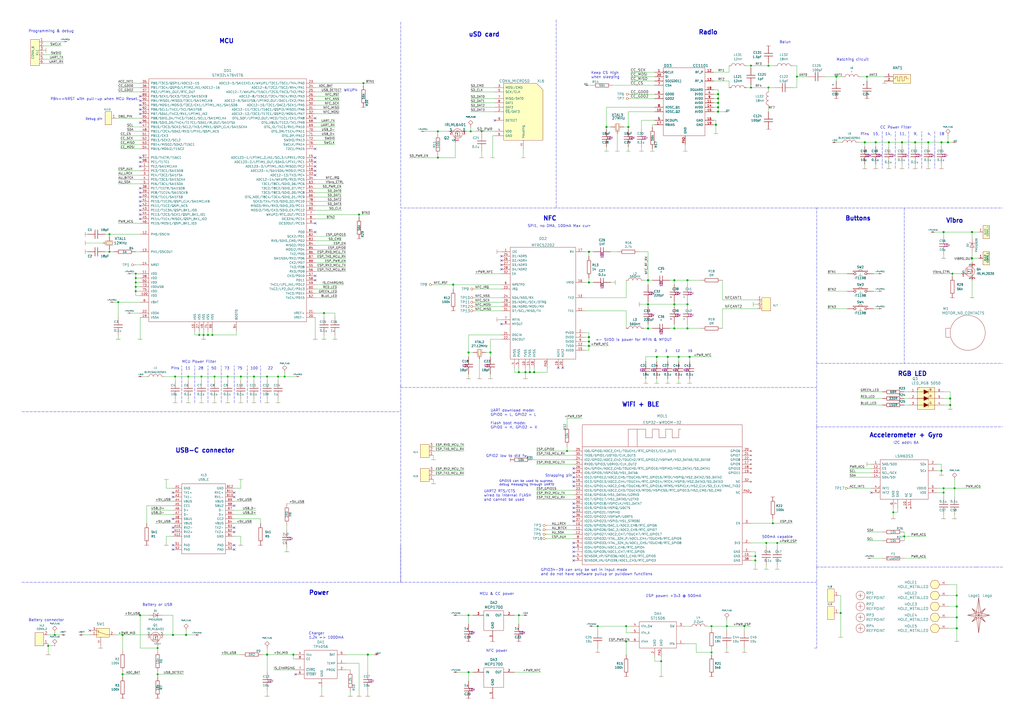
<source format=kicad_sch>
(kicad_sch (version 20211123) (generator eeschema)
  (paper "A2")
  (lib_symbols
    (symbol "Antennas_kl:ANT_PCB_MONO_2PIN" (pin_names (offset 1.016))
      (property "Reference" "ANT" (at -5.08 6.35 0))
      (property "Value" "ANT_PCB_MONO_2PIN" (at 1.27 3.81 0))
      (symbol "ANT_PCB_MONO_2PIN_1_1"
        (pin passive line (at -5.08 1.27 0) (length 5.08) (name "~") (number "1"))
        (pin passive line (at -5.08 -1.27 0) (length 5.08) (name "~") (number "2"))
      )
    )
    (symbol "BtnsSwitches:BUTTON_H" (pin_numbers hide) (pin_names (offset 1.016) hide)
      (property "Reference" "SW" (at -5.08 3.81 0))
      (property "Value" "BUTTON_H" (at 2.54 3.81 0))
      (symbol "BUTTON_H_0_1"
        (pin passive inverted (at -7.62 0 0) (length 5.08) (name "1") (number "1"))
        (pin passive inverted (at 7.62 0 180) (length 5.08) (name "2") (number "2"))
      )
      (symbol "BUTTON_H_1_1"
        (pin passive line (at 0 0 0) (length 0) (name "~") (number "H"))
      )
    )
    (symbol "BtnsSwitches:SWITCH_1P2T_housing" (pin_names (offset 1.016))
      (property "Reference" "SA" (at -2.54 8.89 0))
      (property "Value" "SWITCH_1P2T_housing" (at 2.54 6.35 0))
      (symbol "SWITCH_1P2T_housing_1_1"
        (pin passive line (at 6.35 0 180) (length 5.08) (name "~") (number "1"))
        (pin passive line (at -8.89 0 0) (length 5.08) (name "~") (number "2"))
        (pin passive line (at 6.35 2.54 180) (length 5.08) (name "~") (number "3"))
        (pin passive line (at 0 -6.35 90) (length 5.08) (name "~") (number "H"))
      )
    )
    (symbol "Connectors_kl:CONN_1" (pin_names (offset 1.016) hide)
      (property "Reference" "XL" (at -1.27 0.254 90))
      (property "Value" "CONN_1" (at 0.254 0.508 90))
      (symbol "CONN_1_1_1"
        (pin passive line (at -5.08 0 0) (length 2.54) (name "P1") (number "1"))
      )
    )
    (symbol "Connectors_kl:CONN_2" (pin_names (offset 1.016) hide)
      (property "Reference" "XL" (at -1.27 0 90))
      (property "Value" "CONN_2" (at 1.27 0 90))
      (symbol "CONN_2_1_1"
        (pin passive line (at -5.08 2.54 0) (length 2.54) (name "P1") (number "1"))
        (pin passive line (at -5.08 -2.54 0) (length 2.54) (name "PM") (number "2"))
      )
    )
    (symbol "Connectors_kl:CONN_3" (pin_names (offset 1.016) hide)
      (property "Reference" "XL" (at -1.27 0 90))
      (property "Value" "CONN_3" (at 1.27 0 90))
      (symbol "CONN_3_1_1"
        (pin passive line (at 5.08 2.54 180) (length 2.54) (name "P1") (number "1"))
        (pin passive line (at 5.08 0 180) (length 2.54) (name "PM") (number "2"))
        (pin passive line (at 5.08 -2.54 180) (length 2.54) (name "~") (number "3"))
      )
    )
    (symbol "Connectors_kl:CONN_6" (pin_names (offset 1.016))
      (property "Reference" "XL" (at -1.27 0 90))
      (property "Value" "CONN_6" (at 1.27 0 90))
      (symbol "CONN_6_1_1"
        (pin passive line (at -5.08 6.35 0) (length 2.54) (name "~") (number "1"))
        (pin passive line (at -5.08 3.81 0) (length 2.54) (name "~") (number "2"))
        (pin passive line (at -5.08 1.27 0) (length 2.54) (name "~") (number "3"))
        (pin passive line (at -5.08 -1.27 0) (length 2.54) (name "~") (number "4"))
        (pin passive line (at -5.08 -3.81 0) (length 2.54) (name "~") (number "5"))
        (pin passive line (at -5.08 -6.35 0) (length 2.54) (name "~") (number "6"))
      )
    )
    (symbol "Connectors_kl:CONN_MICROSD_9pin" (pin_names (offset 1.016))
      (property "Reference" "XL" (at -10.16 16.51 0))
      (property "Value" "CONN_MICROSD_9pin" (at 5.08 16.51 0))
      (symbol "CONN_MICROSD_9pin_1_1"
        (pin passive line (at 16.51 1.27 180) (length 5.08) (name "DAT2") (number "1"))
        (pin passive line (at 16.51 -1.27 180) (length 5.08) (name "~{SS}/DAT3") (number "2"))
        (pin passive line (at 16.51 12.7 180) (length 5.08) (name "MOSI/CMD") (number "3"))
        (pin power_in line (at 16.51 -12.7 180) (length 5.08) (name "VDD") (number "4"))
        (pin passive line (at 16.51 10.16 180) (length 5.08) (name "SCK/CLK") (number "5"))
        (pin power_in line (at 16.51 -15.24 180) (length 5.08) (name "GND") (number "6"))
        (pin passive line (at 16.51 6.35 180) (length 5.08) (name "MISO/DAT0") (number "7"))
        (pin passive line (at 16.51 3.81 180) (length 5.08) (name "DAT1") (number "8"))
        (pin passive line (at 16.51 -6.35 180) (length 5.08) (name "DETECT") (number "9"))
        (pin passive line (at 0 -22.86 90) (length 5.08) (name "Housing") (number "H"))
      )
    )
    (symbol "Connectors_kl:USB_C" (pin_names (offset 1.016))
      (property "Reference" "XL" (at 5.08 21.59 0))
      (property "Value" "USB_C" (at -8.89 21.59 0))
      (symbol "USB_C_0_1"
        (pin passive line (at 17.78 -10.16 180) (length 5.08) (name "GND") (number "B1"))
        (pin passive line (at 17.78 12.7 180) (length 5.08) (name "RX1-") (number "B10"))
        (pin passive line (at 17.78 15.24 180) (length 5.08) (name "RX1+") (number "B11"))
        (pin passive line (at 17.78 17.78 180) (length 5.08) (name "GND") (number "B12"))
        (pin passive line (at 17.78 -7.62 180) (length 5.08) (name "TX2+") (number "B2"))
        (pin passive line (at 17.78 -5.08 180) (length 5.08) (name "TX2-") (number "B3"))
        (pin passive line (at 17.78 -2.54 180) (length 5.08) (name "VBUS") (number "B4"))
        (pin passive line (at 17.78 0 180) (length 5.08) (name "CC2") (number "B5"))
        (pin passive line (at 17.78 2.54 180) (length 5.08) (name "D+") (number "B6"))
        (pin passive line (at 17.78 5.08 180) (length 5.08) (name "D-") (number "B7"))
        (pin passive line (at 17.78 7.62 180) (length 5.08) (name "SBU2") (number "B8"))
        (pin passive line (at 17.78 10.16 180) (length 5.08) (name "VBUS") (number "B9"))
        (pin passive line (at 17.78 -17.78 180) (length 5.08) (name "PAD") (number "S3"))
        (pin passive line (at 17.78 -15.24 180) (length 5.08) (name "PAD") (number "S4"))
      )
      (symbol "USB_C_1_1"
        (pin passive line (at -17.78 17.78 0) (length 5.08) (name "GND") (number "A1"))
        (pin passive line (at -17.78 -5.08 0) (length 5.08) (name "RX2-") (number "A10"))
        (pin passive line (at -17.78 -7.62 0) (length 5.08) (name "RX2+") (number "A11"))
        (pin passive line (at -17.78 -10.16 0) (length 5.08) (name "GND") (number "A12"))
        (pin passive line (at -17.78 15.24 0) (length 5.08) (name "TX1+") (number "A2"))
        (pin passive line (at -17.78 12.7 0) (length 5.08) (name "TX1-") (number "A3"))
        (pin passive line (at -17.78 10.16 0) (length 5.08) (name "VBUS") (number "A4"))
        (pin passive line (at -17.78 7.62 0) (length 5.08) (name "CC1") (number "A5"))
        (pin passive line (at -17.78 5.08 0) (length 5.08) (name "D+") (number "A6"))
        (pin passive line (at -17.78 2.54 0) (length 5.08) (name "D-") (number "A7"))
        (pin passive line (at -17.78 0 0) (length 5.08) (name "SBU1") (number "A8"))
        (pin passive line (at -17.78 -2.54 0) (length 5.08) (name "VBUS") (number "A9"))
        (pin passive line (at -17.78 -15.24 0) (length 5.08) (name "PAD") (number "S1"))
        (pin passive line (at -17.78 -17.78 0) (length 5.08) (name "PAD") (number "S2"))
      )
    )
    (symbol "NFC:MFRC52202" (pin_names (offset 1.016))
      (property "Reference" "DD" (at -16.51 35.56 0))
      (property "Value" "MFRC52202" (at 15.24 35.56 0))
      (symbol "MFRC52202_1_1"
        (pin passive line (at -24.13 30.48 0) (length 5.08) (name "I2C") (number "1"))
        (pin power_in line (at -10.16 -36.83 90) (length 5.08) (name "TVSS") (number "10"))
        (pin passive line (at 24.13 -3.81 180) (length 5.08) (name "TX1") (number "11"))
        (pin power_in line (at 24.13 -24.13 180) (length 5.08) (name "TVDD") (number "12"))
        (pin passive line (at 24.13 3.81 180) (length 5.08) (name "TX2") (number "13"))
        (pin power_in line (at -7.62 -36.83 90) (length 5.08) (name "TVSS") (number "14"))
        (pin power_in line (at 24.13 -26.67 180) (length 5.08) (name "AVDD") (number "15"))
        (pin passive line (at 24.13 12.7 180) (length 5.08) (name "VMID") (number "16"))
        (pin passive line (at 24.13 30.48 180) (length 5.08) (name "RX") (number "17"))
        (pin power_in line (at -5.08 -36.83 90) (length 5.08) (name "AVSS") (number "18"))
        (pin passive line (at 8.89 -36.83 90) (length 5.08) (name "AUX1") (number "19"))
        (pin power_in line (at 24.13 -16.51 180) (length 5.08) (name "PVDD") (number "2"))
        (pin passive line (at 11.43 -36.83 90) (length 5.08) (name "AUX2") (number "20"))
        (pin passive line (at -24.13 -17.78 0) (length 5.08) (name "OSCIN") (number "21"))
        (pin passive line (at -24.13 -20.32 0) (length 5.08) (name "OSCOUT") (number "22"))
        (pin passive line (at -24.13 8.89 0) (length 5.08) (name "IRQ") (number "23"))
        (pin passive line (at -24.13 3.81 0) (length 5.08) (name "SDA/NSS/RX") (number "24"))
        (pin passive line (at -24.13 27.94 0) (length 5.08) (name "D1/ADR5") (number "25"))
        (pin passive line (at -24.13 25.4 0) (length 5.08) (name "D2/ADR4") (number "26"))
        (pin passive line (at -24.13 22.86 0) (length 5.08) (name "D3/ADR3") (number "27"))
        (pin passive line (at -24.13 20.32 0) (length 5.08) (name "D4/ADR2") (number "28"))
        (pin passive line (at -24.13 1.27 0) (length 5.08) (name "D5/ADR1/SCK/DTRQ") (number "29"))
        (pin power_in line (at 24.13 -19.05 180) (length 5.08) (name "DVDD") (number "3"))
        (pin passive line (at -24.13 -1.27 0) (length 5.08) (name "D6/ADR0/MOSI/MX") (number "30"))
        (pin passive line (at -24.13 -3.81 0) (length 5.08) (name "D7/SCL/MISO/TX") (number "31"))
        (pin passive line (at -24.13 17.78 0) (length 5.08) (name "EA") (number "32"))
        (pin power_in line (at -16.51 -36.83 90) (length 5.08) (name "DVSS") (number "4"))
        (pin power_in line (at -13.97 -36.83 90) (length 5.08) (name "PVSS") (number "5"))
        (pin passive line (at -24.13 11.43 0) (length 5.08) (name "NRSTPD") (number "6"))
        (pin passive line (at -24.13 -8.89 0) (length 5.08) (name "MFIN") (number "7"))
        (pin passive line (at -24.13 -11.43 0) (length 5.08) (name "MFOUT") (number "8"))
        (pin power_in line (at 24.13 -21.59 180) (length 5.08) (name "SVDD") (number "9"))
        (pin passive line (at 2.54 -36.83 90) (length 5.08) (name "~") (number "PAD"))
      )
    )
    (symbol "Power_kl:MCP1700" (pin_names (offset 1.016))
      (property "Reference" "DA" (at 3.81 7.62 0))
      (property "Value" "MCP1700" (at -5.08 7.62 0))
      (symbol "MCP1700_1_1"
        (pin passive line (at 0 -11.43 90) (length 6.35) (name "GND") (number "1"))
        (pin power_out line (at 12.7 3.81 180) (length 6.35) (name "OUT") (number "2"))
        (pin power_in line (at -11.43 3.81 0) (length 6.35) (name "IN") (number "3"))
      )
    )
    (symbol "Power_kl:ST1S06" (pin_names (offset 1.016))
      (property "Reference" "DA" (at -10.16 8.89 0))
      (property "Value" "ST1S06" (at 5.08 8.89 0))
      (symbol "ST1S06_1_1"
        (pin passive line (at 15.24 -5.08 180) (length 5.08) (name "Vfb") (number "1"))
        (pin power_in line (at -2.54 -12.7 90) (length 5.08) (name "GND") (number "2"))
        (pin passive line (at 15.24 5.08 180) (length 5.08) (name "SW") (number "3"))
        (pin power_in line (at -16.51 5.08 0) (length 5.08) (name "Vin_SW") (number "4"))
        (pin power_in line (at -16.51 1.27 0) (length 5.08) (name "Vin_A") (number "5"))
        (pin passive line (at -16.51 -3.81 0) (length 5.08) (name "Vinh") (number "6"))
        (pin power_in line (at 1.27 -12.7 90) (length 5.08) (name "GND") (number "PAD"))
      )
    )
    (symbol "Power_kl:TP4056" (pin_names (offset 1.016))
      (property "Reference" "DA" (at -7.62 10.16 0))
      (property "Value" "TP4056" (at 3.81 10.16 0))
      (symbol "TP4056_1_1"
        (pin passive line (at 13.97 1.27 180) (length 5.08) (name "TEMP") (number "1"))
        (pin passive line (at 13.97 -2.54 180) (length 5.08) (name "PROG") (number "2"))
        (pin power_in line (at 0 -12.7 90) (length 5.08) (name "GND") (number "3"))
        (pin power_in line (at -15.24 6.35 0) (length 5.08) (name "Vcc") (number "4"))
        (pin passive line (at 13.97 6.35 180) (length 5.08) (name "BAT") (number "5"))
        (pin passive line (at -15.24 -5.08 0) (length 5.08) (name "~{STDBY}") (number "6"))
        (pin passive line (at -15.24 -2.54 0) (length 5.08) (name "~{CHRG}") (number "7"))
        (pin passive line (at -15.24 3.81 0) (length 5.08) (name "CE") (number "8"))
      )
    )
    (symbol "RF_ICs:CC1101" (pin_names (offset 1.016))
      (property "Reference" "DD" (at -11.43 20.32 0))
      (property "Value" "CC1101" (at 7.62 20.32 0))
      (symbol "CC1101_1_1"
        (pin passive clock (at -19.05 16.51 0) (length 5.08) (name "SCLK") (number "1"))
        (pin passive line (at -19.05 -6.35 0) (length 5.08) (name "XOSC_Q2") (number "10"))
        (pin power_in line (at 15.24 -1.27 180) (length 5.08) (name "AVDD") (number "11"))
        (pin output line (at 15.24 16.51 180) (length 5.08) (name "RF_P") (number "12"))
        (pin output line (at 15.24 11.43 180) (length 5.08) (name "RF_N") (number "13"))
        (pin power_in line (at 15.24 -3.81 180) (length 5.08) (name "AVDD") (number "14"))
        (pin power_in line (at 15.24 -6.35 180) (length 5.08) (name "AVDD") (number "15"))
        (pin power_in line (at 15.24 -11.43 180) (length 5.08) (name "GND") (number "16"))
        (pin passive line (at -19.05 -13.97 0) (length 5.08) (name "RBIAS") (number "17"))
        (pin passive line (at 15.24 6.35 180) (length 5.08) (name "DGUARD") (number "18"))
        (pin power_in line (at 15.24 -13.97 180) (length 5.08) (name "GND") (number "19"))
        (pin passive line (at -19.05 11.43 0) (length 5.08) (name "SO(GDO1)") (number "2"))
        (pin passive line (at -19.05 13.97 0) (length 5.08) (name "SI") (number "20"))
        (pin passive line (at -19.05 1.27 0) (length 5.08) (name "GDO2") (number "3"))
        (pin power_in line (at 15.24 3.81 180) (length 5.08) (name "DVDD") (number "4"))
        (pin passive line (at -19.05 -11.43 0) (length 5.08) (name "DCOUPL") (number "5"))
        (pin passive line (at -19.05 3.81 0) (length 5.08) (name "GDO0") (number "6"))
        (pin passive line (at -19.05 8.89 0) (length 5.08) (name "CSn") (number "7"))
        (pin passive line (at -19.05 -3.81 0) (length 5.08) (name "XOSC_Q1") (number "8"))
        (pin power_in line (at 15.24 1.27 180) (length 5.08) (name "AVDD") (number "9"))
        (pin power_in line (at -1.27 -25.4 90) (length 5.08) (name "GND") (number "PAD"))
      )
    )
    (symbol "RF_ICs:ESP32-WROOM-32" (pin_names (offset 1.016))
      (property "Reference" "MDL" (at -20.32 43.18 0))
      (property "Value" "ESP32-WROOM-32" (at 3.81 43.18 0))
      (symbol "ESP32-WROOM-32_1_1"
        (pin power_in line (at 52.07 -31.75 180) (length 5.08) (name "GND") (number "1"))
        (pin passive line (at -50.8 -16.51 0) (length 5.08) (name "IO25/GPIO25/DAC_1/ADC2_CH8/RTC_GPIO6") (number "10"))
        (pin passive line (at -50.8 -19.05 0) (length 5.08) (name "IO26/GPIO26/DAC_2/ADC2_CH9/RTC_GPIO7") (number "11"))
        (pin passive line (at -50.8 -21.59 0) (length 5.08) (name "IO27/GPIO27/ADC2_CH7/TOUCH7/RTC_GPIO17") (number "12"))
        (pin passive line (at -50.8 6.35 0) (length 5.08) (name "IO14/GPIO14/ADC2_CH6/TOUCH6/RTC_GPIO16/MTMS/HSPICLK/HS2_CLK/SD_CLK/EMAC_TXD2") (number "13"))
        (pin passive line (at -50.8 11.43 0) (length 5.08) (name "IO12/GPIO12/ADC2_CH5/TOUCH5/RTC_GPIO15/MTDI/HSPIQ/HS2_DATA2/SD_DATA2") (number "14"))
        (pin power_in line (at 52.07 -34.29 180) (length 5.08) (name "GND") (number "15"))
        (pin passive line (at -50.8 8.89 0) (length 5.08) (name "IO13/GPIO13/ADC2_CH4/TOUCH4/RTC_GPIO14/MTCK/HSPID/HS2_DATA3/SD_DATA3") (number "16"))
        (pin no_connect line (at 52.07 19.05 180) (length 5.08) (name "GPIO9") (number "17"))
        (pin no_connect line (at 52.07 16.51 180) (length 5.08) (name "GPIO10") (number "18"))
        (pin no_connect line (at 52.07 13.97 180) (length 5.08) (name "GPIO11") (number "19"))
        (pin power_in line (at 52.07 -26.67 180) (length 5.08) (name "3V3") (number "2"))
        (pin no_connect line (at 52.07 26.67 180) (length 5.08) (name "GPIO6") (number "20"))
        (pin no_connect line (at 52.07 24.13 180) (length 5.08) (name "GPIO7") (number "21"))
        (pin no_connect line (at 52.07 21.59 180) (length 5.08) (name "GPIO8") (number "22"))
        (pin passive line (at -50.8 3.81 0) (length 5.08) (name "IO15/GPIO15/ADC2_CH3/TOUCH3/MTDO/HSPICS0/RTC_GPIO13/HS2_CMD/SD_CMD") (number "23"))
        (pin passive line (at -50.8 21.59 0) (length 5.08) (name "IO2/GPIO2/ADC2_CH2/TOUCH2/RTC_GPIO12/HSPIWP/HS2_DATA0/SD_DATA0") (number "24"))
        (pin passive line (at -50.8 26.67 0) (length 5.08) (name "IO0/GPIO0/ADC2_CH1/TOUCH1/RTC_GPIO11/CLK_OUT1") (number "25"))
        (pin passive line (at -50.8 16.51 0) (length 5.08) (name "IO4/GPIO4/ADC2_CH0/TOUCH0/RTC_GPIO10/HSPIHD/HS2_DATA1/SD_DATA1") (number "26"))
        (pin passive line (at -50.8 1.27 0) (length 5.08) (name "IO16/GPIO16/HS1_DATA4/U2RXD") (number "27"))
        (pin passive line (at -50.8 -1.27 0) (length 5.08) (name "IO17/GPIO17/HS1_DATA5/U2TXD") (number "28"))
        (pin passive line (at -50.8 13.97 0) (length 5.08) (name "IO5/GPIO5/VSPICS0/HS1_DATA6") (number "29"))
        (pin passive line (at 52.07 -15.24 180) (length 5.08) (name "EN") (number "3"))
        (pin passive line (at -50.8 -3.81 0) (length 5.08) (name "IO18/GPIO18/VSPICLK/HS1_DATA7") (number "30"))
        (pin passive line (at -50.8 -6.35 0) (length 5.08) (name "IO19/GPIO19/VSPIQ/U0CTS") (number "31"))
        (pin no_connect line (at 52.07 8.89 180) (length 5.08) (name "NC") (number "32"))
        (pin passive line (at -50.8 -8.89 0) (length 5.08) (name "IO21/GPIO21/VSPIHD") (number "33"))
        (pin passive line (at -50.8 19.05 0) (length 5.08) (name "RXD0/GPIO3/U0RXD/CLK_OUT2") (number "34"))
        (pin passive line (at -50.8 24.13 0) (length 5.08) (name "TXD0/GPIO1/U0TXD/CLK_OUT3") (number "35"))
        (pin passive line (at -50.8 -11.43 0) (length 5.08) (name "IO22/GPIO22/VSPIWP/U0RTS") (number "36"))
        (pin passive line (at -50.8 -13.97 0) (length 5.08) (name "IO23/GPIO23/VSPID/HS1_STROBE") (number "37"))
        (pin power_in line (at 52.07 -36.83 180) (length 5.08) (name "GND") (number "38"))
        (pin passive line (at -50.8 -34.29 0) (length 5.08) (name "SENSOR_VP/GPIO36/ADC1_CH0/RTC_GPIO0") (number "4"))
        (pin passive line (at -50.8 -36.83 0) (length 5.08) (name "SENSOR_VN/GPIO39/ADC1_CH3/RTC_GPIO3") (number "5"))
        (pin passive line (at -50.8 -29.21 0) (length 5.08) (name "IO34/GPIO34/ADC1_CH6/RTC_GPIO4") (number "6"))
        (pin passive line (at -50.8 -31.75 0) (length 5.08) (name "IO35/GPIO35/ADC1_CH7/RTC_GPIO5") (number "7"))
        (pin passive line (at -50.8 -24.13 0) (length 5.08) (name "IO32/GPIO32/XTAL_32K_P/ADC1_CH4/TOUCH9/RTC_GPIO9") (number "8"))
        (pin passive line (at -50.8 -26.67 0) (length 5.08) (name "IO33/GPIO33/XTAL_32K_N/ADC1_CH5/TOUCH8/RTC_GPIO8") (number "9"))
        (pin no_connect line (at 52.07 2.54 180) (length 5.08) (name "NC") (number "PAD"))
      )
    )
    (symbol "Sensors:LSM6DS3" (pin_names (offset 1.016))
      (property "Value" "LSM6DS3" (at -7.62 12.7 0))
      (property "Price" "124" (at 13.97 17.78 0))
      (symbol "LSM6DS3_1_1"
        (pin passive line (at -19.05 8.89 0) (length 5.08) (name "SA0/SDO") (number "1"))
        (pin no_connect line (at 1.27 -16.51 90) (length 5.08) (name "NC") (number "10"))
        (pin no_connect line (at 3.81 -16.51 90) (length 5.08) (name "NC") (number "11"))
        (pin passive line (at -19.05 6.35 0) (length 5.08) (name "CS") (number "12"))
        (pin passive line (at -19.05 3.81 0) (length 5.08) (name "SCL/SCK") (number "13"))
        (pin passive line (at -19.05 1.27 0) (length 5.08) (name "SDA/SDI") (number "14"))
        (pin passive line (at 19.05 8.89 180) (length 5.08) (name "SDx") (number "2"))
        (pin passive line (at 19.05 5.08 180) (length 5.08) (name "SCx") (number "3"))
        (pin passive output_low (at -19.05 -5.08 0) (length 5.08) (name "INT1") (number "4"))
        (pin power_in line (at 19.05 -5.08 180) (length 5.08) (name "VDDIO") (number "5"))
        (pin power_in line (at -6.35 -16.51 90) (length 5.08) (name "GND") (number "6"))
        (pin power_in line (at -3.81 -16.51 90) (length 5.08) (name "GND") (number "7"))
        (pin power_in line (at 19.05 -7.62 180) (length 5.08) (name "VDD") (number "8"))
        (pin passive output_low (at -19.05 -7.62 0) (length 5.08) (name "INT2") (number "9"))
      )
    )
    (symbol "Tittar_kl:C" (pin_numbers hide) (pin_names (offset 0.254))
      (property "Reference" "C" (at -2.54 -2.54 0))
      (property "Value" "C" (at -2.54 2.54 0))
      (property "Voltage" "10V" (at 0 0 0))
      (symbol "C_1_1"
        (pin passive line (at 0 5.08 270) (length 4.318) (name "~") (number "1"))
        (pin passive line (at 0 -5.08 90) (length 4.318) (name "~") (number "2"))
      )
    )
    (symbol "Tittar_kl:CRYSTAL_H" (pin_numbers hide) (pin_names (offset 1.016) hide)
      (property "Reference" "XTAL" (at 0 6.985 0))
      (property "Value" "CRYSTAL_H" (at 0.635 5.08 0))
      (symbol "CRYSTAL_H_1_1"
        (pin passive line (at -3.81 0 0) (length 2.54) (name "1") (number "1"))
        (pin passive line (at 3.81 0 180) (length 2.54) (name "2") (number "2"))
        (pin passive line (at 0 -3.81 90) (length 1.27) (name "H") (number "H"))
      )
    )
    (symbol "Tittar_kl:D_Shottky" (pin_numbers hide) (pin_names (offset 1.016) hide)
      (property "Reference" "D" (at 0 2.54 0))
      (property "Value" "D_Shottky" (at 0 -2.54 0))
      (symbol "D_Shottky_1_1"
        (pin passive line (at -3.81 0 0) (length 2.54) (name "~") (number "A"))
        (pin passive line (at 3.81 0 180) (length 2.54) (name "~") (number "C"))
      )
    )
    (symbol "Tittar_kl:Fuse0R" (pin_numbers hide) (pin_names (offset 0))
      (property "Reference" "F" (at -1.778 0 90))
      (property "Value" "Fuse0R" (at 0 0 90))
      (symbol "Fuse0R_1_1"
        (pin passive line (at 0 6.35 270) (length 2.54) (name "~") (number "1"))
        (pin passive line (at 0 -6.35 90) (length 2.54) (name "~") (number "2"))
      )
    )
    (symbol "Tittar_kl:L" (pin_numbers hide) (pin_names (offset 1.016) hide)
      (property "Reference" "L" (at -2.54 -3.556 90))
      (property "Value" "L" (at -2.54 0 90))
      (symbol "L_1_1"
        (pin passive line (at 0 5.08 270) (length 1.27) (name "1") (number "1"))
        (pin passive line (at 0 -5.08 90) (length 1.27) (name "2") (number "2"))
      )
    )
    (symbol "Tittar_kl:LED_5050" (pin_names (offset 1.016) hide)
      (property "Reference" "Q" (at -5.08 8.89 0))
      (property "Value" "LED_5050" (at 3.81 8.89 0))
      (symbol "LED_5050_0_0"
        (text "B" (at 2.54 5.08 0) (effects (font (size 1.27 1.27))))
        (text "G" (at 2.54 -2.54 0) (effects (font (size 1.27 1.27))))
        (text "R" (at 2.54 1.27 0) (effects (font (size 1.27 1.27))))
      )
      (symbol "LED_5050_1_1"
        (pin passive line (at -10.16 3.81 0) (length 5.08) (name "~") (number "1"))
        (pin passive line (at -10.16 0 0) (length 5.08) (name "~") (number "2"))
        (pin passive line (at -10.16 -3.81 0) (length 5.08) (name "~") (number "3"))
        (pin passive line (at 10.16 -3.81 180) (length 5.08) (name "B") (number "4"))
        (pin passive line (at 10.16 0 180) (length 5.08) (name "G") (number "5"))
        (pin passive line (at 10.16 3.81 180) (length 5.08) (name "~") (number "6"))
      )
    )
    (symbol "Tittar_kl:R" (pin_numbers hide) (pin_names (offset 0))
      (property "Reference" "R" (at 2.032 -3.81 90))
      (property "Value" "R" (at 0 0 90))
      (symbol "R_1_1"
        (pin passive line (at 0 6.35 270) (length 2.54) (name "~") (number "1"))
        (pin passive line (at 0 -6.35 90) (length 2.54) (name "~") (number "2"))
      )
    )
    (symbol "Transistors_kl:N_3PIN" (pin_names (offset 0))
      (property "Reference" "Q" (at 5.08 1.27 0))
      (property "Value" "N_3PIN" (at 10.16 -2.54 0))
      (symbol "N_3PIN_1_1"
        (pin passive line (at -5.08 1.27 0) (length 2.54) (name "G") (number "1"))
        (pin passive line (at 1.27 5.08 270) (length 2.54) (name "S") (number "2"))
        (pin passive line (at 1.27 -5.08 90) (length 2.54) (name "D") (number "3"))
      )
    )
    (symbol "Transistors_kl:P_3PIN" (pin_names (offset 0))
      (property "Reference" "Q" (at 3.81 -3.81 0))
      (property "Value" "P_3PIN" (at 0 5.08 0))
      (symbol "P_3PIN_1_1"
        (pin passive line (at -1.27 -5.08 90) (length 2.54) (name "G") (number "1"))
        (pin passive line (at -5.08 1.27 0) (length 2.54) (name "S") (number "2"))
        (pin passive line (at 5.08 1.27 180) (length 2.54) (name "D") (number "3"))
      )
    )
    (symbol "pcb_details:HOLE_METALLED" (pin_names (offset 1.016))
      (property "Reference" "HOLE" (at -12.7 -1.27 0))
      (property "Value" "HOLE_METALLED" (at -13.97 1.27 0))
      (symbol "HOLE_METALLED_1_1"
        (pin passive line (at 7.62 0 180) (length 5.08) (name "~") (number "H"))
      )
    )
    (symbol "pcb_details:Logo" (pin_names (offset 1.016))
      (property "Reference" "Logo" (at -2.54 11.43 0))
      (property "Value" "Logo" (at 5.08 11.43 0))
    )
    (symbol "pcb_details:MOTOR_NO_CONTACTS" (pin_names (offset 1.016))
      (property "Reference" "M" (at -12.7 13.97 0))
      (property "Value" "MOTOR_NO_CONTACTS" (at -2.54 11.43 0))
    )
    (symbol "pcb_details:REFPOINT" (pin_names (offset 1.016)) (in_bom no)
      (property "Reference" "RP" (at 17.78 0 0))
      (property "Value" "REFPOINT" (at 8.89 0 0))
      (symbol "REFPOINT_1_1"
        (pin no_connect line (at -1.27 0 0) (length 2.54) hide (name "~") (number "REF"))
      )
    )
    (symbol "pcb_details:TESTPOINT" (pin_numbers hide) (pin_names (offset 1.016))
      (property "Reference" "TP" (at -5.715 0 0))
      (symbol "TESTPOINT_1_1"
        (pin passive line (at 0 0 180) (length 1.27) (name "~") (number "1"))
      )
    )
    (symbol "power:+3v3" (power) (pin_names (offset 0))
      (property "Value" "+3v3" (at 3.81 0 0))
      (symbol "+3v3_0_0"
        (pin power_in line (at 0 0 90) (length 0) hide (name "+3v3") (number "1"))
      )
    )
    (symbol "power:+BATT" (power) (pin_names (offset 0))
      (property "Value" "+BATT" (at 2.032 0.762 0))
      (symbol "+BATT_0_0"
        (pin power_in line (at 0 0 90) (length 0) hide (name "+BATT") (number "1"))
      )
    )
    (symbol "power:+PwrMCU" (power) (pin_names (offset 0))
      (property "Value" "+PwrMCU" (at 1.778 0.762 0))
      (symbol "+PwrMCU_0_0"
        (pin power_in line (at 0 0 90) (length 0) hide (name "+PwrMCU") (number "1"))
      )
    )
    (symbol "power:+PwrUnst" (power) (pin_names (offset 0))
      (property "Value" "+PwrUnst" (at 2.032 0.762 0))
      (symbol "+PwrUnst_0_0"
        (pin power_in line (at 0 0 90) (length 0) hide (name "+PwrUnst") (number "1"))
      )
    )
    (symbol "power:GND" (power) (pin_names (offset 0.254))
      (symbol "GND_1_1"
        (pin power_in line (at 0 0 270) (length 0) hide (name "GND") (number "1"))
      )
    )
    (symbol "power:PWR_FLAG" (power) (pin_numbers hide) (pin_names (offset 0) hide)
      (property "Value" "PWR_FLAG" (at 0 5.08 0))
      (symbol "PWR_FLAG_0_0"
        (pin power_out line (at 0 0 90) (length 0) (name "pwr") (number "1"))
      )
    )
    (symbol "power:VCC" (power) (pin_names (offset 0))
      (property "Value" "VCC" (at 1.778 0.762 0))
      (symbol "VCC_0_0"
        (pin power_in line (at 0 0 90) (length 0) hide (name "VCC") (number "1"))
      )
    )
    (symbol "st_kl:STM32L476Vx" (pin_names (offset 1.016))
      (property "Reference" "DD" (at -11.43 62.23 0))
      (property "Value" "STM32L476Vx" (at 12.7 62.23 0))
      (symbol "STM32L476Vx_1_1"
        (pin passive line (at -48.26 10.16 0) (length 5.08) (name "PE2/SAI1MCLKA") (number "1"))
        (pin power_in line (at -16.51 -85.09 90) (length 5.08) (name "VSS") (number "10"))
        (pin power_in line (at -48.26 -64.77 0) (length 5.08) (name "VDD") (number "100"))
        (pin power_in line (at -48.26 -52.07 0) (length 5.08) (name "VDD") (number "11"))
        (pin passive line (at -48.26 -29.21 0) (length 5.08) (name "PH0/OSCIN") (number "12"))
        (pin passive line (at -48.26 -39.37 0) (length 5.08) (name "PH1/OSCOUT") (number "13"))
        (pin passive line (at -48.26 -46.99 0) (length 5.08) (name "NRST") (number "14"))
        (pin passive line (at 53.34 15.24 180) (length 5.08) (name "ADC123-1/LPTIM1_2_IN1/SCL3/LPRX1/PC0") (number "15"))
        (pin passive line (at 53.34 12.7 180) (length 5.08) (name "ADC123-2/LPTIM1_OUT/SDA3/LPTX1/PC1") (number "16"))
        (pin passive line (at 53.34 10.16 180) (length 5.08) (name "ADC123-3/LPTIM1_IN2/MISO2/PC2") (number "17"))
        (pin passive line (at 53.34 7.62 180) (length 5.08) (name "ADC123-4/SAI1SDA/MOSI2/PC3") (number "18"))
        (pin power_in line (at -48.26 -77.47 0) (length 5.08) (name "VSSA") (number "19"))
        (pin passive line (at -48.26 7.62 0) (length 5.08) (name "PE3/T3C1/SAI1SDB") (number "2"))
        (pin passive line (at 53.34 -77.47 180) (length 5.08) (name "VREF-") (number "20"))
        (pin passive line (at 53.34 -74.93 180) (length 5.08) (name "VREF+") (number "21"))
        (pin power_in line (at -48.26 -74.93 0) (length 5.08) (name "VDDA") (number "22"))
        (pin passive line (at 53.34 58.42 180) (length 5.08) (name "ADC12-5/SAI1EXCLK/WKUP1/T2C1/T5C1/TX4/PA0") (number "23"))
        (pin passive line (at 53.34 55.88 180) (length 5.08) (name "ADC12-6/T2C2/T5C2/RX4/PA1") (number "24"))
        (pin passive line (at 53.34 53.34 180) (length 5.08) (name "ADC12-7/WKUP4/T15C1/T2C3/T5C3/TX2/PA2") (number "25"))
        (pin passive line (at 53.34 50.8 180) (length 5.08) (name "ADC12-8/T15C2/T2C4/T5C4/RX2/PA3") (number "26"))
        (pin power_in line (at -13.97 -85.09 90) (length 5.08) (name "VSS") (number "27"))
        (pin power_in line (at -48.26 -54.61 0) (length 5.08) (name "VDD") (number "28"))
        (pin passive line (at 53.34 48.26 180) (length 5.08) (name "ADC12-9/SAI1FSB/LPTIM2_OUT/DAC1/CK2/PA4") (number "29"))
        (pin passive line (at -48.26 5.08 0) (length 5.08) (name "PE4/T3C2/SAI1FSA") (number "3"))
        (pin passive line (at 53.34 45.72 180) (length 5.08) (name "ADC12-10/T2C1/DAC2/SCK1/PA5") (number "30"))
        (pin passive line (at 53.34 43.18 180) (length 5.08) (name "ADC12-11/T3C1/T16C1/QSPI3/MISO1/PA6") (number "31"))
        (pin passive line (at 53.34 40.64 180) (length 5.08) (name "ADC12-12/T3C2/T17C1/QSPI2/MOSI1/PA7") (number "32"))
        (pin passive line (at 53.34 5.08 180) (length 5.08) (name "ADC12-13/TX3/PC4") (number "33"))
        (pin passive line (at 53.34 2.54 180) (length 5.08) (name "ADC12-14/WKUP5/RX3/PC5") (number "34"))
        (pin passive line (at -48.26 58.42 0) (length 5.08) (name "PB0/T3C3/QSPI1/ADC12-15") (number "35"))
        (pin passive line (at -48.26 55.88 0) (length 5.08) (name "PB1/T3C4/QSPI0/LPTIM2_IN1/ADC12-16") (number "36"))
        (pin passive line (at -48.26 53.34 0) (length 5.08) (name "PB2/LPTIM1_OUT/RTC_OUT") (number "37"))
        (pin passive line (at -48.26 -2.54 0) (length 5.08) (name "PE7/T1ETR/SAI1SDB") (number "38"))
        (pin passive line (at -48.26 -5.08 0) (length 5.08) (name "PE8/T1C1N/SAI1SCKB") (number "39"))
        (pin passive line (at -48.26 2.54 0) (length 5.08) (name "PE5/T3C3/SAI1SCKA") (number "4"))
        (pin passive line (at -48.26 -7.62 0) (length 5.08) (name "PE9/T1C1/SAI1FSB") (number "40"))
        (pin passive line (at -48.26 -10.16 0) (length 5.08) (name "PE10/T1C2N/QSPI_CLK/SAI1MCLKB") (number "41"))
        (pin passive line (at -48.26 -12.7 0) (length 5.08) (name "PE11/T1C2/QSPI_NCS") (number "42"))
        (pin passive line (at -48.26 -15.24 0) (length 5.08) (name "PE12/T1C3N/QSPI_BK1_IO0") (number "43"))
        (pin passive line (at -48.26 -17.78 0) (length 5.08) (name "PE13/T2C3/SCK1/QSPI_BK1_IO1") (number "44"))
        (pin passive line (at -48.26 -20.32 0) (length 5.08) (name "PE14/T1C4/MISO1/QSPI_BK1_IO2") (number "45"))
        (pin passive line (at -48.26 -22.86 0) (length 5.08) (name "PE15/MOSI1/QSPI_BK1_IO3") (number "46"))
        (pin passive line (at -48.26 33.02 0) (length 5.08) (name "PB10/T2C3/SCK2/SCL2/TX3/LPRX1/QSPI_CLK/SAI1SCKA") (number "47"))
        (pin passive line (at -48.26 30.48 0) (length 5.08) (name "PB11/T2C4/SDA2/RX3/LPTX1/QSPI_NCS") (number "48"))
        (pin power_in line (at -11.43 -85.09 90) (length 5.08) (name "VSS") (number "49"))
        (pin passive line (at -48.26 0 0) (length 5.08) (name "PE6/T3C4/SAI1SDA") (number "5"))
        (pin power_in line (at -48.26 -57.15 0) (length 5.08) (name "VDD") (number "50"))
        (pin passive line (at -48.26 27.94 0) (length 5.08) (name "PB12/CK3") (number "51"))
        (pin passive line (at -48.26 25.4 0) (length 5.08) (name "PB13/SCK2/SCL2") (number "52"))
        (pin passive line (at -48.26 22.86 0) (length 5.08) (name "PB14/MISO2/SDA2/T15C1") (number "53"))
        (pin passive line (at -48.26 20.32 0) (length 5.08) (name "PB15/MOSI2/T15C2") (number "54"))
        (pin passive line (at 53.34 -48.26 180) (length 5.08) (name "TX3/PD8") (number "55"))
        (pin passive line (at 53.34 -50.8 180) (length 5.08) (name "RX3/PD9") (number "56"))
        (pin passive line (at 53.34 -53.34 180) (length 5.08) (name "CK3/PD10") (number "57"))
        (pin passive line (at 53.34 -55.88 180) (length 5.08) (name "PD11") (number "58"))
        (pin passive line (at 53.34 -58.42 180) (length 5.08) (name "T4C1/LP1_IN1/PD12") (number "59"))
        (pin power_in line (at -48.26 -68.58 0) (length 5.08) (name "VBAT") (number "6"))
        (pin passive line (at 53.34 -60.96 180) (length 5.08) (name "T4C2/LP2_OUT/PD13") (number "60"))
        (pin passive line (at 53.34 -63.5 180) (length 5.08) (name "T4C3/PD14") (number "61"))
        (pin passive line (at 53.34 -66.04 180) (length 5.08) (name "T4C4/PD15") (number "62"))
        (pin passive line (at 53.34 0 180) (length 5.08) (name "T3C1/T8C1/SDIO_D6/PC6") (number "63"))
        (pin passive line (at 53.34 -2.54 180) (length 5.08) (name "T3C2/T8C2/SDIO_D7/PC7") (number "64"))
        (pin passive line (at 53.34 -5.08 180) (length 5.08) (name "T3C3/T8C3/SDIO_D0/PC8") (number "65"))
        (pin passive line (at 53.34 -7.62 180) (length 5.08) (name "OTG_NOE/T8C4/T3C4/SDIO_D1/PC9") (number "66"))
        (pin passive line (at 53.34 38.1 180) (length 5.08) (name "OTG_SOF/LPTIM2_OUT/MCO/T1C1/CK1/PA8") (number "67"))
        (pin passive line (at 53.34 35.56 180) (length 5.08) (name "OTG_VBUS/T1C2/TX1/PA9") (number "68"))
        (pin passive line (at 53.34 33.02 180) (length 5.08) (name "OTG_ID/T1C3/RX1/PA10") (number "69"))
        (pin passive line (at 53.34 -17.78 180) (length 5.08) (name "WKUP2/RTC_OUT/PC13") (number "7"))
        (pin passive line (at 53.34 30.48 180) (length 5.08) (name "OTG_DM/T1C4/PA11") (number "70"))
        (pin passive line (at 53.34 27.94 180) (length 5.08) (name "OTG_DP/PA12") (number "71"))
        (pin passive line (at 53.34 25.4 180) (length 5.08) (name "SWDIO/PA13") (number "72"))
        (pin power_in line (at -48.26 -59.69 0) (length 5.08) (name "VDDUSB") (number "73"))
        (pin power_in line (at -8.89 -85.09 90) (length 5.08) (name "VSS") (number "74"))
        (pin power_in line (at -48.26 -62.23 0) (length 5.08) (name "VDD") (number "75"))
        (pin passive line (at 53.34 22.86 180) (length 5.08) (name "SWCLK/PA14") (number "76"))
        (pin passive line (at 53.34 20.32 180) (length 5.08) (name "T2C1/PA15") (number "77"))
        (pin passive line (at 53.34 -10.16 180) (length 5.08) (name "SCK3/TX4/TX3/SDIO_D2/PC10") (number "78"))
        (pin passive line (at 53.34 -12.7 180) (length 5.08) (name "MISO3/RX4/RX3/SDIO_D3/PC11") (number "79"))
        (pin passive line (at 53.34 -20.32 180) (length 5.08) (name "OC32IN/PC14") (number "8"))
        (pin passive line (at 53.34 -15.24 180) (length 5.08) (name "MOSI3/TX5/CK3/SDIO_CK/PC12") (number "80"))
        (pin passive line (at 53.34 -27.94 180) (length 5.08) (name "PD0") (number "81"))
        (pin passive line (at 53.34 -30.48 180) (length 5.08) (name "SCK2/PD1") (number "82"))
        (pin passive line (at 53.34 -33.02 180) (length 5.08) (name "RX5/SDIO_CMD/PD2") (number "83"))
        (pin passive line (at 53.34 -35.56 180) (length 5.08) (name "MISO2/PD3") (number "84"))
        (pin passive line (at 53.34 -38.1 180) (length 5.08) (name "MOSI2/PD4") (number "85"))
        (pin passive line (at 53.34 -40.64 180) (length 5.08) (name "TX2/PD5") (number "86"))
        (pin passive line (at 53.34 -43.18 180) (length 5.08) (name "SAI1SDA/RX2/PD6") (number "87"))
        (pin passive line (at 53.34 -45.72 180) (length 5.08) (name "CK2/PD7") (number "88"))
        (pin passive line (at -48.26 50.8 0) (length 5.08) (name "PB3/SCK1/SCK3/T2C2/SAI1SCKB") (number "89"))
        (pin passive line (at 53.34 -22.86 180) (length 5.08) (name "OC32OUT/PC15") (number "9"))
        (pin passive line (at -48.26 48.26 0) (length 5.08) (name "PB4/MISO1/MISO3/T3C1/SAI1MCLKB") (number "90"))
        (pin passive line (at -48.26 45.72 0) (length 5.08) (name "PB5/MOSI1/MOSI3/T3C2/CK1/LPTIM1_IN1/SAI1SDB") (number "91"))
        (pin passive line (at -48.26 43.18 0) (length 5.08) (name "PB6/SCL1/T4C1/TX1/SAI1FSB") (number "92"))
        (pin passive line (at -48.26 40.64 0) (length 5.08) (name "PB7/SDA1/T4C2/RX1/LPTIM1_IN2") (number "93"))
        (pin passive line (at 7.62 -85.09 90) (length 5.08) (name "BOOT0") (number "94"))
        (pin passive line (at -48.26 38.1 0) (length 5.08) (name "PB8/SDIO_D4/T4C3/T16C1/SCL1/SAI1MCLKA") (number "95"))
        (pin passive line (at -48.26 35.56 0) (length 5.08) (name "PB9/SDIO_D5/T4C4/T17C1/SDA1/IR_OUT/SAI1FSA") (number "96"))
        (pin passive line (at -48.26 15.24 0) (length 5.08) (name "PE0/T4ETR/T16C1") (number "97"))
        (pin passive line (at -48.26 12.7 0) (length 5.08) (name "PE1/T17C1") (number "98"))
        (pin power_in line (at -6.35 -85.09 90) (length 5.08) (name "VSS") (number "99"))
      )
    )
  )
  (junction (at 71.12 368.3) (diameter 1.016))
  (junction (at 27.94 374.65))
  (junction (at 445.77 50.8))
  (junction (at 431.8 363.22))
  (junction (at 547.37 285.75))
  (junction (at 518.16 297.18))
  (junction (at 387.35 207.01) (diameter 1.016))
  (junction (at 445.77 38.1))
  (junction (at 279.4 76.2))
  (junction (at 524.51 311.15))
  (junction (at 391.16 190.5) (diameter 1.016))
  (junction (at 375.92 162.56) (diameter 1.016))
  (junction (at 551.18 231.14) (diameter 1.016))
  (junction (at 398.78 162.56) (diameter 1.016))
  (junction (at 124.46 218.44))
  (junction (at 552.45 158.75))
  (junction (at 438.15 325.12))
  (junction (at 438.15 322.58))
  (junction (at 78.74 168.91))
  (junction (at 341.63 163.83) (diameter 1.016))
  (junction (at 487.68 355.6))
  (junction (at 154.94 218.44))
  (junction (at 123.19 194.31))
  (junction (at 523.24 82.55) (diameter 1.016))
  (junction (at 538.48 82.55) (diameter 1.016))
  (junction (at 485.14 44.45) (diameter 1.016))
  (junction (at 400.05 207.01) (diameter 1.016))
  (junction (at 416.56 54.61) (diameter 1.016))
  (junction (at 309.88 215.9) (diameter 1.016))
  (junction (at 78.74 163.83))
  (junction (at 416.56 64.77) (diameter 1.016))
  (junction (at 161.29 218.44))
  (junction (at 341.63 146.05) (diameter 1.016))
  (junction (at 450.85 314.96))
  (junction (at 554.99 351.79) (diameter 1.016))
  (junction (at 208.28 124.46))
  (junction (at 78.74 166.37))
  (junction (at 118.11 194.31))
  (junction (at 398.78 176.53) (diameter 1.016))
  (junction (at 78.74 158.75))
  (junction (at 502.92 44.45))
  (junction (at 553.72 283.21))
  (junction (at 165.1 218.44))
  (junction (at 170.18 379.73) (diameter 1.016))
  (junction (at 547.37 134.62) (diameter 1.016))
  (junction (at 187.96 181.61))
  (junction (at 271.78 389.89))
  (junction (at 416.56 57.15) (diameter 1.016))
  (junction (at 31.75 368.3))
  (junction (at 109.22 218.44))
  (junction (at 91.44 391.16))
  (junction (at 284.48 204.47) (diameter 1.016))
  (junction (at 501.65 82.55) (diameter 1.016))
  (junction (at 547.37 283.21))
  (junction (at 554.99 345.44))
  (junction (at 271.78 356.87))
  (junction (at 300.99 215.9) (diameter 1.016))
  (junction (at 273.05 76.2))
  (junction (at 416.56 59.69) (diameter 1.016))
  (junction (at 364.49 73.66) (diameter 1.016))
  (junction (at 351.79 73.66) (diameter 1.016))
  (junction (at 120.65 194.31))
  (junction (at 508 82.55) (diameter 1.016))
  (junction (at 68.58 175.26))
  (junction (at 254 91.44))
  (junction (at 210.82 48.26))
  (junction (at 254 76.2))
  (junction (at 551.18 234.95) (diameter 1.016))
  (junction (at 363.22 372.11))
  (junction (at 154.94 379.73) (diameter 1.016))
  (junction (at 435.61 38.1))
  (junction (at 549.91 82.55) (diameter 1.016))
  (junction (at 375.92 176.53) (diameter 1.016))
  (junction (at 363.22 363.22))
  (junction (at 262.89 165.1) (diameter 1.016))
  (junction (at 63.5 135.89))
  (junction (at 391.16 162.56) (diameter 1.016))
  (junction (at 448.31 303.53))
  (junction (at 71.12 391.16) (diameter 1.016))
  (junction (at 346.71 363.22))
  (junction (at 78.74 161.29))
  (junction (at 107.95 368.3) (diameter 1.016))
  (junction (at 132.08 218.44))
  (junction (at 563.88 134.62) (diameter 1.016))
  (junction (at 415.29 72.39) (diameter 1.016))
  (junction (at 101.6 218.44))
  (junction (at 81.28 356.87) (diameter 1.016))
  (junction (at 546.1 273.05))
  (junction (at 554.99 358.14) (diameter 1.016))
  (junction (at 393.7 207.01) (diameter 1.016))
  (junction (at 530.86 82.55) (diameter 1.016))
  (junction (at 341.63 195.58) (diameter 1.016))
  (junction (at 391.16 176.53) (diameter 1.016))
  (junction (at 546.1 82.55) (diameter 1.016))
  (junction (at 307.34 215.9) (diameter 1.016))
  (junction (at 412.75 363.22))
  (junction (at 341.63 198.12) (diameter 1.016))
  (junction (at 421.64 363.22))
  (junction (at 213.36 379.73) (diameter 1.016))
  (junction (at 116.84 218.44))
  (junction (at 304.8 215.9) (diameter 1.016))
  (junction (at 91.44 375.92))
  (junction (at 563.88 149.86) (diameter 1.016))
  (junction (at 444.5 314.96))
  (junction (at 147.32 218.44))
  (junction (at 63.5 146.05))
  (junction (at 435.61 50.8))
  (junction (at 300.99 356.87))
  (junction (at 416.56 62.23) (diameter 1.016))
  (junction (at 100.33 368.3) (diameter 1.016))
  (junction (at 383.54 383.54))
  (junction (at 375.92 190.5) (diameter 1.016))
  (junction (at 139.7 218.44))
  (junction (at 381 207.01) (diameter 1.016))
  (junction (at 554.99 364.49) (diameter 1.016))
  (junction (at 341.63 200.66) (diameter 1.016))
  (junction (at 515.62 82.55) (diameter 1.016))
  (junction (at 462.28 44.45))
  (junction (at 115.57 194.31))
  (junction (at 271.78 204.47) (diameter 1.016))
  (junction (at 398.78 190.5) (diameter 1.016))
  (junction (at 412.75 378.46))
  (junction (at 328.93 261.62))
  (no_connect (at 100.33 308.61))
  (no_connect (at 135.89 285.75))
  (no_connect (at 182.88 162.56))
  (no_connect (at 182.88 160.02))
  (no_connect (at 182.88 134.62))
  (no_connect (at 182.88 129.54))
  (no_connect (at 182.88 101.6))
  (no_connect (at 182.88 99.06))
  (no_connect (at 182.88 96.52))
  (no_connect (at 182.88 93.98))
  (no_connect (at 182.88 91.44))
  (no_connect (at 81.28 91.44))
  (no_connect (at 81.28 111.76))
  (no_connect (at 81.28 114.3))
  (no_connect (at 81.28 116.84))
  (no_connect (at 81.28 119.38))
  (no_connect (at 81.28 109.22))
  (no_connect (at 81.28 93.98))
  (no_connect (at 81.28 121.92))
  (no_connect (at 81.28 124.46))
  (no_connect (at 81.28 127))
  (no_connect (at 81.28 66.04))
  (no_connect (at 81.28 71.12))
  (no_connect (at 81.28 60.96))
  (no_connect (at 81.28 63.5))
  (no_connect (at 332.74 281.94))
  (no_connect (at 332.74 314.96))
  (no_connect (at 332.74 276.86))
  (no_connect (at 135.89 308.61))
  (no_connect (at 52.07 365.76))
  (no_connect (at 323.85 213.36))
  (no_connect (at 332.74 322.58))
  (no_connect (at 290.83 153.67))
  (no_connect (at 332.74 274.32))
  (no_connect (at 135.89 318.77))
  (no_connect (at 332.74 320.04))
  (no_connect (at 332.74 299.72))
  (no_connect (at 290.83 151.13))
  (no_connect (at 290.83 148.59))
  (no_connect (at 100.33 300.99))
  (no_connect (at 332.74 325.12))
  (no_connect (at 332.74 271.78))
  (no_connect (at 326.39 213.36))
  (no_connect (at 332.74 294.64))
  (no_connect (at 332.74 292.1))
  (no_connect (at 135.89 306.07))
  (no_connect (at 100.33 316.23))
  (no_connect (at 135.89 293.37))
  (no_connect (at 100.33 288.29))
  (no_connect (at 135.89 316.23))
  (no_connect (at 290.83 156.21))
  (no_connect (at 182.88 68.58))
  (no_connect (at 100.33 306.07))
  (no_connect (at 100.33 318.77))
  (no_connect (at 171.45 391.16))
  (no_connect (at 332.74 302.26))
  (no_connect (at 287.02 69.85))
  (no_connect (at 81.28 58.42))
  (no_connect (at 81.28 55.88))
  (no_connect (at 182.88 86.36))
  (no_connect (at 332.74 297.18))
  (no_connect (at 81.28 96.52))
  (no_connect (at 505.46 285.75))
  (no_connect (at 100.33 285.75))
  (no_connect (at 332.74 317.5))
  (no_connect (at 135.89 288.29))
  (no_connect (at 290.83 187.96))
  (no_connect (at 332.74 279.4))
  (wire (pts (xy 365.76 372.11) (xy 363.22 372.11)))
  (wire (pts (xy 251.46 165.1) (xy 262.89 165.1)))
  (wire (pts (xy 499.11 158.75) (xy 499.11 160.02)))
  (wire (pts (xy 444.5 317.5) (xy 444.5 314.96)))
  (wire (pts (xy 552.45 158.75) (xy 552.45 160.02)))
  (wire (pts (xy 187.96 181.61) (xy 194.31 181.61)))
  (polyline (pts (xy 527.05 76.2) (xy 527.05 97.79)) (stroke (width 0) (type dash)))
  (wire (pts (xy 391.16 190.5) (xy 398.78 190.5)))
  (wire (pts (xy 365.76 57.15) (xy 379.73 57.15)))
  (wire (pts (xy 208.28 384.81) (xy 208.28 403.86)))
  (wire (pts (xy 200.66 154.94) (xy 182.88 154.94)))
  (polyline (pts (xy 473.71 120.65) (xy 322.58 120.65)))
  (wire (pts (xy 551.18 227.33) (xy 547.37 227.33)))
  (wire (pts (xy 551.18 231.14) (xy 551.18 227.33)))
  (wire (pts (xy 551.18 234.95) (xy 551.18 231.14)))
  (wire (pts (xy 551.18 237.49) (xy 551.18 234.95)))
  (wire (pts (xy 422.91 38.1) (xy 422.91 41.91)))
  (wire (pts (xy 100.33 303.53) (xy 90.17 303.53)))
  (polyline (pts (xy 473.71 247.65) (xy 473.71 269.24)))
  (wire (pts (xy 393.7 209.55) (xy 393.7 207.01)))
  (polyline (pts (xy 232.41 223.52) (xy 232.41 337.82)))
  (wire (pts (xy 400.05 207.01) (xy 412.75 207.01)))
  (wire (pts (xy 166.37 292.1) (xy 176.53 292.1)))
  (wire (pts (xy 445.77 38.1) (xy 449.58 38.1)))
  (wire (pts (xy 31.75 368.3) (xy 27.94 368.3)))
  (polyline (pts (xy 477.52 328.93) (xy 473.71 328.93)))
  (wire (pts (xy 435.61 314.96) (xy 444.5 314.96)))
  (wire (pts (xy 298.45 213.36) (xy 298.45 215.9)))
  (wire (pts (xy 341.63 163.83) (xy 341.63 161.29)))
  (wire (pts (xy 85.09 303.53) (xy 85.09 293.37)))
  (wire (pts (xy 96.52 316.23) (xy 96.52 311.15)))
  (wire (pts (xy 414.02 59.69) (xy 416.56 59.69)))
  (wire (pts (xy 518.16 294.64) (xy 518.16 297.18)))
  (wire (pts (xy 78.74 161.29) (xy 78.74 158.75)))
  (wire (pts (xy 31.75 367.03) (xy 31.75 368.3)))
  (wire (pts (xy 332.74 264.16) (xy 311.15 264.16)))
  (wire (pts (xy 435.61 363.22) (xy 431.8 363.22)))
  (wire (pts (xy 68.58 104.14) (xy 81.28 104.14)))
  (wire (pts (xy 67.31 68.58) (xy 81.28 68.58)))
  (wire (pts (xy 275.59 180.34) (xy 290.83 180.34)))
  (wire (pts (xy 422.91 46.99) (xy 414.02 46.99)))
  (wire (pts (xy 435.61 50.8) (xy 445.77 50.8)))
  (wire (pts (xy 365.76 367.03) (xy 363.22 367.03)))
  (wire (pts (xy 275.59 158.75) (xy 290.83 158.75)))
  (wire (pts (xy 554.99 358.14) (xy 554.99 364.49)))
  (wire (pts (xy 505.46 323.85) (xy 511.81 323.85)))
  (wire (pts (xy 414.02 62.23) (xy 416.56 62.23)))
  (wire (pts (xy 431.8 378.46) (xy 431.8 375.92)))
  (wire (pts (xy 341.63 193.04) (xy 341.63 195.58)))
  (wire (pts (xy 546.1 95.25) (xy 546.1 97.79)))
  (wire (pts (xy 328.93 242.57) (xy 328.93 246.38)))
  (wire (pts (xy 354.33 73.66) (xy 351.79 73.66)))
  (wire (pts (xy 393.7 207.01) (xy 400.05 207.01)))
  (wire (pts (xy 151.13 300.99) (xy 151.13 303.53)))
  (wire (pts (xy 116.84 218.44) (xy 109.22 218.44)))
  (wire (pts (xy 445.77 36.83) (xy 445.77 38.1)))
  (wire (pts (xy 72.39 356.87) (xy 81.28 356.87)))
  (wire (pts (xy 254 91.44) (xy 237.49 91.44)))
  (wire (pts (xy 273.05 76.2) (xy 279.4 76.2)))
  (wire (pts (xy 311.15 269.24) (xy 332.74 269.24)))
  (wire (pts (xy 462.28 44.45) (xy 462.28 50.8)))
  (wire (pts (xy 132.08 218.44) (xy 139.7 218.44)))
  (wire (pts (xy 508 95.25) (xy 508 97.79)))
  (wire (pts (xy 421.64 378.46) (xy 421.64 375.92)))
  (wire (pts (xy 116.84 231.14) (xy 116.84 233.68)))
  (wire (pts (xy 210.82 48.26) (xy 210.82 49.53)))
  (wire (pts (xy 100.33 290.83) (xy 90.17 290.83)))
  (wire (pts (xy 416.56 64.77) (xy 420.37 64.77)))
  (wire (pts (xy 182.88 109.22) (xy 198.12 109.22)))
  (wire (pts (xy 416.56 57.15) (xy 416.56 59.69)))
  (polyline (pts (xy 473.71 247.65) (xy 581.66 247.65)))
  (wire (pts (xy 182.88 152.4) (xy 200.66 152.4)))
  (wire (pts (xy 419.1 179.07) (xy 439.42 179.07)))
  (wire (pts (xy 541.02 158.75) (xy 552.45 158.75)))
  (wire (pts (xy 91.44 391.16) (xy 91.44 392.43)))
  (wire (pts (xy 118.11 194.31) (xy 120.65 194.31)))
  (wire (pts (xy 502.92 44.45) (xy 502.92 46.99)))
  (wire (pts (xy 530.86 85.09) (xy 530.86 82.55)))
  (wire (pts (xy 264.16 91.44) (xy 254 91.44)))
  (wire (pts (xy 505.46 276.86) (xy 492.76 276.86)))
  (wire (pts (xy 375.92 162.56) (xy 378.46 162.56)))
  (wire (pts (xy 81.28 166.37) (xy 78.74 166.37)))
  (wire (pts (xy 182.88 181.61) (xy 187.96 181.61)))
  (wire (pts (xy 69.85 78.74) (xy 81.28 78.74)))
  (wire (pts (xy 187.96 181.61) (xy 187.96 184.15)))
  (polyline (pts (xy 232.41 224.79) (xy 473.71 224.79)))
  (wire (pts (xy 364.49 73.66) (xy 364.49 64.77)))
  (wire (pts (xy 391.16 162.56) (xy 391.16 165.1)))
  (wire (pts (xy 124.46 218.44) (xy 132.08 218.44)))
  (wire (pts (xy 339.09 203.2) (xy 341.63 203.2)))
  (wire (pts (xy 547.37 234.95) (xy 551.18 234.95)))
  (polyline (pts (xy 524.51 120.65) (xy 524.51 210.82)))
  (wire (pts (xy 341.63 146.05) (xy 344.17 146.05)))
  (wire (pts (xy 96.52 311.15) (xy 100.33 311.15)))
  (wire (pts (xy 68.58 175.26) (xy 81.28 175.26)))
  (wire (pts (xy 414.02 54.61) (xy 416.56 54.61)))
  (wire (pts (xy 58.42 374.65) (xy 58.42 375.92)))
  (wire (pts (xy 81.28 161.29) (xy 78.74 161.29)))
  (wire (pts (xy 298.45 356.87) (xy 300.99 356.87)))
  (wire (pts (xy 435.61 320.04) (xy 438.15 320.04)))
  (wire (pts (xy 339.09 172.72) (xy 363.22 172.72)))
  (wire (pts (xy 485.14 82.55) (xy 487.68 82.55)))
  (wire (pts (xy 547.37 147.32) (xy 547.37 149.86)))
  (wire (pts (xy 549.91 339.09) (xy 554.99 339.09)))
  (wire (pts (xy 462.28 44.45) (xy 468.63 44.45)))
  (wire (pts (xy 78.74 168.91) (xy 78.74 166.37)))
  (polyline (pts (xy 135.89 233.68) (xy 135.89 212.09)))
  (wire (pts (xy 113.03 194.31) (xy 115.57 194.31)))
  (wire (pts (xy 414.02 41.91) (xy 422.91 41.91)))
  (wire (pts (xy 68.58 129.54) (xy 81.28 129.54)))
  (polyline (pts (xy 534.67 97.79) (xy 534.67 76.2)) (stroke (width 0) (type dash)))
  (wire (pts (xy 543.56 285.75) (xy 547.37 285.75)))
  (wire (pts (xy 499.11 234.95) (xy 511.81 234.95)))
  (wire (pts (xy 68.58 194.31) (xy 68.58 196.85)))
  (wire (pts (xy 433.07 50.8) (xy 435.61 50.8)))
  (wire (pts (xy 445.77 38.1) (xy 435.61 38.1)))
  (wire (pts (xy 251.46 275.59) (xy 269.24 275.59)))
  (wire (pts (xy 279.4 87.63) (xy 279.4 91.44)))
  (wire (pts (xy 81.28 375.92) (xy 91.44 375.92)))
  (wire (pts (xy 563.88 146.05) (xy 563.88 149.86)))
  (polyline (pts (xy 151.13 233.68) (xy 151.13 212.09)))
  (wire (pts (xy 182.88 111.76) (xy 198.12 111.76)))
  (wire (pts (xy 182.88 144.78) (xy 200.66 144.78)))
  (wire (pts (xy 200.66 149.86) (xy 182.88 149.86)))
  (wire (pts (xy 285.75 91.44) (xy 285.75 78.74)))
  (wire (pts (xy 502.92 313.69) (xy 511.81 313.69)))
  (wire (pts (xy 25.4 24.13) (xy 36.83 24.13)))
  (wire (pts (xy 379.73 383.54) (xy 383.54 383.54)))
  (wire (pts (xy 275.59 167.64) (xy 290.83 167.64)))
  (wire (pts (xy 35.56 368.3) (xy 31.75 368.3)))
  (wire (pts (xy 448.31 303.53) (xy 459.74 303.53)))
  (wire (pts (xy 438.15 322.58) (xy 435.61 322.58)))
  (wire (pts (xy 95.25 368.3) (xy 100.33 368.3)))
  (wire (pts (xy 530.86 95.25) (xy 530.86 97.79)))
  (wire (pts (xy 317.5 312.42) (xy 332.74 312.42)))
  (wire (pts (xy 520.7 297.18) (xy 518.16 297.18)))
  (wire (pts (xy 195.58 172.72) (xy 182.88 172.72)))
  (wire (pts (xy 361.95 73.66) (xy 364.49 73.66)))
  (wire (pts (xy 563.88 134.62) (xy 567.69 134.62)))
  (wire (pts (xy 161.29 218.44) (xy 161.29 220.98)))
  (wire (pts (xy 546.1 82.55) (xy 549.91 82.55)))
  (wire (pts (xy 553.72 298.45) (xy 553.72 300.99)))
  (wire (pts (xy 63.5 146.05) (xy 63.5 144.78)))
  (polyline (pts (xy 232.41 337.82) (xy 473.71 337.82)))
  (wire (pts (xy 485.14 44.45) (xy 488.95 44.45)))
  (wire (pts (xy 81.28 391.16) (xy 71.12 391.16)))
  (wire (pts (xy 284.48 204.47) (xy 284.48 196.85)))
  (wire (pts (xy 513.08 46.99) (xy 513.08 48.26)))
  (wire (pts (xy 273.05 53.34) (xy 287.02 53.34)))
  (wire (pts (xy 492.76 274.32) (xy 505.46 274.32)))
  (wire (pts (xy 524.51 227.33) (xy 527.05 227.33)))
  (wire (pts (xy 419.1 173.99) (xy 439.42 173.99)))
  (wire (pts (xy 76.2 181.61) (xy 81.28 181.61)))
  (wire (pts (xy 435.61 38.1) (xy 435.61 39.37)))
  (wire (pts (xy 182.88 116.84) (xy 198.12 116.84)))
  (wire (pts (xy 422.91 46.99) (xy 422.91 50.8)))
  (wire (pts (xy 48.26 368.3) (xy 52.07 368.3)))
  (wire (pts (xy 60.96 146.05) (xy 63.5 146.05)))
  (wire (pts (xy 147.32 218.44) (xy 154.94 218.44)))
  (wire (pts (xy 73.66 73.66) (xy 81.28 73.66)))
  (wire (pts (xy 554.99 364.49) (xy 549.91 364.49)))
  (wire (pts (xy 182.88 78.74) (xy 194.31 78.74)))
  (wire (pts (xy 27.94 373.38) (xy 27.94 374.65)))
  (polyline (pts (xy 128.27 233.68) (xy 128.27 212.09)))
  (wire (pts (xy 391.16 162.56) (xy 388.62 162.56)))
  (wire (pts (xy 123.19 194.31) (xy 137.16 194.31)))
  (wire (pts (xy 300.99 215.9) (xy 304.8 215.9)))
  (polyline (pts (xy 12.7 238.76) (xy 232.41 238.76)))
  (wire (pts (xy 208.28 124.46) (xy 182.88 124.46)))
  (wire (pts (xy 497.84 82.55) (xy 501.65 82.55)))
  (wire (pts (xy 438.15 320.04) (xy 438.15 322.58)))
  (wire (pts (xy 351.79 73.66) (xy 351.79 74.93)))
  (wire (pts (xy 421.64 363.22) (xy 421.64 365.76)))
  (wire (pts (xy 515.62 95.25) (xy 515.62 97.79)))
  (wire (pts (xy 499.11 168.91) (xy 499.11 170.18)))
  (wire (pts (xy 546.1 269.24) (xy 546.1 273.05)))
  (wire (pts (xy 524.51 234.95) (xy 527.05 234.95)))
  (wire (pts (xy 538.48 82.55) (xy 546.1 82.55)))
  (wire (pts (xy 166.37 317.5) (xy 166.37 320.04)))
  (wire (pts (xy 339.09 198.12) (xy 341.63 198.12)))
  (polyline (pts (xy 566.42 328.93) (xy 581.66 328.93)))
  (wire (pts (xy 213.36 403.86) (xy 213.36 400.05)))
  (wire (pts (xy 182.88 139.7) (xy 198.12 139.7)))
  (wire (pts (xy 63.5 137.16) (xy 63.5 135.89)))
  (wire (pts (xy 547.37 231.14) (xy 551.18 231.14)))
  (wire (pts (xy 76.2 158.75) (xy 78.74 158.75)))
  (wire (pts (xy 341.63 148.59) (xy 341.63 146.05)))
  (wire (pts (xy 196.85 60.96) (xy 182.88 60.96)))
  (wire (pts (xy 524.51 323.85) (xy 537.21 323.85)))
  (wire (pts (xy 91.44 375.92) (xy 91.44 377.19)))
  (wire (pts (xy 135.89 300.99) (xy 151.13 300.99)))
  (wire (pts (xy 353.06 372.11) (xy 363.22 372.11)))
  (polyline (pts (xy 113.03 233.68) (xy 113.03 212.09)))
  (wire (pts (xy 25.4 29.21) (xy 26.67 29.21)))
  (wire (pts (xy 275.59 172.72) (xy 290.83 172.72)))
  (wire (pts (xy 63.5 135.89) (xy 81.28 135.89)))
  (wire (pts (xy 403.86 373.38) (xy 403.86 378.46)))
  (wire (pts (xy 120.65 194.31) (xy 123.19 194.31)))
  (wire (pts (xy 412.75 363.22) (xy 412.75 364.49)))
  (wire (pts (xy 552.45 158.75) (xy 557.53 158.75)))
  (wire (pts (xy 554.99 351.79) (xy 554.99 345.44)))
  (wire (pts (xy 523.24 85.09) (xy 523.24 82.55)))
  (wire (pts (xy 311.15 261.62) (xy 328.93 261.62)))
  (wire (pts (xy 78.74 158.75) (xy 81.28 158.75)))
  (wire (pts (xy 374.65 209.55) (xy 374.65 207.01)))
  (wire (pts (xy 115.57 191.77) (xy 115.57 194.31)))
  (wire (pts (xy 290.83 146.05) (xy 288.29 146.05)))
  (wire (pts (xy 553.72 278.13) (xy 553.72 283.21)))
  (wire (pts (xy 414.02 57.15) (xy 416.56 57.15)))
  (polyline (pts (xy 105.41 233.68) (xy 105.41 212.09)))
  (wire (pts (xy 379.73 62.23) (xy 351.79 62.23)))
  (wire (pts (xy 520.7 294.64) (xy 520.7 297.18)))
  (wire (pts (xy 132.08 231.14) (xy 132.08 233.68)))
  (wire (pts (xy 487.68 345.44) (xy 487.68 355.6)))
  (wire (pts (xy 139.7 283.21) (xy 135.89 283.21)))
  (wire (pts (xy 109.22 218.44) (xy 109.22 220.98)))
  (wire (pts (xy 264.16 82.55) (xy 264.16 91.44)))
  (wire (pts (xy 346.71 378.46) (xy 346.71 375.92)))
  (wire (pts (xy 147.32 218.44) (xy 147.32 220.98)))
  (wire (pts (xy 251.46 261.62) (xy 269.24 261.62)))
  (wire (pts (xy 370.84 176.53) (xy 375.92 176.53)))
  (wire (pts (xy 547.37 298.45) (xy 547.37 300.99)))
  (wire (pts (xy 435.61 303.53) (xy 448.31 303.53)))
  (wire (pts (xy 354.33 163.83) (xy 356.87 163.83)))
  (wire (pts (xy 364.49 85.09) (xy 364.49 87.63)))
  (wire (pts (xy 391.16 190.5) (xy 391.16 187.96)))
  (wire (pts (xy 518.16 297.18) (xy 518.16 300.99)))
  (wire (pts (xy 154.94 379.73) (xy 154.94 389.89)))
  (wire (pts (xy 284.48 196.85) (xy 290.83 196.85)))
  (wire (pts (xy 213.36 379.73) (xy 217.17 379.73)))
  (wire (pts (xy 147.32 231.14) (xy 147.32 233.68)))
  (wire (pts (xy 182.88 137.16) (xy 200.66 137.16)))
  (wire (pts (xy 254 90.17) (xy 254 91.44)))
  (wire (pts (xy 194.31 76.2) (xy 182.88 76.2)))
  (wire (pts (xy 363.22 180.34) (xy 363.22 190.5)))
  (wire (pts (xy 265.43 356.87) (xy 271.78 356.87)))
  (wire (pts (xy 339.09 195.58) (xy 341.63 195.58)))
  (wire (pts (xy 50.8 146.05) (xy 49.53 146.05)))
  (wire (pts (xy 271.78 204.47) (xy 271.78 207.01)))
  (wire (pts (xy 137.16 194.31) (xy 137.16 191.77)))
  (polyline (pts (xy 472.44 375.92) (xy 473.71 375.92)))
  (wire (pts (xy 309.88 215.9) (xy 309.88 213.36)))
  (wire (pts (xy 95.25 218.44) (xy 101.6 218.44)))
  (wire (pts (xy 378.46 86.36) (xy 378.46 87.63)))
  (wire (pts (xy 311.15 284.48) (xy 332.74 284.48)))
  (wire (pts (xy 459.74 38.1) (xy 462.28 38.1)))
  (wire (pts (xy 554.99 364.49) (xy 554.99 372.11)))
  (wire (pts (xy 317.5 307.34) (xy 332.74 307.34)))
  (wire (pts (xy 364.49 74.93) (xy 364.49 73.66)))
  (wire (pts (xy 298.45 389.89) (xy 313.69 389.89)))
  (wire (pts (xy 170.18 379.73) (xy 170.18 382.27)))
  (wire (pts (xy 171.45 382.27) (xy 170.18 382.27)))
  (wire (pts (xy 317.5 215.9) (xy 317.5 213.36)))
  (wire (pts (xy 414.02 72.39) (xy 415.29 72.39)))
  (wire (pts (xy 196.85 58.42) (xy 182.88 58.42)))
  (wire (pts (xy 120.65 194.31) (xy 120.65 191.77)))
  (wire (pts (xy 123.19 194.31) (xy 123.19 191.77)))
  (wire (pts (xy 508 82.55) (xy 515.62 82.55)))
  (wire (pts (xy 433.07 38.1) (xy 435.61 38.1)))
  (wire (pts (xy 182.88 81.28) (xy 194.31 81.28)))
  (wire (pts (xy 271.78 356.87) (xy 274.32 356.87)))
  (wire (pts (xy 194.31 181.61) (xy 194.31 184.15)))
  (wire (pts (xy 515.62 82.55) (xy 523.24 82.55)))
  (wire (pts (xy 200.66 379.73) (xy 213.36 379.73)))
  (wire (pts (xy 68.58 53.34) (xy 81.28 53.34)))
  (wire (pts (xy 372.11 85.09) (xy 372.11 87.63)))
  (wire (pts (xy 341.63 198.12) (xy 341.63 200.66)))
  (wire (pts (xy 398.78 190.5) (xy 398.78 187.96)))
  (wire (pts (xy 139.7 220.98) (xy 139.7 218.44)))
  (wire (pts (xy 341.63 163.83) (xy 344.17 163.83)))
  (wire (pts (xy 78.74 163.83) (xy 78.74 161.29)))
  (wire (pts (xy 203.2 403.86) (xy 203.2 401.32)))
  (wire (pts (xy 194.31 194.31) (xy 194.31 196.85)))
  (wire (pts (xy 416.56 52.07) (xy 416.56 54.61)))
  (wire (pts (xy 435.61 50.8) (xy 435.61 49.53)))
  (wire (pts (xy 116.84 218.44) (xy 116.84 220.98)))
  (wire (pts (xy 251.46 264.16) (xy 251.46 266.7)))
  (wire (pts (xy 193.04 50.8) (xy 182.88 50.8)))
  (wire (pts (xy 132.08 218.44) (xy 132.08 220.98)))
  (wire (pts (xy 194.31 71.12) (xy 182.88 71.12)))
  (wire (pts (xy 194.31 83.82) (xy 182.88 83.82)))
  (wire (pts (xy 182.88 165.1) (xy 199.39 165.1)))
  (wire (pts (xy 113.03 191.77) (xy 113.03 194.31)))
  (wire (pts (xy 549.91 82.55) (xy 552.45 82.55)))
  (wire (pts (xy 139.7 231.14) (xy 139.7 233.68)))
  (wire (pts (xy 200.66 142.24) (xy 182.88 142.24)))
  (wire (pts (xy 391.16 176.53) (xy 375.92 176.53)))
  (wire (pts (xy 450.85 314.96) (xy 450.85 317.5)))
  (wire (pts (xy 398.78 176.53) (xy 398.78 175.26)))
  (wire (pts (xy 398.78 176.53) (xy 398.78 177.8)))
  (wire (pts (xy 68.58 48.26) (xy 81.28 48.26)))
  (wire (pts (xy 182.88 167.64) (xy 195.58 167.64)))
  (wire (pts (xy 271.78 194.31) (xy 271.78 204.47)))
  (wire (pts (xy 445.77 64.77) (xy 445.77 62.23)))
  (wire (pts (xy 374.65 219.71) (xy 374.65 222.25)))
  (polyline (pts (xy 322.58 11.43) (xy 322.58 120.65)))
  (wire (pts (xy 523.24 82.55) (xy 530.86 82.55)))
  (wire (pts (xy 101.6 231.14) (xy 101.6 233.68)))
  (wire (pts (xy 378.46 73.66) (xy 378.46 72.39)))
  (wire (pts (xy 135.89 290.83) (xy 146.05 290.83)))
  (wire (pts (xy 182.88 106.68) (xy 199.39 106.68)))
  (wire (pts (xy 67.31 368.3) (xy 71.12 368.3)))
  (wire (pts (xy 71.12 368.3) (xy 85.09 368.3)))
  (wire (pts (xy 68.58 99.06) (xy 81.28 99.06)))
  (wire (pts (xy 375.92 146.05) (xy 375.92 162.56)))
  (wire (pts (xy 358.14 77.47) (xy 358.14 87.63)))
  (wire (pts (xy 448.31 300.99) (xy 448.31 303.53)))
  (wire (pts (xy 365.76 44.45) (xy 379.73 44.45)))
  (wire (pts (xy 398.78 162.56) (xy 398.78 165.1)))
  (wire (pts (xy 91.44 389.89) (xy 91.44 391.16)))
  (wire (pts (xy 391.16 162.56) (xy 398.78 162.56)))
  (wire (pts (xy 210.82 48.26) (xy 182.88 48.26)))
  (wire (pts (xy 549.91 82.55) (xy 549.91 78.74)))
  (wire (pts (xy 553.72 283.21) (xy 553.72 288.29)))
  (wire (pts (xy 208.28 124.46) (xy 208.28 125.73)))
  (wire (pts (xy 501.65 95.25) (xy 501.65 97.79)))
  (wire (pts (xy 317.5 309.88) (xy 332.74 309.88)))
  (wire (pts (xy 81.28 168.91) (xy 78.74 168.91)))
  (wire (pts (xy 186.69 398.78) (xy 186.69 403.86)))
  (wire (pts (xy 419.1 190.5) (xy 419.1 179.07)))
  (wire (pts (xy 273.05 62.23) (xy 287.02 62.23)))
  (wire (pts (xy 416.56 59.69) (xy 416.56 62.23)))
  (wire (pts (xy 115.57 194.31) (xy 118.11 194.31)))
  (wire (pts (xy 339.09 180.34) (xy 363.22 180.34)))
  (wire (pts (xy 431.8 363.22) (xy 421.64 363.22)))
  (polyline (pts (xy 473.71 120.65) (xy 581.66 120.65)))
  (polyline (pts (xy 566.42 328.93) (xy 477.52 328.93)) (stroke (width 0) (type dash)))
  (wire (pts (xy 91.44 374.65) (xy 91.44 375.92)))
  (polyline (pts (xy 473.71 247.65) (xy 473.71 210.82)))
  (wire (pts (xy 107.95 368.3) (xy 107.95 365.76)))
  (wire (pts (xy 66.04 175.26) (xy 68.58 175.26)))
  (wire (pts (xy 284.48 207.01) (xy 284.48 204.47)))
  (wire (pts (xy 328.93 242.57) (xy 337.82 242.57)))
  (wire (pts (xy 393.7 219.71) (xy 393.7 222.25)))
  (wire (pts (xy 300.99 213.36) (xy 300.99 215.9)))
  (wire (pts (xy 421.64 359.41) (xy 421.64 363.22)))
  (wire (pts (xy 515.62 85.09) (xy 515.62 82.55)))
  (wire (pts (xy 182.88 157.48) (xy 200.66 157.48)))
  (wire (pts (xy 412.75 378.46) (xy 412.75 379.73)))
  (wire (pts (xy 480.06 179.07) (xy 491.49 179.07)))
  (wire (pts (xy 511.81 231.14) (xy 499.11 231.14)))
  (wire (pts (xy 96.52 278.13) (xy 96.52 283.21)))
  (wire (pts (xy 273.05 57.15) (xy 287.02 57.15)))
  (wire (pts (xy 388.62 190.5) (xy 391.16 190.5)))
  (wire (pts (xy 182.88 147.32) (xy 200.66 147.32)))
  (wire (pts (xy 317.5 304.8) (xy 332.74 304.8)))
  (wire (pts (xy 391.16 177.8) (xy 391.16 176.53)))
  (wire (pts (xy 444.5 314.96) (xy 450.85 314.96)))
  (wire (pts (xy 25.4 31.75) (xy 35.56 31.75)))
  (wire (pts (xy 509.27 158.75) (xy 506.73 158.75)))
  (wire (pts (xy 487.68 355.6) (xy 487.68 369.57)))
  (wire (pts (xy 139.7 311.15) (xy 135.89 311.15)))
  (wire (pts (xy 154.94 218.44) (xy 154.94 220.98)))
  (wire (pts (xy 438.15 322.58) (xy 438.15 325.12)))
  (wire (pts (xy 492.76 271.78) (xy 505.46 271.78)))
  (wire (pts (xy 109.22 231.14) (xy 109.22 233.68)))
  (wire (pts (xy 363.22 172.72) (xy 363.22 162.56)))
  (wire (pts (xy 400.05 219.71) (xy 400.05 222.25)))
  (wire (pts (xy 269.24 259.08) (xy 251.46 259.08)))
  (wire (pts (xy 480.06 158.75) (xy 491.49 158.75)))
  (wire (pts (xy 412.75 377.19) (xy 412.75 378.46)))
  (wire (pts (xy 391.16 175.26) (xy 391.16 176.53)))
  (wire (pts (xy 444.5 327.66) (xy 444.5 330.2)))
  (wire (pts (xy 365.76 41.91) (xy 379.73 41.91)))
  (wire (pts (xy 450.85 314.96) (xy 462.28 314.96)))
  (wire (pts (xy 124.46 231.14) (xy 124.46 233.68)))
  (wire (pts (xy 69.85 86.36) (xy 81.28 86.36)))
  (wire (pts (xy 445.77 52.07) (xy 445.77 50.8)))
  (wire (pts (xy 100.33 298.45) (xy 87.63 298.45)))
  (wire (pts (xy 82.55 218.44) (xy 85.09 218.44)))
  (wire (pts (xy 563.88 162.56) (xy 563.88 172.72)))
  (wire (pts (xy 486.41 355.6) (xy 487.68 355.6)))
  (wire (pts (xy 375.92 165.1) (xy 375.92 162.56)))
  (wire (pts (xy 270.51 76.2) (xy 273.05 76.2)))
  (wire (pts (xy 271.78 389.89) (xy 271.78 394.97)))
  (wire (pts (xy 373.38 190.5) (xy 375.92 190.5)))
  (polyline (pts (xy 120.65 233.68) (xy 120.65 212.09)))
  (wire (pts (xy 438.15 325.12) (xy 438.15 330.2)))
  (wire (pts (xy 554.99 351.79) (xy 554.99 358.14)))
  (wire (pts (xy 546.1 273.05) (xy 546.1 275.59)))
  (wire (pts (xy 27.94 374.65) (xy 31.75 374.65)))
  (wire (pts (xy 101.6 220.98) (xy 101.6 218.44)))
  (wire (pts (xy 523.24 95.25) (xy 523.24 97.79)))
  (wire (pts (xy 68.58 106.68) (xy 81.28 106.68)))
  (wire (pts (xy 271.78 356.87) (xy 271.78 361.95)))
  (wire (pts (xy 279.4 76.2) (xy 279.4 77.47)))
  (wire (pts (xy 416.56 62.23) (xy 416.56 64.77)))
  (wire (pts (xy 78.74 171.45) (xy 78.74 168.91)))
  (wire (pts (xy 383.54 381) (xy 383.54 383.54)))
  (wire (pts (xy 81.28 171.45) (xy 78.74 171.45)))
  (wire (pts (xy 397.51 373.38) (xy 403.86 373.38)))
  (wire (pts (xy 69.85 83.82) (xy 81.28 83.82)))
  (wire (pts (xy 375.92 162.56) (xy 373.38 162.56)))
  (wire (pts (xy 374.65 207.01) (xy 381 207.01)))
  (wire (pts (xy 365.76 54.61) (xy 379.73 54.61)))
  (wire (pts (xy 307.34 213.36) (xy 307.34 215.9)))
  (wire (pts (xy 246.38 76.2) (xy 254 76.2)))
  (wire (pts (xy 341.63 49.53) (xy 342.9 49.53)))
  (wire (pts (xy 397.51 363.22) (xy 400.05 363.22)))
  (wire (pts (xy 300.99 356.87) (xy 300.99 361.95)))
  (wire (pts (xy 78.74 166.37) (xy 78.74 163.83)))
  (wire (pts (xy 459.74 50.8) (xy 462.28 50.8)))
  (wire (pts (xy 154.94 375.92) (xy 154.94 379.73)))
  (wire (pts (xy 383.54 383.54) (xy 383.54 392.43)))
  (wire (pts (xy 346.71 363.22) (xy 344.17 363.22)))
  (wire (pts (xy 387.35 207.01) (xy 393.7 207.01)))
  (wire (pts (xy 49.53 140.97) (xy 59.69 140.97)))
  (wire (pts (xy 262.89 165.1) (xy 290.83 165.1)))
  (wire (pts (xy 341.63 200.66) (xy 341.63 203.2)))
  (wire (pts (xy 485.14 44.45) (xy 485.14 46.99)))
  (wire (pts (xy 274.32 204.47) (xy 271.78 204.47)))
  (wire (pts (xy 158.75 388.62) (xy 171.45 388.62)))
  (wire (pts (xy 486.41 345.44) (xy 487.68 345.44)))
  (wire (pts (xy 546.1 85.09) (xy 546.1 82.55)))
  (wire (pts (xy 542.29 134.62) (xy 547.37 134.62)))
  (wire (pts (xy 547.37 134.62) (xy 563.88 134.62)))
  (wire (pts (xy 379.73 381) (xy 379.73 383.54)))
  (wire (pts (xy 435.61 325.12) (xy 438.15 325.12)))
  (polyline (pts (xy 511.81 76.2) (xy 511.81 97.79)) (stroke (width 0) (type dash)))
  (wire (pts (xy 81.28 196.85) (xy 81.28 184.15)))
  (wire (pts (xy 254 77.47) (xy 254 76.2)))
  (polyline (pts (xy 322.58 120.65) (xy 232.41 120.65)))
  (wire (pts (xy 304.8 215.9) (xy 304.8 219.71)))
  (wire (pts (xy 375.92 177.8) (xy 375.92 176.53)))
  (wire (pts (xy 271.78 219.71) (xy 271.78 217.17)))
  (polyline (pts (xy 232.41 337.82) (xy 232.41 316.23)))
  (wire (pts (xy 273.05 64.77) (xy 287.02 64.77)))
  (wire (pts (xy 524.51 311.15) (xy 524.51 313.69)))
  (wire (pts (xy 93.98 356.87) (xy 100.33 356.87)))
  (wire (pts (xy 355.6 49.53) (xy 379.73 49.53)))
  (wire (pts (xy 375.92 190.5) (xy 378.46 190.5)))
  (wire (pts (xy 414.02 64.77) (xy 416.56 64.77)))
  (wire (pts (xy 450.85 327.66) (xy 450.85 330.2)))
  (wire (pts (xy 436.88 176.53) (xy 439.42 176.53)))
  (wire (pts (xy 387.35 219.71) (xy 387.35 222.25)))
  (wire (pts (xy 339.09 163.83) (xy 341.63 163.83)))
  (wire (pts (xy 378.46 72.39) (xy 379.73 72.39)))
  (wire (pts (xy 328.93 259.08) (xy 328.93 261.62)))
  (wire (pts (xy 501.65 85.09) (xy 501.65 82.55)))
  (wire (pts (xy 501.65 82.55) (xy 508 82.55)))
  (wire (pts (xy 96.52 283.21) (xy 100.33 283.21)))
  (wire (pts (xy 406.4 162.56) (xy 398.78 162.56)))
  (wire (pts (xy 303.53 86.36) (xy 303.53 91.44)))
  (wire (pts (xy 346.71 363.22) (xy 363.22 363.22)))
  (wire (pts (xy 492.76 283.21) (xy 505.46 283.21)))
  (wire (pts (xy 78.74 146.05) (xy 81.28 146.05)))
  (wire (pts (xy 214.63 124.46) (xy 208.28 124.46)))
  (wire (pts (xy 63.5 146.05) (xy 66.04 146.05)))
  (wire (pts (xy 68.58 184.15) (xy 68.58 175.26)))
  (wire (pts (xy 403.86 378.46) (xy 412.75 378.46)))
  (wire (pts (xy 128.27 379.73) (xy 139.7 379.73)))
  (wire (pts (xy 406.4 190.5) (xy 398.78 190.5)))
  (wire (pts (xy 298.45 215.9) (xy 300.99 215.9)))
  (wire (pts (xy 543.56 283.21) (xy 547.37 283.21)))
  (wire (pts (xy 308.61 266.7) (xy 332.74 266.7)))
  (wire (pts (xy 139.7 278.13) (xy 139.7 283.21)))
  (wire (pts (xy 200.66 388.62) (xy 203.2 388.62)))
  (wire (pts (xy 182.88 73.66) (xy 194.31 73.66)))
  (wire (pts (xy 375.92 176.53) (xy 375.92 175.26)))
  (wire (pts (xy 524.51 231.14) (xy 527.05 231.14)))
  (wire (pts (xy 81.28 356.87) (xy 86.36 356.87)))
  (wire (pts (xy 547.37 137.16) (xy 547.37 134.62)))
  (wire (pts (xy 271.78 389.89) (xy 274.32 389.89)))
  (wire (pts (xy 109.22 218.44) (xy 101.6 218.44)))
  (wire (pts (xy 25.4 36.83) (xy 36.83 36.83)))
  (wire (pts (xy 182.88 196.85) (xy 182.88 184.15)))
  (wire (pts (xy 275.59 175.26) (xy 290.83 175.26)))
  (wire (pts (xy 416.56 54.61) (xy 416.56 57.15)))
  (wire (pts (xy 311.15 287.02) (xy 332.74 287.02)))
  (wire (pts (xy 154.94 231.14) (xy 154.94 233.68)))
  (wire (pts (xy 339.09 146.05) (xy 341.63 146.05)))
  (wire (pts (xy 36.83 34.29) (xy 25.4 34.29)))
  (wire (pts (xy 414.02 52.07) (xy 416.56 52.07)))
  (wire (pts (xy 251.46 278.13) (xy 251.46 280.67)))
  (wire (pts (xy 543.56 273.05) (xy 546.1 273.05)))
  (wire (pts (xy 284.48 219.71) (xy 284.48 217.17)))
  (wire (pts (xy 341.63 195.58) (xy 341.63 198.12)))
  (wire (pts (xy 196.85 63.5) (xy 182.88 63.5)))
  (polyline (pts (xy 143.51 233.68) (xy 143.51 212.09)))
  (wire (pts (xy 480.06 168.91) (xy 491.49 168.91)))
  (polyline (pts (xy 473.71 210.82) (xy 473.71 120.65)))
  (wire (pts (xy 381 207.01) (xy 387.35 207.01)))
  (wire (pts (xy 196.85 66.04) (xy 182.88 66.04)))
  (wire (pts (xy 269.24 273.05) (xy 251.46 273.05)))
  (wire (pts (xy 332.74 289.56) (xy 311.15 289.56)))
  (wire (pts (xy 71.12 368.3) (xy 71.12 377.19)))
  (wire (pts (xy 135.89 295.91) (xy 148.59 295.91)))
  (wire (pts (xy 124.46 218.44) (xy 124.46 220.98)))
  (wire (pts (xy 81.28 163.83) (xy 78.74 163.83)))
  (wire (pts (xy 554.99 345.44) (xy 549.91 345.44)))
  (wire (pts (xy 554.99 339.09) (xy 554.99 345.44)))
  (wire (pts (xy 381 209.55) (xy 381 207.01)))
  (wire (pts (xy 538.48 95.25) (xy 538.48 97.79)))
  (wire (pts (xy 139.7 218.44) (xy 147.32 218.44)))
  (wire (pts (xy 379.73 69.85) (xy 372.11 69.85)))
  (wire (pts (xy 182.88 53.34) (xy 198.12 53.34)))
  (wire (pts (xy 213.36 389.89) (xy 213.36 379.73)))
  (wire (pts (xy 499.11 227.33) (xy 511.81 227.33)))
  (wire (pts (xy 372.11 69.85) (xy 372.11 74.93)))
  (wire (pts (xy 304.8 215.9) (xy 307.34 215.9)))
  (polyline (pts (xy 232.41 12.7) (xy 232.41 120.65)))
  (polyline (pts (xy 12.7 337.82) (xy 232.41 337.82)))
  (wire (pts (xy 364.49 64.77) (xy 379.73 64.77)))
  (wire (pts (xy 275.59 177.8) (xy 290.83 177.8)))
  (wire (pts (xy 217.17 48.26) (xy 210.82 48.26)))
  (wire (pts (xy 351.79 85.09) (xy 351.79 87.63)))
  (wire (pts (xy 69.85 81.28) (xy 81.28 81.28)))
  (wire (pts (xy 358.14 146.05) (xy 354.33 146.05)))
  (wire (pts (xy 182.88 121.92) (xy 198.12 121.92)))
  (wire (pts (xy 71.12 392.43) (xy 71.12 391.16)))
  (wire (pts (xy 346.71 365.76) (xy 346.71 363.22)))
  (wire (pts (xy 165.1 218.44) (xy 171.45 218.44)))
  (wire (pts (xy 375.92 146.05) (xy 370.84 146.05)))
  (wire (pts (xy 431.8 363.22) (xy 431.8 365.76)))
  (wire (pts (xy 538.48 85.09) (xy 538.48 82.55)))
  (wire (pts (xy 553.72 283.21) (xy 568.96 283.21)))
  (polyline (pts (xy 542.29 76.2) (xy 542.29 97.79)) (stroke (width 0) (type dash)))
  (wire (pts (xy 547.37 283.21) (xy 553.72 283.21)))
  (wire (pts (xy 415.29 77.47) (xy 415.29 72.39)))
  (wire (pts (xy 288.29 185.42) (xy 290.83 185.42)))
  (wire (pts (xy 462.28 38.1) (xy 462.28 44.45)))
  (wire (pts (xy 68.58 50.8) (xy 81.28 50.8)))
  (wire (pts (xy 285.75 78.74) (xy 287.02 78.74)))
  (wire (pts (xy 265.43 389.89) (xy 271.78 389.89)))
  (wire (pts (xy 546.1 269.24) (xy 543.56 269.24)))
  (wire (pts (xy 419.1 173.99) (xy 419.1 162.56)))
  (wire (pts (xy 502.92 269.24) (xy 505.46 269.24)))
  (wire (pts (xy 499.11 44.45) (xy 502.92 44.45)))
  (wire (pts (xy 309.88 215.9) (xy 317.5 215.9)))
  (wire (pts (xy 415.29 72.39) (xy 415.29 69.85)))
  (wire (pts (xy 273.05 59.69) (xy 287.02 59.69)))
  (polyline (pts (xy 473.71 210.82) (xy 581.66 210.82)))
  (wire (pts (xy 563.88 149.86) (xy 567.69 149.86)))
  (wire (pts (xy 60.96 135.89) (xy 63.5 135.89)))
  (wire (pts (xy 554.99 351.79) (xy 549.91 351.79)))
  (wire (pts (xy 139.7 316.23) (xy 139.7 311.15)))
  (wire (pts (xy 118.11 194.31) (xy 118.11 191.77)))
  (wire (pts (xy 547.37 283.21) (xy 547.37 285.75)))
  (wire (pts (xy 563.88 134.62) (xy 563.88 138.43)))
  (wire (pts (xy 363.22 363.22) (xy 365.76 363.22)))
  (wire (pts (xy 166.37 304.8) (xy 166.37 307.34)))
  (wire (pts (xy 300.99 356.87) (xy 303.53 356.87)))
  (wire (pts (xy 375.92 187.96) (xy 375.92 190.5)))
  (wire (pts (xy 381 219.71) (xy 381 222.25)))
  (wire (pts (xy 304.8 215.9) (xy 304.8 213.36)))
  (wire (pts (xy 254 76.2) (xy 260.35 76.2)))
  (wire (pts (xy 195.58 170.18) (xy 182.88 170.18)))
  (wire (pts (xy 278.13 208.28) (xy 278.13 219.71)))
  (polyline (pts (xy 473.71 328.93) (xy 473.71 375.92)))
  (wire (pts (xy 182.88 119.38) (xy 198.12 119.38)))
  (wire (pts (xy 273.05 73.66) (xy 273.05 76.2)))
  (wire (pts (xy 339.09 200.66) (xy 341.63 200.66)))
  (wire (pts (xy 27.94 374.65) (xy 27.94 379.73)))
  (wire (pts (xy 154.94 403.86) (xy 154.94 400.05)))
  (wire (pts (xy 281.94 204.47) (xy 284.48 204.47)))
  (wire (pts (xy 107.95 368.3) (xy 113.03 368.3)))
  (wire (pts (xy 363.22 367.03) (xy 363.22 363.22)))
  (wire (pts (xy 509.27 168.91) (xy 506.73 168.91)))
  (wire (pts (xy 509.27 179.07) (xy 506.73 179.07)))
  (wire (pts (xy 78.74 153.67) (xy 81.28 153.67)))
  (wire (pts (xy 445.77 50.8) (xy 449.58 50.8)))
  (wire (pts (xy 154.94 218.44) (xy 161.29 218.44)))
  (polyline (pts (xy 519.43 97.79) (xy 519.43 76.2)) (stroke (width 0) (type dash)))
  (wire (pts (xy 135.89 303.53) (xy 146.05 303.53)))
  (wire (pts (xy 182.88 114.3) (xy 198.12 114.3)))
  (wire (pts (xy 400.05 209.55) (xy 400.05 207.01)))
  (wire (pts (xy 508 85.09) (xy 508 82.55)))
  (wire (pts (xy 35.56 26.67) (xy 25.4 26.67)))
  (wire (pts (xy 161.29 231.14) (xy 161.29 233.68)))
  (wire (pts (xy 397.51 83.82) (xy 397.51 87.63)))
  (wire (pts (xy 71.12 391.16) (xy 71.12 389.89)))
  (wire (pts (xy 391.16 176.53) (xy 398.78 176.53)))
  (polyline (pts (xy 232.41 121.92) (xy 232.41 224.79)))
  (wire (pts (xy 100.33 295.91) (xy 87.63 295.91)))
  (wire (pts (xy 161.29 218.44) (xy 165.1 218.44)))
  (wire (pts (xy 152.4 379.73) (xy 154.94 379.73)))
  (wire (pts (xy 81.28 356.87) (xy 81.28 375.92)))
  (wire (pts (xy 387.35 209.55) (xy 387.35 207.01)))
  (wire (pts (xy 530.86 82.55) (xy 538.48 82.55)))
  (wire (pts (xy 412.75 363.22) (xy 421.64 363.22)))
  (wire (pts (xy 49.53 135.89) (xy 50.8 135.89)))
  (wire (pts (xy 262.89 167.64) (xy 262.89 165.1)))
  (wire (pts (xy 118.11 196.85) (xy 118.11 194.31)))
  (wire (pts (xy 341.63 200.66) (xy 353.06 200.66)))
  (wire (pts (xy 290.83 194.31) (xy 271.78 194.31)))
  (wire (pts (xy 547.37 285.75) (xy 547.37 288.29)))
  (wire (pts (xy 554.99 358.14) (xy 549.91 358.14)))
  (wire (pts (xy 363.22 372.11) (xy 363.22 379.73)))
  (wire (pts (xy 502.92 308.61) (xy 511.81 308.61)))
  (wire (pts (xy 279.4 76.2) (xy 287.02 76.2)))
  (wire (pts (xy 351.79 62.23) (xy 351.79 73.66)))
  (wire (pts (xy 68.58 101.6) (xy 81.28 101.6)))
  (wire (pts (xy 91.44 391.16) (xy 106.68 391.16)))
  (wire (pts (xy 524.51 308.61) (xy 524.51 311.15)))
  (wire (pts (xy 85.09 293.37) (xy 100.33 293.37)))
  (wire (pts (xy 187.96 194.31) (xy 187.96 196.85)))
  (polyline (pts (xy 473.71 328.93) (xy 473.71 269.24)))
  (wire (pts (xy 499.11 179.07) (xy 499.11 180.34)))
  (wire (pts (xy 196.85 104.14) (xy 182.88 104.14)))
  (wire (pts (xy 124.46 218.44) (xy 116.84 218.44)))
  (wire (pts (xy 100.33 356.87) (xy 100.33 368.3)))
  (wire (pts (xy 154.94 379.73) (xy 170.18 379.73)))
  (wire (pts (xy 170.18 379.73) (xy 171.45 379.73)))
  (wire (pts (xy 194.31 127) (xy 182.88 127)))
  (wire (pts (xy 410.21 363.22) (xy 412.75 363.22)))
  (wire (pts (xy 165.1 215.9) (xy 165.1 218.44)))
  (wire (pts (xy 196.85 55.88) (xy 182.88 55.88)))
  (wire (pts (xy 563.88 149.86) (xy 563.88 152.4)))
  (wire (pts (xy 339.09 193.04) (xy 341.63 193.04)))
  (wire (pts (xy 502.92 44.45) (xy 513.08 44.45)))
  (wire (pts (xy 415.29 69.85) (xy 414.02 69.85)))
  (wire (pts (xy 135.89 298.45) (xy 148.59 298.45)))
  (wire (pts (xy 100.33 368.3) (xy 107.95 368.3)))
  (wire (pts (xy 524.51 311.15) (xy 537.21 311.15)))
  (wire (pts (xy 365.76 46.99) (xy 379.73 46.99)))
  (wire (pts (xy 307.34 215.9) (xy 309.88 215.9)))
  (wire (pts (xy 81.28 76.2) (xy 73.66 76.2)))
  (wire (pts (xy 208.28 384.81) (xy 200.66 384.81)))
  (wire (pts (xy 328.93 261.62) (xy 332.74 261.62)))
  (wire (pts (xy 478.79 44.45) (xy 485.14 44.45)))
  (wire (pts (xy 273.05 50.8) (xy 287.02 50.8)))
  (text "I2C addr: 6A" (at 518.16 257.81 0) (effects (font (size 1.524 1.524)) (justify left bottom)))
  (text "500mA capable" (at 441.96 312.42 0) (effects (font (size 1.524 1.524)) (justify left bottom)))
  (text "CC Power Filter" (at 510.54 74.93 0) (effects (font (size 1.524 1.524)) (justify left bottom)))
  (text "Charger\n1.2k => 1000mA" (at 179.07 370.84 0) (effects (font (size 1.524 1.524)) (justify left bottom)))
  (text "UART download mode:\nGPIO0 = L, GPIO2 = L\n\nFlash boot mode:\nGPIO0 = H, GPIO2 = X" (at 284.48 248.92 0) (effects (font (size 1.524 1.524)) (justify left bottom)))
  (text "Strapping pin" (at 316.23 276.86 0) (effects (font (size 1.524 1.524)) (justify left bottom)))
  (text "WiFi + BLE\n" (at 360.68 236.22 0) (effects (font (size 2.54 2.54) (thickness 0.508) bold) (justify left bottom)))
  (text "uSD card" (at 271.78 21.59 0) (effects (font (size 2.54 2.54) (thickness 0.508) bold) (justify left bottom)))
  (text "MCU\n" (at 127 25.4 0) (effects (font (size 2.54 2.54) (thickness 0.508) bold) (justify left bottom)))
  (text "2     3     12     15" (at 379.73 204.47 0) (effects (font (size 1.27 1.27)) (justify left bottom)))
  (text "Radio" (at 405.13 20.32 0) (effects (font (size 2.54 2.54) (thickness 0.508) bold) (justify left bottom)))
  (text "Power" (at 179.07 345.44 0) (effects (font (size 2.54 2.54) (thickness 0.508) bold) (justify left bottom)))
  (text "NFC power" (at 281.94 378.46 0) (effects (font (size 1.524 1.524)) (justify left bottom)))
  (text "WKUP4" (at 199.39 53.34 0) (effects (font (size 1.524 1.524)) (justify left bottom)))
  (text "Programming & debug" (at 16.51 19.05 0) (effects (font (size 1.524 1.524)) (justify left bottom)))
  (text "GPIO2 low to dld fw" (at 281.94 265.43 0) (effects (font (size 1.524 1.524)) (justify left bottom)))
  (text "Keep CS High\nwhen sleeping" (at 342.9 45.72 0) (effects (font (size 1.524 1.524)) (justify left bottom)))
  (text "Battery connector" (at 16.51 360.68 0) (effects (font (size 1.524 1.524)) (justify left bottom)))
  (text "Battery or USB" (at 82.55 351.79 0) (effects (font (size 1.524 1.524)) (justify left bottom)))
  (text "GPIO34-39 can only be set in input mode \nand do not have software pullup or pulldown functions" (at 313.69 334.01 0) (effects (font (size 1.524 1.524)) (justify left bottom)))
  (text "PB4==NRST with pull-up when MCU Reset." (at 29.21 58.42 0) (effects (font (size 1.524 1.524)) (justify left bottom)))
  (text "RGB LED" (at 520.7 218.44 0) (effects (font (size 2.54 2.54) (thickness 0.508) bold) (justify left bottom)))
  (text "NFC\n" (at 314.96 128.27 0) (effects (font (size 2.54 2.54) (thickness 0.508) bold) (justify left bottom)))
  (text "Matching circuit" (at 485.14 35.56 0) (effects (font (size 1.524 1.524)) (justify left bottom)))
  (text "MCU Power Filter" (at 105.41 210.82 0) (effects (font (size 1.524 1.524)) (justify left bottom)))
  (text "UART2 RTS/CTS\nwired to internal FLASH\nand cannot be used" (at 280.67 290.83 0) (effects (font (size 1.524 1.524)) (justify left bottom)))
  (text "SPI1, no DMA, 100mA Max curr" (at 306.07 132.08 0) (effects (font (size 1.524 1.524)) (justify left bottom)))
  (text "USB-C connector" (at 101.6 262.89 0) (effects (font (size 2.54 2.54) (thickness 0.508) bold) (justify left bottom)))
  (text "Debug pin" (at 49.53 69.85 0) (effects (font (size 1.27 1.27)) (justify left bottom)))
  (text "GPIO15 can be used to supress \ndebug messaging through UART0" (at 289.56 281.94 0) (effects (font (size 1.27 1.27)) (justify left bottom)))
  (text "MCU & CC power" (at 278.13 345.44 0) (effects (font (size 1.524 1.524)) (justify left bottom)))
  (text "Pins   11    28    50    73    75    100     22" (at 99.06 214.63 0) (effects (font (size 1.524 1.524)) (justify left bottom)))
  (text "<- SVDD is power for MFIN & MFOUT" (at 345.44 198.12 0) (effects (font (size 1.524 1.524)) (justify left bottom)))
  (text "Balun" (at 452.12 25.4 0) (effects (font (size 1.524 1.524)) (justify left bottom)))
  (text "Vibro" (at 548.64 129.54 0) (effects (font (size 2.54 2.54) (thickness 0.508) bold) (justify left bottom)))
  (text "Buttons" (at 490.22 128.27 0) (effects (font (size 2.54 2.54) (thickness 0.508) bold) (justify left bottom)))
  (text "Pins  15,   14,    11,    9,     4,    18" (at 499.11 78.74 0) (effects (font (size 1.524 1.524)) (justify left bottom)))
  (text "Accelerometer + Gyro" (at 504.19 254 0) (effects (font (size 2.54 2.54) (thickness 0.508) bold) (justify left bottom)))
  (text "ESP power: +3v3 @ 500mA" (at 374.65 346.71 0) (effects (font (size 1.524 1.524)) (justify left bottom)))
  (label "+PWR_ESP" (at 462.28 314.96 180))
  (label "+PWR_ESP" (at 435.61 363.22 180))
  (label "CC_GDO2" (at 68.58 53.34 0))
  (label "SD_DAT3" (at 198.12 119.38 180))
  (label "NFCANT2" (at 430.53 179.07 180) (effects (font (size 1.524 1.524))))
  (label "Vibro_CTRL" (at 541.02 158.75 0))
  (label "+5V_USB" (at 176.53 292.1 180))
  (label "GREEN_LED" (at 499.11 227.33 0))
  (label "ANT1" (at 483.87 44.45 0))
  (label "SDA" (at 73.66 76.2 0))
  (label "CC_CS" (at 69.85 78.74 0))
  (label "CC_SCK" (at 69.85 81.28 0))
  (label "SCL" (at 73.66 73.66 0))
  (label "VIBRO_OUT" (at 563.88 151.13 180))
  (label "ESP_TX0_MCU_RX" (at 311.15 264.16 0))
  (label "NFC_RF_RX" (at 375.92 148.59 270))
  (label "ESP_AUX" (at 320.04 312.42 0))
  (label "ESP_GPIO15" (at 311.15 284.48 0))
  (label "NFC_MOSI" (at 196.85 66.04 180))
  (label "BTN2" (at 194.31 127 180))
  (label "SCL" (at 502.92 313.69 0))
  (label "RF1" (at 416.56 41.91 0))
  (label "BTN3" (at 480.06 179.07 0))
  (label "CC_CS" (at 365.76 49.53 0) (effects (font (size 1.524 1.524))))
  (label "+5V_USB" (at 146.05 290.83 180))
  (label "USB_DETECT" (at 198.12 53.34 180))
  (label "SD_DAT0" (at 273.05 57.15 0))
  (label "SDA" (at 502.92 308.61 0))
  (label "SWCLK" (at 194.31 83.82 180))
  (label "ESP_RX0_MCU_TX" (at 269.24 259.08 180))
  (label "USB_D-" (at 148.59 295.91 180))
  (label "AU_BITCK" (at 320.04 307.34 0))
  (label "PWR_ACG" (at 68.58 129.54 0))
  (label "+PWR_NFC" (at 275.59 158.75 0))
  (label "ESP_GPIO0" (at 200.66 144.78 180))
  (label "PWR_ACG" (at 537.21 311.15 180))
  (label "SWCLK" (at 35.56 26.67 180))
  (label "SD_CMD" (at 198.12 139.7 180))
  (label "+5V_USB" (at 90.17 303.53 0))
  (label "ESP_AUX" (at 68.58 99.06 0))
  (label "NFC_SCK" (at 275.59 175.26 0))
  (label "SD_CLK" (at 273.05 53.34 0))
  (label "ESP_EN" (at 459.74 303.53 180))
  (label "+5V_USB" (at 128.27 379.73 0))
  (label "AU_SDA" (at 320.04 309.88 0))
  (label "NFC_SCK" (at 196.85 60.96 180))
  (label "SD_DAT1" (at 273.05 59.69 0))
  (label "ESP_GPIO15" (at 200.66 137.16 180))
  (label "ESP_TX2_MCU_RX" (at 269.24 275.59 180))
  (label "NFC_MISO" (at 196.85 63.5 180))
  (label "BLUE_LED" (at 499.11 234.95 0))
  (label "NFC_RST" (at 196.85 55.88 180))
  (label "USB_D+" (at 148.59 298.45 180))
  (label "SD_PWR" (at 285.75 76.2 180) (effects (font (size 1.524 1.524))))
  (label "NFC_MISO" (at 275.59 180.34 0))
  (label "BTN1" (at 217.17 48.26 180))
  (label "UART_TX" (at 194.31 71.12 180))
  (label "CC_MOSI" (at 69.85 86.36 0))
  (label "IS_CHARGING" (at 199.39 165.1 180))
  (label "NFC_RST" (at 251.46 165.1 0))
  (label "+5V_USB" (at 72.39 356.87 0))
  (label "+PWR_NFC" (at 313.69 389.89 180))
  (label "IS_CHARGING" (at 158.75 388.62 0))
  (label "CC_GDO0" (at 365.76 54.61 0) (effects (font (size 1.524 1.524))))
  (label "SWDIO" (at 35.56 31.75 180))
  (label "BTN1" (at 480.06 158.75 0))
  (label "ANT0" (at 463.55 44.45 0))
  (label "NFCANT1" (at 430.53 173.99 180) (effects (font (size 1.524 1.524))))
  (label "ESP_PWR_EN" (at 200.66 152.4 180))
  (label "ESP_PWR_EN" (at 353.06 372.11 0))
  (label "ACC_INT1" (at 68.58 48.26 0))
  (label "SD_DAT3" (at 273.05 64.77 0))
  (label "ESP_TX2_MCU_RX" (at 311.15 289.56 0))
  (label "SD_CLK" (at 198.12 121.92 180))
  (label "AU_LRCK" (at 320.04 304.8 0))
  (label "BTN3" (at 214.63 124.46 180))
  (label "SD_PWR_EN" (at 237.49 91.44 0))
  (label "UART_TX" (at 36.83 34.29 180))
  (label "NFC_NSS" (at 196.85 58.42 180))
  (label "AU_LRCK" (at 68.58 101.6 0))
  (label "SD_DAT0" (at 198.12 111.76 180))
  (label "UART_RX" (at 36.83 36.83 180))
  (label "USB_D+" (at 87.63 295.91 0))
  (label "GREEN_LED" (at 195.58 170.18 180))
  (label "PWR_ACG" (at 537.21 323.85 180))
  (label "RF7" (at 445.77 63.5 0))
  (label "USB_D+" (at 194.31 78.74 180))
  (label "AU_SDA" (at 68.58 106.68 0))
  (label "USB_D-" (at 194.31 76.2 180))
  (label "RF4" (at 438.15 50.8 0))
  (label "ESP_TX2_MCU_RX" (at 200.66 157.48 180))
  (label "PWR_ACG" (at 492.76 271.78 0))
  (label "CC_MISO" (at 69.85 83.82 0))
  (label "+PWR_NFC" (at 412.75 207.01 180))
  (label "SDA" (at 492.76 276.86 0))
  (label "CC_GDO2" (at 365.76 57.15 0) (effects (font (size 1.524 1.524))))
  (label "ESP_GPIO0" (at 311.15 261.62 0))
  (label "ESP_TX0_MCU_RX" (at 200.66 149.86 180))
  (label "ACC_INT1" (at 492.76 283.21 0))
  (label "NFC_MOSI" (at 275.59 177.8 0))
  (label "+5V_USB" (at 146.05 303.53 180))
  (label "ESP_RX2_MCU_TX" (at 311.15 287.02 0))
  (label "USB_D-" (at 87.63 298.45 0))
  (label "NFC_IRQ" (at 275.59 167.64 0))
  (label "SWDIO" (at 194.31 81.28 180))
  (label "NFC_IRQ" (at 196.85 104.14 180))
  (label "ESP_TX0_MCU_RX" (at 269.24 261.62 180))
  (label "ADC_BAT" (at 81.28 391.16 180))
  (label "+PWR_NFC" (at 353.06 200.66 180))
  (label "BLUE_LED" (at 195.58 172.72 180))
  (label "DBG_PIN" (at 68.58 68.58 0))
  (label "SCL" (at 492.76 274.32 0))
  (label "RED_LED" (at 499.11 231.14 0))
  (label "SD_PWR_EN" (at 198.12 109.22 180))
  (label "ESP_RX0_MCU_TX" (at 200.66 147.32 180))
  (label "ESP_EN" (at 200.66 142.24 180))
  (label "CC_GDO0" (at 68.58 50.8 0))
  (label "NFC_NSS" (at 275.59 172.72 0))
  (label "+PWR_MID" (at 68.58 368.3 0))
  (label "AU_BITCK" (at 68.58 104.14 0))
  (label "USB_DETECT" (at 106.68 391.16 180))
  (label "Vibro_CTRL" (at 199.39 106.68 180))
  (label "ESP_RX0_MCU_TX" (at 311.15 269.24 0))
  (label "PWR_ACG" (at 568.96 283.21 180))
  (label "+PWR_ESP" (at 337.82 242.57 180))
  (label "SD_DAT2" (at 198.12 116.84 180))
  (label "ANT2" (at 504.19 44.45 0))
  (label "RF3" (at 438.15 38.1 0))
  (label "SD_DAT1" (at 198.12 114.3 180))
  (label "+5V_MID" (at 158.75 379.73 0))
  (label "+5V_USB" (at 90.17 290.83 0))
  (label "CC_MISO" (at 365.76 46.99 0) (effects (font (size 1.524 1.524))))
  (label "CC_SCK" (at 365.76 41.91 0) (effects (font (size 1.524 1.524))))
  (label "RED_LED" (at 195.58 167.64 180))
  (label "BTN2" (at 480.06 168.91 0))
  (label "UART_RX" (at 194.31 73.66 180))
  (label "ADC_BAT" (at 193.04 50.8 180))
  (label "CC_MOSI" (at 365.76 44.45 0) (effects (font (size 1.524 1.524))))
  (label "RF2" (at 416.56 46.99 0))
  (label "ESP_RX2_MCU_TX" (at 200.66 154.94 180))
  (label "ESP_RX2_MCU_TX" (at 269.24 273.05 180))
  (label "SD_CMD" (at 273.05 50.8 0))
  (label "SD_DAT2" (at 273.05 62.23 0))
  (symbol (lib_id "Tittar_kl:R") (at 412.75 386.08 0) (unit 1)
    (property "Reference" "R21" (at 414.5026 384.9116 0) (effects (justify left)))
    (property "Value" "5k6" (at 414.5026 387.223 0) (effects (justify left)))
    (property "Footprint" "Resistors:RES_0603" (effects hide))
    (property "Price" "0.5" (effects hide))
    (property "SolderPoints" "2" (effects hide))
  )
  (symbol (lib_id "power:GND") (at 49.53 135.89 270) (unit 1)
    (property "Reference" "#PWR09" (effects hide))
    (property "Value" "GND" (effects hide))
  )
  (symbol (lib_id "Tittar_kl:C") (at 375.92 170.18 0) (unit 1)
    (property "Reference" "C32" (at 379.222 169.0116 0) (effects (justify left)))
    (property "Value" "220pF" (at 379.222 171.323 0) (effects (justify left)))
    (property "Footprint" "Capacitors:CAP_0603_Silks" (effects hide))
    (property "Price" "0.5" (effects hide))
    (property "SolderPoints" "2" (effects hide))
    (property "Description" "X5R or X7R capacitor, 6.3V or higher" (effects hide))
    (property "Type" "Capacitor SMD" (effects hide))
    (property "PN" "-" (effects hide))
    (property "Manufacturer" "-" (effects hide))
    (property "Dielectric" "X5R or X7R" (effects hide))
    (property "Tolerance" "20%" (effects hide))
    (property "Voltage" "10V" (at 375.92 170.18 0) (effects (justify left)))
  )
  (symbol (lib_id "Tittar_kl:R") (at 518.16 227.33 90) (unit 1)
    (property "Reference" "R23" (at 523.24 225.298 90))
    (property "Value" "68R" (at 518.16 227.33 90))
    (property "Footprint" "Resistors:RES_0603" (effects hide))
    (property "Price" "0.5" (effects hide))
    (property "SolderPoints" "2" (effects hide))
    (property "Description" "1% resistor" (effects hide))
    (property "PN" "-" (effects hide))
    (property "Tolerance" "1%" (effects hide))
    (property "Type" "Resistor" (effects hide))
  )
  (symbol (lib_id "power:GND") (at 81.28 196.85 0) (unit 1)
    (property "Reference" "#PWR020" (effects hide))
    (property "Value" "GND" (effects hide))
  )
  (symbol (lib_id "Tittar_kl:C") (at 351.79 80.01 0) (unit 1)
    (property "Reference" "C28" (at 349.25 82.55 0) (effects (justify left)))
    (property "Value" "18pF" (at 349.25 77.47 0) (effects (justify left)))
    (property "Footprint" "Capacitors:CAP_0603_Silks" (effects hide))
    (property "Price" "0.5" (effects hide))
    (property "SolderPoints" "2" (effects hide))
    (property "Description" "X5R or X7R capacitor, 6.3V or higher" (effects hide))
    (property "Type" "Capacitor SMD" (effects hide))
    (property "PN" "-" (effects hide))
    (property "Manufacturer" "-" (effects hide))
    (property "Dielectric" "X5R or X7R" (effects hide))
    (property "Tolerance" "20%" (effects hide))
    (property "Voltage" "10V" (at 351.79 80.01 0) (effects (justify left)))
  )
  (symbol (lib_id "Tittar_kl:C") (at 271.78 400.05 0) (unit 1)
    (property "Reference" "C20" (at 269.24 402.59 0) (effects (justify left)))
    (property "Value" "1u" (at 269.24 397.51 0) (effects (justify left)))
    (property "Footprint" "Capacitors:CAP_0603_Silks" (effects hide))
    (property "Price" "0.5" (effects hide))
    (property "SolderPoints" "2" (effects hide))
    (property "Description" "X5R or X7R capacitor, 6.3V or higher" (effects hide))
    (property "Type" "Capacitor SMD" (effects hide))
    (property "PN" "-" (effects hide))
    (property "Manufacturer" "-" (effects hide))
    (property "Dielectric" "X5R or X7R" (effects hide))
    (property "Tolerance" "20%" (effects hide))
    (property "Voltage" "10V" (at 271.78 400.05 0) (effects (justify left)))
  )
  (symbol (lib_id "power:+PwrMCU") (at 66.04 175.26 0) (mirror y) (unit 1)
    (property "Reference" "#PWR013" (effects hide))
    (property "Value" "+PwrMCU" (at 64.8716 173.99 0) (effects (font (size 0.762 0.762))))
  )
  (symbol (lib_id "Tittar_kl:C") (at 400.05 214.63 180) (unit 1)
    (property "Reference" "C43" (at 398.78 212.09 0))
    (property "Value" "0.1u" (at 400.05 217.17 0))
    (property "Footprint" "Capacitors:CAP_0603_Silks" (effects hide))
    (property "Price" "0.5" (effects hide))
    (property "SolderPoints" "2" (effects hide))
    (property "Description" "X5R or X7R capacitor, 6.3V or higher" (effects hide))
    (property "Type" "Capacitor SMD" (effects hide))
    (property "PN" "-" (effects hide))
    (property "Manufacturer" "-" (effects hide))
    (property "Dielectric" "X5R or X7R" (effects hide))
    (property "Tolerance" "20%" (effects hide))
    (property "Voltage" "10V" (at 400.05 214.63 0) (effects (justify left)))
  )
  (symbol (lib_id "pcb_details:REFPOINT") (at 499.11 358.14 0) (unit 1)
    (property "Reference" "RP3" (at 502.3612 356.7938 0) (effects (font (size 1.524 1.524)) (justify left)))
    (property "Value" "REFPOINT" (at 502.3612 359.4862 0) (effects (font (size 1.524 1.524)) (justify left)))
    (property "Footprint" "PCB:REF_POINT_1MM" (effects hide))
    (property "DoNotBOM" "1" (effects hide))
  )
  (symbol (lib_id "pcb_details:HOLE_METALLED") (at 542.29 345.44 0) (unit 1)
    (property "Reference" "HOLE2" (at 528.32 344.17 0) (effects (font (size 1.524 1.524))))
    (property "Value" "HOLE_METALLED" (at 529.59 346.71 0) (effects (font (size 1.524 1.524))))
    (property "Footprint" "PCB:Hole2d2_out3d5mm" (effects hide))
    (property "Price" "0" (effects hide))
    (property "SolderPoints" "0" (effects hide))
    (property "DoNotBOM" "1" (effects hide))
  )
  (symbol (lib_id "Tittar_kl:C") (at 473.71 44.45 270) (unit 1)
    (property "Reference" "C125" (at 471.17 38.1 90) (effects (justify left)))
    (property "Value" "100pF" (at 471.17 40.64 90) (effects (justify left)))
    (property "Footprint" "Capacitors:CAP_0402" (effects hide))
    (property "Price" "0.5" (effects hide))
    (property "SolderPoints" "2" (effects hide))
    (property "Type" "Capacitor SMD" (effects hide))
    (property "PN" "-" (effects hide))
    (property "Manufacturer" "-" (effects hide))
    (property "Dielectric" "NP0" (effects hide))
    (property "Tolerance" "20%" (effects hide))
    (property "Voltage" "10V" (effects hide))
  )
  (symbol (lib_id "power:GND") (at 513.08 48.26 0) (unit 1)
    (property "Reference" "#PWR0118" (effects hide))
    (property "Value" "GND" (effects hide))
  )
  (symbol (lib_id "power:GND") (at 101.6 233.68 0) (unit 1)
    (property "Reference" "#PWR024" (effects hide))
    (property "Value" "GND" (effects hide))
  )
  (symbol (lib_id "Tittar_kl:C") (at 398.78 170.18 0) (unit 1)
    (property "Reference" "C41" (at 397.51 167.64 0) (effects (justify left)))
    (property "Value" "*" (at 396.24 172.72 0) (effects (justify left)))
    (property "Footprint" "Capacitors:CAP_0603_Silks" (effects hide))
    (property "Price" "0.5" (effects hide))
    (property "SolderPoints" "2" (effects hide))
    (property "Description" "X5R or X7R capacitor, 6.3V or higher" (effects hide))
    (property "Type" "Capacitor SMD" (effects hide))
    (property "PN" "-" (effects hide))
    (property "Manufacturer" "-" (effects hide))
    (property "Dielectric" "X5R or X7R" (effects hide))
    (property "Tolerance" "20%" (effects hide))
    (property "Voltage" "10V" (at 398.78 170.18 0) (effects (justify left)))
  )
  (symbol (lib_id "Tittar_kl:R") (at 254 83.82 0) (mirror y) (unit 1)
    (property "Reference" "R11" (at 251.968 83.82 90))
    (property "Value" "100k" (at 254 83.82 90))
    (property "Footprint" "Resistors:RES_0603" (effects hide))
  )
  (symbol (lib_id "Tittar_kl:C") (at 515.62 90.17 0) (unit 1)
    (property "Reference" "C51" (at 513.08 87.63 0) (effects (justify left)))
    (property "Value" "0.1u" (at 513.08 93.98 0) (effects (justify left)))
    (property "Footprint" "Capacitors:CAP_0603_Silks" (effects hide))
    (property "Price" "0.5" (effects hide))
    (property "SolderPoints" "2" (effects hide))
    (property "Description" "X5R or X7R capacitor, 6.3V or higher" (effects hide))
    (property "Type" "Capacitor SMD" (effects hide))
    (property "PN" "-" (effects hide))
    (property "Manufacturer" "-" (effects hide))
    (property "Dielectric" "X5R or X7R" (effects hide))
    (property "Tolerance" "20%" (effects hide))
    (property "Voltage" "10V" (at 515.62 90.17 0) (effects (justify left)))
  )
  (symbol (lib_id "Tittar_kl:C") (at 124.46 226.06 0) (mirror x) (unit 1)
    (property "Reference" "C8" (at 121.92 223.52 0) (effects (justify left)))
    (property "Value" "0.1u" (at 121.92 228.6 0) (effects (justify left)))
    (property "Footprint" "Capacitors:CAP_0603_Silks" (effects hide))
    (property "Price" "0.5" (effects hide))
    (property "SolderPoints" "2" (effects hide))
  )
  (symbol (lib_id "power:GND") (at 68.58 196.85 0) (unit 1)
    (property "Reference" "#PWR014" (effects hide))
    (property "Value" "GND" (effects hide))
  )
  (symbol (lib_id "BtnsSwitches:BUTTON_H") (at 499.11 168.91 0) (unit 1)
    (property "Reference" "SW3" (at 499.11 165.1 0))
    (property "Value" "IT1198" (at 499.11 171.45 0))
    (property "Footprint" "BtnsSwitches:BTN_IT1198" (effects hide))
  )
  (symbol (lib_id "power:+PwrMCU") (at 505.46 323.85 0) (mirror y) (unit 1)
    (property "Reference" "#PWR0107" (effects hide))
    (property "Value" "+PwrMCU" (at 504.2916 322.58 0) (effects (font (size 0.762 0.762))))
  )
  (symbol (lib_id "power:+PwrUnst") (at 542.29 134.62 0) (mirror y) (unit 1)
    (property "Reference" "#PWR0119" (effects hide))
    (property "Value" "+PwrUnst" (at 541.147 133.35 0) (effects (font (size 0.762 0.762))))
  )
  (symbol (lib_id "power:PWR_FLAG") (at 107.95 365.76 0) (unit 1)
    (property "Reference" "#FLG03" (effects hide))
    (property "Value" "PWR_FLAG" (at 107.95 359.918 0) (effects (font (size 0.762 0.762))))
  )
  (symbol (lib_id "power:GND") (at 154.94 403.86 0) (unit 1)
    (property "Reference" "#PWR035" (effects hide))
    (property "Value" "GND" (effects hide))
  )
  (symbol (lib_id "Tittar_kl:L") (at 427.99 50.8 270) (unit 1)
    (property "Reference" "L121" (at 427.99 44.45 90))
    (property "Value" "12nH" (at 427.99 46.99 90))
    (property "Footprint" "Inductors:IND_0402" (effects hide))
    (property "Price" "4" (effects hide))
    (property "SolderPoints" "2" (effects hide))
    (property "Type" "Inductor SMD" (effects hide))
    (property "Description" "-" (effects hide))
    (property "PN" "-" (effects hide))
    (property "Tolerance" "20%" (effects hide))
  )
  (symbol (lib_id "power:+BATT") (at 217.17 379.73 0) (unit 1)
    (property "Reference" "#PWR045" (effects hide))
    (property "Value" "+BATT" (at 219.202 378.968 0) (effects (font (size 0.762 0.762))))
  )
  (symbol (lib_id "power:GND") (at 431.8 378.46 0) (unit 1)
    (property "Reference" "#PWR091" (effects hide))
    (property "Value" "GND" (effects hide))
  )
  (symbol (lib_id "power:GND") (at 346.71 378.46 0) (mirror y) (unit 1)
    (property "Reference" "#PWR071" (effects hide))
    (property "Value" "GND" (effects hide))
  )
  (symbol (lib_id "power:GND") (at 285.75 405.13 0) (unit 1)
    (property "Reference" "#PWR060" (effects hide))
    (property "Value" "GND" (effects hide))
  )
  (symbol (lib_id "Connectors_kl:CONN_6") (at 20.32 30.48 0) (mirror y) (unit 1)
    (property "Reference" "XL1" (at 21.59 30.48 90))
    (property "Value" "CONN_6" (at 19.05 30.48 90))
    (property "Footprint" "Connectors:PLS-6_LOCK" (effects hide))
    (property "SolderPointsDIP" "6" (effects hide))
    (property "SolderPoints" "0" (effects hide))
  )
  (symbol (lib_id "power:GND") (at 487.68 369.57 0) (unit 1)
    (property "Reference" "#PWR0101" (effects hide))
    (property "Value" "GND" (effects hide))
  )
  (symbol (lib_id "Tittar_kl:C") (at 450.85 322.58 0) (unit 1)
    (property "Reference" "C47" (at 449.58 320.04 0) (effects (justify left)))
    (property "Value" "10u" (at 449.58 325.12 0) (effects (justify left)))
    (property "Footprint" "Capacitors:CAP_0603_Silks" (effects hide))
    (property "Price" "0.5" (effects hide))
    (property "SolderPoints" "2" (effects hide))
  )
  (symbol (lib_id "power:GND") (at 378.46 87.63 0) (unit 1)
    (property "Reference" "#PWR080" (effects hide))
    (property "Value" "GND" (effects hide))
  )
  (symbol (lib_id "power:GND") (at 96.52 278.13 0) (unit 1)
    (property "Reference" "#PWR05" (effects hide))
    (property "Value" "GND" (effects hide))
  )
  (symbol (lib_id "Tittar_kl:R") (at 518.16 234.95 90) (unit 1)
    (property "Reference" "R25" (at 523.24 232.918 90))
    (property "Value" "150R" (at 518.16 234.95 90))
    (property "Footprint" "Resistors:RES_0603" (effects hide))
    (property "Price" "0.5" (effects hide))
    (property "SolderPoints" "2" (effects hide))
    (property "Description" "1% resistor" (effects hide))
    (property "PN" "-" (effects hide))
    (property "Tolerance" "1%" (effects hide))
    (property "Type" "Resistor" (effects hide))
  )
  (symbol (lib_id "Connectors_kl:CONN_2") (at 22.86 370.84 180) (unit 1)
    (property "Reference" "XL2" (at 24.2824 362.8898 0) (effects (font (size 1.016 1.016))))
    (property "Value" "CONN_2" (at 24.2824 364.8202 0) (effects (font (size 1.016 1.016))))
    (property "Footprint" "Connectors:SLD_2_2D5" (effects hide))
  )
  (symbol (lib_id "Tittar_kl:L") (at 368.3 190.5 270) (unit 1)
    (property "Reference" "L3" (at 368.3 185.42 90))
    (property "Value" "560nH" (at 368.3 187.96 90))
    (property "Footprint" "Inductors:IND_0805" (effects hide))
    (property "Price" "4" (effects hide))
    (property "SolderPoints" "2" (effects hide))
    (property "PN" "-" (effects hide))
    (property "Type" "Inductor SMD" (effects hide))
    (property "Description" "-" (effects hide))
    (property "Tolerance" "20%" (effects hide))
  )
  (symbol (lib_id "NFC:MFRC52202") (at 314.96 176.53 0) (unit 1)
    (property "Reference" "DD2" (at 314.96 138.43 0) (effects (font (size 1.524 1.524))))
    (property "Value" "MFRC52202" (at 314.96 142.24 0) (effects (font (size 1.524 1.524))))
    (property "Footprint" "QFN_DFN:QFN32_EP_5x5_Pitch0.5mm" (effects hide))
    (property "SolderPoints" "33" (effects hide))
  )
  (symbol (lib_id "Tittar_kl:L") (at 368.3 162.56 270) (unit 1)
    (property "Reference" "L2" (at 368.3 158.75 90))
    (property "Value" "560nH" (at 368.3 160.3502 90))
    (property "Footprint" "Inductors:IND_0805" (effects hide))
    (property "Price" "4" (effects hide))
    (property "SolderPoints" "2" (effects hide))
    (property "PN" "-" (effects hide))
    (property "Type" "Inductor SMD" (effects hide))
    (property "Description" "-" (effects hide))
    (property "Tolerance" "20%" (effects hide))
  )
  (symbol (lib_id "power:GND") (at 288.29 146.05 90) (mirror x) (unit 1)
    (property "Reference" "#PWR061" (effects hide))
    (property "Value" "GND" (effects hide))
  )
  (symbol (lib_id "power:GND") (at 194.31 196.85 0) (unit 1)
    (property "Reference" "#PWR041" (effects hide))
    (property "Value" "GND" (effects hide))
  )
  (symbol (lib_id "power:GND") (at 109.22 233.68 0) (unit 1)
    (property "Reference" "#PWR026" (effects hide))
    (property "Value" "GND" (effects hide))
  )
  (symbol (lib_id "power:GND") (at 393.7 222.25 180) (unit 1)
    (property "Reference" "#PWR084" (effects hide))
    (property "Value" "GND" (effects hide))
  )
  (symbol (lib_id "power:+BATT") (at 35.56 368.3 0) (unit 1)
    (property "Reference" "#PWR03" (effects hide))
    (property "Value" "+BATT" (at 36.5252 366.5728 0) (effects (font (size 0.762 0.762))))
  )
  (symbol (lib_id "power:GND") (at 415.29 77.47 0) (unit 1)
    (property "Reference" "#PWR088" (effects hide))
    (property "Value" "GND" (effects hide))
  )
  (symbol (lib_id "power:GND") (at 421.64 378.46 0) (unit 1)
    (property "Reference" "#PWR090" (effects hide))
    (property "Value" "GND" (effects hide))
  )
  (symbol (lib_id "Tittar_kl:R") (at 552.45 166.37 0) (unit 1)
    (property "Reference" "R28" (at 554.99 165.0999 0) (effects (justify left)))
    (property "Value" "56k" (at 554.99 167.6399 0) (effects (justify left)))
    (property "Footprint" "Resistors:RES_0603" (effects hide))
    (property "Price" "0.5" (effects hide))
    (property "SolderPoints" "2" (effects hide))
    (property "Description" "1% resistor" (effects hide))
    (property "PN" "-" (effects hide))
    (property "Tolerance" "1%" (effects hide))
    (property "Type" "Resistor" (effects hide))
  )
  (symbol (lib_id "Tittar_kl:L") (at 427.99 38.1 270) (unit 1)
    (property "Reference" "L131" (at 427.99 31.75 90))
    (property "Value" "12nH" (at 427.99 34.29 90))
    (property "Footprint" "Inductors:IND_0402" (effects hide))
    (property "Price" "4" (effects hide))
    (property "SolderPoints" "2" (effects hide))
    (property "Type" "Inductor SMD" (effects hide))
    (property "Description" "-" (effects hide))
    (property "PN" "-" (effects hide))
    (property "Tolerance" "20%" (effects hide))
  )
  (symbol (lib_id "Tittar_kl:C") (at 391.16 182.88 0) (unit 1)
    (property "Reference" "C39" (at 389.89 180.34 0) (effects (justify left)))
    (property "Value" "*" (at 388.62 185.42 0) (effects (justify left)))
    (property "Footprint" "Capacitors:CAP_0603_Silks" (effects hide))
    (property "Price" "0.5" (effects hide))
    (property "SolderPoints" "2" (effects hide))
    (property "Description" "X5R or X7R capacitor, 6.3V or higher" (effects hide))
    (property "Type" "Capacitor SMD" (effects hide))
    (property "PN" "-" (effects hide))
    (property "Manufacturer" "-" (effects hide))
    (property "Dielectric" "X5R or X7R" (effects hide))
    (property "Tolerance" "20%" (effects hide))
    (property "Voltage" "10V" (at 391.16 182.88 0) (effects (justify left)))
  )
  (symbol (lib_id "Tittar_kl:C") (at 346.71 370.84 0) (mirror y) (unit 1)
    (property "Reference" "C25" (at 343.408 369.6716 0) (effects (justify left)))
    (property "Value" "10u" (at 343.408 371.983 0) (effects (justify left)))
    (property "Footprint" "Capacitors:CAP_0603_Silks" (effects hide))
    (property "Price" "0.5" (effects hide))
    (property "SolderPoints" "2" (effects hide))
  )
  (symbol (lib_id "Tittar_kl:R") (at 203.2 394.97 0) (unit 1)
    (property "Reference" "R10" (at 205.232 398.78 90))
    (property "Value" "1.2k" (at 203.2 394.97 90))
    (property "Footprint" "Resistors:RES_0603" (effects hide))
    (property "Price" "0.5" (effects hide))
    (property "SolderPoints" "2" (effects hide))
    (property "Description" "1% resistor" (effects hide))
    (property "PN" "-" (effects hide))
    (property "Tolerance" "1%" (effects hide))
    (property "Type" "Resistor" (effects hide))
  )
  (symbol (lib_id "power:GND") (at 210.82 62.23 0) (unit 1)
    (property "Reference" "#PWR0131" (effects hide))
    (property "Value" "GND" (effects hide))
  )
  (symbol (lib_id "Tittar_kl:CRYSTAL_H") (at 278.13 204.47 0) (unit 1)
    (property "Reference" "XTAL2" (at 278.13 198.374 0))
    (property "Value" "27.12MHz" (at 278.13 200.6854 0))
    (property "Footprint" "Quartz:0503x4-4" (effects hide))
    (property "Price" "15" (effects hide))
    (property "SolderPoints" "4" (effects hide))
  )
  (symbol (lib_id "power:GND") (at 499.11 170.18 0) (unit 1)
    (property "Reference" "#PWR0103" (effects hide))
    (property "Value" "GND" (effects hide))
  )
  (symbol (lib_id "power:GND") (at 445.77 74.93 180) (unit 1)
    (property "Reference" "#PWR096" (effects hide))
    (property "Value" "GND" (effects hide))
  )
  (symbol (lib_id "power:+PwrMCU") (at 246.38 76.2 0) (mirror y) (unit 1)
    (property "Reference" "#PWR046" (effects hide))
    (property "Value" "+PwrMCU" (at 245.2116 74.93 0) (effects (font (size 0.762 0.762))))
  )
  (symbol (lib_id "Power_kl:MCP1700") (at 285.75 360.68 0) (unit 1)
    (property "Reference" "DA2" (at 286.385 349.5802 0) (effects (font (size 1.524 1.524))))
    (property "Value" "MCP1700" (at 286.385 352.2726 0) (effects (font (size 1.524 1.524))))
    (property "Footprint" "SOT:SOT23-3" (effects hide))
    (property "Datasheet" "D:/Datasheets/Power/Linear regulators/MC7800-D 30V 1A out5V.pdf" (effects hide))
    (property "Price" "10" (effects hide))
    (property "SolderPoints" "3" (effects hide))
    (property "PN" "MCP1700T-3302E/TT" (effects hide))
  )
  (symbol (lib_id "Power_kl:TP4056") (at 186.69 386.08 0) (unit 1)
    (property "Reference" "DA1" (at 186.055 372.4402 0) (effects (font (size 1.524 1.524))))
    (property "Value" "TP4056" (at 186.055 375.1326 0) (effects (font (size 1.524 1.524))))
    (property "Footprint" "SO_DIL_TSSOP:SO8_150MIL" (effects hide))
    (property "SolderPoints" "8" (effects hide))
    (property "Price" "5" (effects hide))
  )
  (symbol (lib_id "Tittar_kl:L") (at 492.76 82.55 270) (unit 1)
    (property "Reference" "L5" (at 492.76 77.47 90) (effects (font (size 1.016 1.016))))
    (property "Value" "BLM15AG102SN1" (at 492.76 80.01 90) (effects (font (size 1.016 1.016))))
    (property "Footprint" "Inductors:IND_0402" (effects hide))
    (property "Price" "4" (effects hide))
    (property "SolderPoints" "2" (effects hide))
    (property "Type" "Inductor SMD" (effects hide))
    (property "Description" "-" (effects hide))
    (property "PN" "-" (effects hide))
    (property "Tolerance" "20%" (effects hide))
  )
  (symbol (lib_id "Tittar_kl:C") (at 271.78 367.03 0) (unit 1)
    (property "Reference" "C19" (at 269.24 369.57 0) (effects (justify left)))
    (property "Value" "1u" (at 269.24 364.49 0) (effects (justify left)))
    (property "Footprint" "Capacitors:CAP_0603_Silks" (effects hide))
    (property "Price" "0.5" (effects hide))
    (property "SolderPoints" "2" (effects hide))
    (property "Description" "X5R or X7R capacitor, 6.3V or higher" (effects hide))
    (property "Type" "Capacitor SMD" (effects hide))
    (property "PN" "-" (effects hide))
    (property "Manufacturer" "-" (effects hide))
    (property "Dielectric" "X5R or X7R" (effects hide))
    (property "Tolerance" "20%" (effects hide))
    (property "Voltage" "10V" (at 271.78 367.03 0) (effects (justify left)))
  )
  (symbol (lib_id "power:GND") (at 124.46 233.68 0) (unit 1)
    (property "Reference" "#PWR030" (effects hide))
    (property "Value" "GND" (effects hide))
  )
  (symbol (lib_id "power:GND") (at 552.45 172.72 0) (unit 1)
    (property "Reference" "#PWR0126" (effects hide))
    (property "Value" "GND" (effects hide))
  )
  (symbol (lib_id "power:GND") (at 370.84 176.53 270) (unit 1)
    (property "Reference" "#PWR077" (effects hide))
    (property "Value" "GND" (effects hide))
  )
  (symbol (lib_id "pcb_details:TESTPOINT") (at 317.5 312.42 0) (unit 1)
    (property "Reference" "TP18" (at 311.785 312.42 0) (effects (font (size 1.524 1.524))))
    (property "Value" "TESTPOINT" (effects hide))
    (property "Footprint" "PCB:TESTPOINT_1MM" (effects hide))
    (property "Price" "0" (effects hide))
    (property "SolderPoints" "0" (effects hide))
    (property "DoNotBOM" "1" (effects hide))
  )
  (symbol (lib_id "power:GND") (at 445.77 26.67 0) (unit 1)
    (property "Reference" "#PWR095" (effects hide))
    (property "Value" "GND" (effects hide))
  )
  (symbol (lib_id "Tittar_kl:D_Shottky") (at 563.88 142.24 90) (unit 1)
    (property "Reference" "D2" (at 561.34 142.24 0) (effects (font (size 1.016 1.016))))
    (property "Value" "PMEG2020" (at 566.42 142.24 0) (effects (font (size 1.016 1.016))))
    (property "Footprint" "Diodes:SOD323" (effects hide))
    (property "URL" "https://www.terraelectronica.ru/catalog_info.php?CODE=182655" (effects hide))
    (property "Price" "5" (effects hide))
    (property "SolderPoints" "2" (effects hide))
  )
  (symbol (lib_id "Tittar_kl:C") (at 383.54 162.56 270) (unit 1)
    (property "Reference" "C35" (at 383.54 155.7782 90))
    (property "Value" "*" (at 383.54 158.0896 90))
    (property "Footprint" "Capacitors:CAP_0603_Silks" (effects hide))
    (property "Price" "0.5" (effects hide))
    (property "SolderPoints" "2" (effects hide))
    (property "Description" "X5R or X7R capacitor, 6.3V or higher" (effects hide))
    (property "Type" "Capacitor SMD" (effects hide))
    (property "PN" "-" (effects hide))
    (property "Manufacturer" "-" (effects hide))
    (property "Dielectric" "X5R or X7R" (effects hide))
    (property "Tolerance" "20%" (effects hide))
    (property "Voltage" "10V" (at 383.54 162.56 0) (effects (justify left)))
  )
  (symbol (lib_id "BtnsSwitches:BUTTON_H") (at 499.11 158.75 0) (unit 1)
    (property "Reference" "SW2" (at 499.11 154.94 0))
    (property "Value" "IT1198" (at 499.11 161.29 0))
    (property "Footprint" "BtnsSwitches:BTN_IT1198" (effects hide))
  )
  (symbol (lib_id "Tittar_kl:LED_5050") (at 537.21 231.14 0) (unit 1)
    (property "Reference" "Q3" (at 530.86 219.71 0) (effects (font (size 1.524 1.524))))
    (property "Value" "LED_RGB 5050" (at 537.21 222.25 0) (effects (font (size 1.524 1.524))))
    (property "Footprint" "LEDs:LED_5050" (effects hide))
    (property "Price" "7" (effects hide))
    (property "SolderPoints" "6" (effects hide))
  )
  (symbol (lib_id "Tittar_kl:C") (at 538.48 90.17 0) (unit 1)
    (property "Reference" "C54" (at 535.94 87.63 0) (effects (justify left)))
    (property "Value" "0.1u" (at 535.94 92.71 0) (effects (justify left)))
    (property "Footprint" "Capacitors:CAP_0603_Silks" (effects hide))
    (property "Price" "0.5" (effects hide))
    (property "SolderPoints" "2" (effects hide))
    (property "Description" "X5R or X7R capacitor, 6.3V or higher" (effects hide))
    (property "Type" "Capacitor SMD" (effects hide))
    (property "PN" "-" (effects hide))
    (property "Manufacturer" "-" (effects hide))
    (property "Dielectric" "X5R or X7R" (effects hide))
    (property "Tolerance" "20%" (effects hide))
    (property "Voltage" "10V" (at 538.48 90.17 0) (effects (justify left)))
  )
  (symbol (lib_id "pcb_details:HOLE_METALLED") (at 542.29 358.14 0) (unit 1)
    (property "Reference" "HOLE4" (at 528.32 356.87 0) (effects (font (size 1.524 1.524))))
    (property "Value" "HOLE_METALLED" (at 529.59 359.41 0) (effects (font (size 1.524 1.524))))
    (property "Footprint" "PCB:Hole2d2_out3d5mm" (effects hide))
    (property "Price" "0" (effects hide))
    (property "SolderPoints" "0" (effects hide))
    (property "DoNotBOM" "1" (effects hide))
  )
  (symbol (lib_id "Tittar_kl:C") (at 485.14 52.07 0) (unit 1)
    (property "Reference" "C50" (at 482.6 54.61 0) (effects (justify left)))
    (property "Value" "*" (at 482.6 49.53 0) (effects (justify left)))
    (property "Footprint" "Capacitors:CAP_0402" (effects hide))
    (property "Price" "0.5" (effects hide))
    (property "SolderPoints" "2" (effects hide))
    (property "Description" "X5R or X7R capacitor, 6.3V or higher" (effects hide))
    (property "Type" "Capacitor SMD" (effects hide))
    (property "PN" "-" (effects hide))
    (property "Manufacturer" "-" (effects hide))
    (property "Dielectric" "X5R or X7R" (effects hide))
    (property "Tolerance" "20%" (effects hide))
    (property "Voltage" "10V" (effects hide))
  )
  (symbol (lib_id "Antennas_kl:ANT_PCB_MONO_2PIN") (at 518.16 45.72 0) (unit 1)
    (property "Reference" "ANT1" (at 520.7 39.37 0) (effects (font (size 1.524 1.524))))
    (property "Value" "ANT_PCB_MONO_2PIN" (effects hide))
    (property "Footprint" "Antennas:LocketNFC_inverted" (effects hide))
    (property "Price" "0" (effects hide))
    (property "SolderPoints" "0" (effects hide))
  )
  (symbol (lib_id "Tittar_kl:C") (at 161.29 226.06 0) (mirror x) (unit 1)
    (property "Reference" "C14" (at 158.75 223.52 0) (effects (justify left)))
    (property "Value" "1u" (at 158.75 228.6 0) (effects (justify left)))
    (property "Footprint" "Capacitors:CAP_0603_Silks" (effects hide))
    (property "Price" "0.5" (effects hide))
    (property "SolderPoints" "2" (effects hide))
  )
  (symbol (lib_id "Tittar_kl:R") (at 341.63 154.94 0) (unit 1)
    (property "Reference" "R13" (at 343.3826 153.7716 0) (effects (justify left)))
    (property "Value" "1k" (at 343.3826 156.083 0) (effects (justify left)))
    (property "Footprint" "Resistors:RES_0603" (effects hide))
    (property "Price" "0.5" (effects hide))
    (property "SolderPoints" "2" (effects hide))
    (property "Description" "1% resistor" (effects hide))
    (property "PN" "-" (effects hide))
    (property "Tolerance" "1%" (effects hide))
    (property "Type" "Resistor" (effects hide))
  )
  (symbol (lib_id "power:GND") (at 363.22 392.43 0) (unit 1)
    (property "Reference" "#PWR075" (effects hide))
    (property "Value" "GND" (effects hide))
  )
  (symbol (lib_id "pcb_details:TESTPOINT") (at 251.46 165.1 0) (unit 1)
    (property "Reference" "TP8" (at 245.745 165.1 0) (effects (font (size 1.524 1.524))))
    (property "Value" "TESTPOINT" (effects hide))
    (property "Footprint" "PCB:TESTPOINT_1MM" (effects hide))
    (property "Price" "0" (effects hide))
    (property "SolderPoints" "0" (effects hide))
    (property "DoNotBOM" "1" (effects hide))
  )
  (symbol (lib_id "Tittar_kl:C") (at 147.32 226.06 0) (mirror x) (unit 1)
    (property "Reference" "C11" (at 144.78 223.52 0) (effects (justify left)))
    (property "Value" "0.1u" (at 144.78 228.6 0) (effects (justify left)))
    (property "Footprint" "Capacitors:CAP_0603_Silks" (effects hide))
    (property "Price" "0.5" (effects hide))
    (property "SolderPoints" "2" (effects hide))
  )
  (symbol (lib_id "power:PWR_FLAG") (at 273.05 73.66 0) (mirror y) (unit 1)
    (property "Reference" "#FLG06" (effects hide))
    (property "Value" "PWR_FLAG" (at 273.05 67.818 0) (effects (font (size 0.762 0.762))))
  )
  (symbol (lib_id "Tittar_kl:R") (at 91.44 398.78 0) (unit 1)
    (property "Reference" "R7" (at 93.472 398.78 90))
    (property "Value" "18k" (at 91.44 398.78 90))
    (property "Footprint" "Resistors:RES_0603" (effects hide))
    (property "Price" "0.5" (effects hide))
    (property "SolderPoints" "2" (effects hide))
    (property "Description" "1% resistor" (effects hide))
    (property "PN" "-" (effects hide))
    (property "Tolerance" "1%" (effects hide))
    (property "Type" "Resistor" (effects hide))
  )
  (symbol (lib_id "Tittar_kl:CRYSTAL_H") (at 63.5 140.97 270) (unit 1)
    (property "Reference" "XTAL1" (at 69.85 138.43 90) (effects (font (size 1.524 1.524))))
    (property "Value" "12MHz" (at 69.85 140.97 90) (effects (font (size 1.524 1.524))))
    (property "Footprint" "Quartz:03225C4" (effects hide))
    (property "Price" "15" (effects hide))
    (property "SolderPoints" "4" (effects hide))
  )
  (symbol (lib_id "pcb_details:HOLE_METALLED") (at 542.29 339.09 0) (unit 1)
    (property "Reference" "HOLE1" (at 528.32 337.82 0) (effects (font (size 1.524 1.524))))
    (property "Value" "HOLE_METALLED" (at 529.59 340.36 0) (effects (font (size 1.524 1.524))))
    (property "Footprint" "PCB:Hole2d2_out3d5mm" (effects hide))
    (property "Price" "0" (effects hide))
    (property "SolderPoints" "0" (effects hide))
    (property "DoNotBOM" "1" (effects hide))
  )
  (symbol (lib_id "power:+PwrUnst") (at 265.43 389.89 0) (mirror y) (unit 1)
    (property "Reference" "#PWR050" (effects hide))
    (property "Value" "+PwrUnst" (at 264.287 388.62 0) (effects (font (size 0.762 0.762))))
  )
  (symbol (lib_id "pcb_details:HOLE_METALLED") (at 542.29 351.79 0) (unit 1)
    (property "Reference" "HOLE3" (at 528.32 350.52 0) (effects (font (size 1.524 1.524))))
    (property "Value" "HOLE_METALLED" (at 529.59 353.06 0) (effects (font (size 1.524 1.524))))
    (property "Footprint" "PCB:Hole2d2_out3d5mm" (effects hide))
    (property "Price" "0" (effects hide))
    (property "SolderPoints" "0" (effects hide))
    (property "DoNotBOM" "1" (effects hide))
  )
  (symbol (lib_id "power:GND") (at 49.53 140.97 270) (unit 1)
    (property "Reference" "#PWR010" (effects hide))
    (property "Value" "GND" (effects hide))
  )
  (symbol (lib_id "Tittar_kl:R") (at 85.09 309.88 0) (mirror x) (unit 1)
    (property "Reference" "R1" (at 87.63 311.1501 0) (effects (justify left)))
    (property "Value" "5k1" (at 87.63 308.6101 0) (effects (justify left)))
    (property "Footprint" "Resistors:RES_0603" (effects hide))
    (property "Price" "0.5" (effects hide))
    (property "SolderPoints" "2" (effects hide))
    (property "Description" "1% resistor" (effects hide))
    (property "PN" "-" (effects hide))
    (property "Tolerance" "1%" (effects hide))
    (property "Type" "Resistor" (effects hide))
  )
  (symbol (lib_id "power:GND") (at 71.12 405.13 0) (unit 1)
    (property "Reference" "#PWR015" (effects hide))
    (property "Value" "GND" (effects hide))
  )
  (symbol (lib_id "Tittar_kl:C") (at 502.92 52.07 0) (unit 1)
    (property "Reference" "C24" (at 500.38 54.61 0) (effects (justify left)))
    (property "Value" "*" (at 500.38 49.53 0) (effects (justify left)))
    (property "Footprint" "Capacitors:CAP_0402" (effects hide))
    (property "Price" "0.5" (effects hide))
    (property "SolderPoints" "2" (effects hide))
    (property "Description" "X5R or X7R capacitor, 6.3V or higher" (effects hide))
    (property "Type" "Capacitor SMD" (effects hide))
    (property "PN" "-" (effects hide))
    (property "Manufacturer" "-" (effects hide))
    (property "Dielectric" "X5R or X7R" (effects hide))
    (property "Tolerance" "20%" (effects hide))
    (property "Voltage" "10V" (effects hide))
  )
  (symbol (lib_id "power:GND") (at 27.94 379.73 0) (unit 1)
    (property "Reference" "#PWR02" (effects hide))
    (property "Value" "GND" (effects hide))
  )
  (symbol (lib_id "power:GND") (at 208.28 138.43 0) (unit 1)
    (property "Reference" "#PWR064" (effects hide))
    (property "Value" "GND" (effects hide))
  )
  (symbol (lib_id "Tittar_kl:C") (at 444.5 322.58 0) (unit 1)
    (property "Reference" "C46" (at 443.23 320.04 0) (effects (justify left)))
    (property "Value" "0.1u" (at 443.23 325.12 0) (effects (justify left)))
    (property "Footprint" "Capacitors:CAP_0603_Silks" (effects hide))
    (property "Price" "0.5" (effects hide))
    (property "SolderPoints" "2" (effects hide))
  )
  (symbol (lib_id "Connectors_kl:CONN_1") (at 572.77 134.62 0) (unit 1)
    (property "Reference" "XL11" (at 571.5 134.366 90) (effects (font (size 1.016 1.016))))
    (property "Value" "CONN_1" (at 573.024 134.112 90) (effects (font (size 1.016 1.016))))
    (property "Footprint" "PCB:Oval3x1.5" (effects hide))
    (property "SolderPoints" "1" (effects hide))
    (property "Price" "0" (effects hide))
  )
  (symbol (lib_id "Tittar_kl:R") (at 518.16 231.14 90) (unit 1)
    (property "Reference" "R24" (at 523.24 229.108 90))
    (property "Value" "330R" (at 518.16 231.14 90))
    (property "Footprint" "Resistors:RES_0603" (effects hide))
    (property "Price" "0.5" (effects hide))
    (property "SolderPoints" "2" (effects hide))
    (property "Description" "1% resistor" (effects hide))
    (property "PN" "-" (effects hide))
    (property "Tolerance" "1%" (effects hide))
    (property "Type" "Resistor" (effects hide))
  )
  (symbol (lib_id "power:GND") (at 303.53 91.44 0) (mirror y) (unit 1)
    (property "Reference" "#PWR065" (effects hide))
    (property "Value" "GND" (effects hide))
  )
  (symbol (lib_id "power:GND") (at 551.18 237.49 0) (unit 1)
    (property "Reference" "#PWR0124" (effects hide))
    (property "Value" "GND" (effects hide))
  )
  (symbol (lib_id "power:GND") (at 271.78 219.71 0) (unit 1)
    (property "Reference" "#PWR052" (effects hide))
    (property "Value" "GND" (effects hide))
  )
  (symbol (lib_id "Transistors_kl:P_3PIN") (at 90.17 369.57 0) (mirror y) (unit 1)
    (property "Reference" "Q1" (at 90.17 362.585 0))
    (property "Value" "IRLML6401" (at 90.17 364.8964 0))
    (property "Footprint" "SOT:SOT23-3" (effects hide))
    (property "SolderPoints" "3" (effects hide))
  )
  (symbol (lib_id "power:GND") (at 546.1 97.79 0) (unit 1)
    (property "Reference" "#PWR0120" (effects hide))
    (property "Value" "GND" (effects hide))
  )
  (symbol (lib_id "power:GND") (at 304.8 219.71 0) (unit 1)
    (property "Reference" "#PWR067" (effects hide))
    (property "Value" "GND" (effects hide))
  )
  (symbol (lib_id "pcb_details:TESTPOINT") (at 275.59 175.26 0) (unit 1)
    (property "Reference" "TP11" (at 269.875 175.26 0) (effects (font (size 1.524 1.524))))
    (property "Value" "TESTPOINT" (effects hide))
    (property "Footprint" "PCB:TESTPOINT_1MM" (effects hide))
    (property "Price" "0" (effects hide))
    (property "SolderPoints" "0" (effects hide))
    (property "DoNotBOM" "1" (effects hide))
  )
  (symbol (lib_id "Sensors:LSM6DS3") (at 524.51 278.13 0) (unit 1)
    (property "Reference" "DD4" (effects hide))
    (property "Value" "LSM6DS3" (at 524.51 264.6426 0) (effects (font (size 1.524 1.524))))
    (property "Footprint" "LGA:14_3x2d5_p0d5" (effects hide))
    (property "SolderPoints" "14" (effects hide))
    (property "Price" "124" (effects hide))
  )
  (symbol (lib_id "Tittar_kl:R") (at 71.12 383.54 0) (mirror y) (unit 1)
    (property "Reference" "R2" (at 69.3674 382.3716 0) (effects (justify left)))
    (property "Value" "100k" (at 69.3674 384.683 0) (effects (justify left)))
    (property "Footprint" "Resistors:RES_0603" (effects hide))
    (property "Price" "0.5" (effects hide))
    (property "SolderPoints" "2" (effects hide))
  )
  (symbol (lib_id "Tittar_kl:C") (at 523.24 90.17 0) (unit 1)
    (property "Reference" "C52" (at 520.7 87.63 0) (effects (justify left)))
    (property "Value" "0.1u" (at 520.7 92.71 0) (effects (justify left)))
    (property "Footprint" "Capacitors:CAP_0603_Silks" (effects hide))
    (property "Price" "0.5" (effects hide))
    (property "SolderPoints" "2" (effects hide))
    (property "Description" "X5R or X7R capacitor, 6.3V or higher" (effects hide))
    (property "Type" "Capacitor SMD" (effects hide))
    (property "PN" "-" (effects hide))
    (property "Manufacturer" "-" (effects hide))
    (property "Dielectric" "X5R or X7R" (effects hide))
    (property "Tolerance" "20%" (effects hide))
    (property "Voltage" "10V" (at 523.24 90.17 0) (effects (justify left)))
  )
  (symbol (lib_id "power:GND") (at 485.14 57.15 0) (unit 1)
    (property "Reference" "#PWR0112" (effects hide))
    (property "Value" "GND" (effects hide))
  )
  (symbol (lib_id "Tittar_kl:C") (at 431.8 370.84 0) (unit 1)
    (property "Reference" "C45" (at 435.102 369.6716 0) (effects (justify left)))
    (property "Value" "10u" (at 435.102 371.983 0) (effects (justify left)))
    (property "Footprint" "Capacitors:CAP_0603_Silks" (effects hide))
    (property "Price" "0.5" (effects hide))
    (property "SolderPoints" "2" (effects hide))
  )
  (symbol (lib_id "power:GND") (at 262.89 180.34 0) (unit 1)
    (property "Reference" "#PWR051" (effects hide))
    (property "Value" "GND" (effects hide))
  )
  (symbol (lib_id "power:GND") (at 284.48 219.71 0) (unit 1)
    (property "Reference" "#PWR057" (effects hide))
    (property "Value" "GND" (effects hide))
  )
  (symbol (lib_id "power:GND") (at 547.37 300.99 0) (unit 1)
    (property "Reference" "#PWR0123" (effects hide))
    (property "Value" "GND" (effects hide))
  )
  (symbol (lib_id "power:GND") (at 139.7 233.68 0) (unit 1)
    (property "Reference" "#PWR032" (effects hide))
    (property "Value" "GND" (effects hide))
  )
  (symbol (lib_id "power:GND") (at 166.37 320.04 0) (unit 1)
    (property "Reference" "#PWR025" (effects hide))
    (property "Value" "GND" (effects hide))
  )
  (symbol (lib_id "Tittar_kl:R") (at 518.16 313.69 90) (unit 1)
    (property "Reference" "R27" (at 521.97 311.658 90))
    (property "Value" "10k" (at 518.16 313.69 90))
    (property "Footprint" "Resistors:RES_0603" (effects hide))
    (property "Price" "0.5" (effects hide))
    (property "SolderPoints" "2" (effects hide))
  )
  (symbol (lib_id "power:+3v3") (at 303.53 356.87 0) (unit 1)
    (property "Reference" "#PWR066" (effects hide))
    (property "Value" "+3v3" (at 304.673 355.6 0) (effects (font (size 0.762 0.762))))
  )
  (symbol (lib_id "Tittar_kl:C") (at 284.48 212.09 0) (mirror y) (unit 1)
    (property "Reference" "C22" (at 280.67 209.55 0) (effects (justify right)))
    (property "Value" "18pF" (at 279.4 214.63 0) (effects (justify right)))
    (property "Footprint" "Capacitors:CAP_0603_Silks" (effects hide))
    (property "Price" "0.5" (effects hide))
    (property "SolderPoints" "2" (effects hide))
    (property "Description" "X5R or X7R capacitor, 6.3V or higher" (effects hide))
    (property "Type" "Capacitor SMD" (effects hide))
    (property "PN" "-" (effects hide))
    (property "Manufacturer" "-" (effects hide))
    (property "Dielectric" "X5R or X7R" (effects hide))
    (property "Tolerance" "20%" (effects hide))
    (property "Voltage" "10V" (at 284.48 212.09 0) (effects (justify left)))
  )
  (symbol (lib_id "power:+BATT") (at 48.26 368.3 0) (mirror y) (unit 1)
    (property "Reference" "#PWR08" (effects hide))
    (property "Value" "+BATT" (at 47.2948 366.5728 0) (effects (font (size 0.762 0.762))))
  )
  (symbol (lib_id "Tittar_kl:D_Shottky") (at 90.17 356.87 0) (unit 1)
    (property "Reference" "D1" (at 90.17 354.33 0) (effects (font (size 1.016 1.016))))
    (property "Value" "PMEG2020" (at 90.17 359.41 0) (effects (font (size 1.016 1.016))))
    (property "Footprint" "Diodes:SOD323" (effects hide))
    (property "SolderPoints" "2" (effects hide))
    (property "Price" "4" (effects hide))
  )
  (symbol (lib_id "power:GND") (at 49.53 146.05 270) (unit 1)
    (property "Reference" "#PWR011" (effects hide))
    (property "Value" "GND" (effects hide))
  )
  (symbol (lib_id "power:GND") (at 356.87 163.83 270) (unit 1)
    (property "Reference" "#PWR073" (effects hide))
    (property "Value" "GND" (effects hide))
  )
  (symbol (lib_id "Tittar_kl:C") (at 101.6 226.06 0) (mirror x) (unit 1)
    (property "Reference" "C4" (at 99.06 223.52 0) (effects (justify left)))
    (property "Value" "10u" (at 99.06 228.6 0) (effects (justify left)))
    (property "Footprint" "Capacitors:CAP_0603_Silks" (effects hide))
    (property "Price" "2.5" (effects hide))
    (property "SolderPoints" "2" (effects hide))
    (property "PN" "CL10A106MQ8NNNC" (effects hide))
    (property "URL" "https://www.terraelectronica.ru/catalog.php?ID=1155&search=cl10a106mq8nnnc" (effects hide))
  )
  (symbol (lib_id "power:GND") (at 563.88 172.72 0) (unit 1)
    (property "Reference" "#PWR0129" (effects hide))
    (property "Value" "GND" (effects hide))
  )
  (symbol (lib_id "Transistors_kl:P_3PIN") (at 265.43 77.47 0) (unit 1)
    (property "Reference" "Q2" (at 259.08 80.01 0) (effects (font (size 1.524 1.524))))
    (property "Value" "IRLML6401" (at 264.16 72.39 0) (effects (font (size 1.524 1.524))))
    (property "Footprint" "SOT:SOT23-3" (effects hide))
    (property "SolderPoints" "3" (effects hide))
    (property "Price" "3" (effects hide))
  )
  (symbol (lib_id "Tittar_kl:C") (at 154.94 226.06 0) (mirror x) (unit 1)
    (property "Reference" "C12" (at 152.4 223.52 0) (effects (justify left)))
    (property "Value" "10n" (at 152.4 228.6 0) (effects (justify left)))
    (property "Footprint" "Capacitors:CAP_0603_Silks" (effects hide))
    (property "Price" "0.5" (effects hide))
    (property "SolderPoints" "2" (effects hide))
  )
  (symbol (lib_id "Tittar_kl:C") (at 300.99 367.03 0) (unit 1)
    (property "Reference" "C23" (at 298.45 369.57 0) (effects (justify left)))
    (property "Value" "1u" (at 298.45 364.49 0) (effects (justify left)))
    (property "Footprint" "Capacitors:CAP_0603_Silks" (effects hide))
    (property "Price" "0.5" (effects hide))
    (property "SolderPoints" "2" (effects hide))
    (property "Description" "X5R or X7R capacitor, 6.3V or higher" (effects hide))
    (property "Type" "Capacitor SMD" (effects hide))
    (property "PN" "-" (effects hide))
    (property "Manufacturer" "-" (effects hide))
    (property "Dielectric" "X5R or X7R" (effects hide))
    (property "Tolerance" "20%" (effects hide))
    (property "Voltage" "10V" (at 300.99 367.03 0) (effects (justify left)))
  )
  (symbol (lib_id "power:GND") (at 278.13 219.71 0) (unit 1)
    (property "Reference" "#PWR055" (effects hide))
    (property "Value" "GND" (effects hide))
  )
  (symbol (lib_id "Tittar_kl:C") (at 387.35 214.63 180) (unit 1)
    (property "Reference" "C37" (at 386.08 212.09 0))
    (property "Value" "0.1u" (at 387.35 217.17 0))
    (property "Footprint" "Capacitors:CAP_0603_Silks" (effects hide))
    (property "Price" "0.5" (effects hide))
    (property "SolderPoints" "2" (effects hide))
    (property "Description" "X5R or X7R capacitor, 6.3V or higher" (effects hide))
    (property "Type" "Capacitor SMD" (effects hide))
    (property "PN" "-" (effects hide))
    (property "Manufacturer" "-" (effects hide))
    (property "Dielectric" "X5R or X7R" (effects hide))
    (property "Tolerance" "20%" (effects hide))
    (property "Voltage" "10V" (at 387.35 214.63 0) (effects (justify left)))
  )
  (symbol (lib_id "power:GND") (at 364.49 87.63 0) (unit 1)
    (property "Reference" "#PWR076" (effects hide))
    (property "Value" "GND" (effects hide))
  )
  (symbol (lib_id "RF_ICs:ESP32-WROOM-32") (at 383.54 288.29 0) (unit 1)
    (property "Reference" "MDL1" (at 384.175 241.3 0) (effects (font (size 1.524 1.524))))
    (property "Value" "ESP32-WROOM-32" (at 384.175 245.11 0) (effects (font (size 1.524 1.524))))
    (property "Footprint" "Modules:ESP32WROOM32" (effects hide))
    (property "Solderpoints" "18" (effects hide))
  )
  (symbol (lib_id "pcb_details:TESTPOINT") (at 365.76 57.15 0) (unit 1)
    (property "Reference" "TP7" (at 360.045 57.15 0) (effects (font (size 1.524 1.524))))
    (property "Value" "TESTPOINT" (effects hide))
    (property "Footprint" "PCB:TESTPOINT_1MM" (effects hide))
    (property "Price" "0" (effects hide))
    (property "SolderPoints" "0" (effects hide))
    (property "DoNotBOM" "1" (effects hide))
  )
  (symbol (lib_id "Connectors_kl:USB_C") (at 118.11 300.99 0) (unit 1)
    (property "Reference" "XL3" (at 118.11 275.59 0))
    (property "Value" "USB_C" (at 118.11 278.13 0))
    (property "Footprint" "Connectors:USB_C_MOLEX_1054500101" (effects hide))
  )
  (symbol (lib_id "Tittar_kl:C") (at 435.61 44.45 0) (unit 1)
    (property "Reference" "C121" (at 439.42 43.1799 0) (effects (justify left)))
    (property "Value" "1pF" (at 439.42 45.7199 0) (effects (justify left)))
    (property "Footprint" "Capacitors:CAP_0402" (effects hide))
    (property "Price" "0.5" (effects hide))
    (property "SolderPoints" "2" (effects hide))
    (property "Description" "NP0" (effects hide))
    (property "Type" "Capacitor SMD" (effects hide))
    (property "PN" "-" (effects hide))
    (property "Manufacturer" "-" (effects hide))
    (property "Dielectric" "NP0" (effects hide))
    (property "Tolerance" "20%" (effects hide))
    (property "Voltage" "10V" (effects hide))
  )
  (symbol (lib_id "Tittar_kl:C") (at 364.49 80.01 0) (unit 1)
    (property "Reference" "C29" (at 361.95 82.55 0) (effects (justify left)))
    (property "Value" "18pF" (at 361.95 77.47 0) (effects (justify left)))
    (property "Footprint" "Capacitors:CAP_0603_Silks" (effects hide))
    (property "Price" "0.5" (effects hide))
    (property "SolderPoints" "2" (effects hide))
    (property "Description" "X5R or X7R capacitor, 6.3V or higher" (effects hide))
    (property "Type" "Capacitor SMD" (effects hide))
    (property "PN" "-" (effects hide))
    (property "Manufacturer" "-" (effects hide))
    (property "Dielectric" "X5R or X7R" (effects hide))
    (property "Tolerance" "20%" (effects hide))
    (property "Voltage" "10V" (at 364.49 80.01 0) (effects (justify left)))
  )
  (symbol (lib_id "Tittar_kl:C") (at 68.58 189.23 0) (mirror x) (unit 1)
    (property "Reference" "C3" (at 66.04 186.69 0) (effects (justify left)))
    (property "Value" "0.1u" (at 66.04 191.77 0) (effects (justify left)))
    (property "Footprint" "Capacitors:CAP_0603_Silks" (effects hide))
    (property "Price" "0.5" (effects hide))
    (property "SolderPoints" "2" (effects hide))
  )
  (symbol (lib_id "power:+PwrMCU") (at 36.83 24.13 0) (unit 1)
    (property "Reference" "#PWR04" (effects hide))
    (property "Value" "+PwrMCU" (at 37.8079 22.86 0) (effects (font (size 0.762 0.762))))
  )
  (symbol (lib_id "Tittar_kl:R") (at 71.12 398.78 0) (mirror y) (unit 1)
    (property "Reference" "R3" (at 69.3674 397.6116 0) (effects (justify left)))
    (property "Value" "100k" (at 69.3674 399.923 0) (effects (justify left)))
    (property "Footprint" "Resistors:RES_0603" (effects hide))
    (property "Price" "0.5" (effects hide))
    (property "SolderPoints" "2" (effects hide))
  )
  (symbol (lib_id "Tittar_kl:C") (at 187.96 189.23 0) (mirror x) (unit 1)
    (property "Reference" "C15" (at 185.42 186.69 0) (effects (justify left)))
    (property "Value" "0.1u" (at 185.42 191.77 0) (effects (justify left)))
    (property "Footprint" "Capacitors:CAP_0603_Silks" (effects hide))
    (property "Price" "0.5" (effects hide))
    (property "SolderPoints" "2" (effects hide))
  )
  (symbol (lib_id "Connectors_kl:CONN_MICROSD_9pin") (at 303.53 63.5 0) (mirror y) (unit 1)
    (property "Reference" "XL6" (at 313.69 46.99 0) (effects (font (size 1.524 1.524))))
    (property "Value" "CONN_MICROSD" (at 298.45 46.99 0) (effects (font (size 1.524 1.524))))
    (property "Footprint" "Installation:MICROSD_EJECTOR_TFWF1" (effects hide))
    (property "SolderPoints" "13" (effects hide))
    (property "Price" "20" (effects hide))
    (property "URL" "http://www.zip-2002.ru/razyemy/derzhateli_sim_i_kart_pamyati/88992/micro-sd_smd_9pin_ejector/" (effects hide))
  )
  (symbol (lib_id "power:GND") (at 182.88 196.85 0) (unit 1)
    (property "Reference" "#PWR038" (effects hide))
    (property "Value" "GND" (effects hide))
  )
  (symbol (lib_id "power:PWR_FLAG") (at 31.75 374.65 0) (unit 1)
    (property "Reference" "#FLG02" (effects hide))
    (property "Value" "PWR_FLAG" (at 31.75 369.3668 0) (effects (font (size 0.762 0.762))))
  )
  (symbol (lib_id "power:PWR_FLAG") (at 31.75 367.03 0) (unit 1)
    (property "Reference" "#FLG01" (effects hide))
    (property "Value" "PWR_FLAG" (at 31.75 361.7468 0) (effects (font (size 0.762 0.762))))
  )
  (symbol (lib_id "power:GND") (at 381 222.25 180) (unit 1)
    (property "Reference" "#PWR081" (effects hide))
    (property "Value" "GND" (effects hide))
  )
  (symbol (lib_id "Tittar_kl:C") (at 501.65 90.17 0) (unit 1)
    (property "Reference" "C48" (at 499.11 87.63 0) (effects (justify left)))
    (property "Value" "10u" (at 499.11 92.71 0) (effects (justify left)))
    (property "Footprint" "Capacitors:CAP_0603_Silks" (effects hide))
    (property "Price" "0.5" (effects hide))
    (property "SolderPoints" "2" (effects hide))
    (property "Description" "X5R or X7R capacitor, 6.3V or higher" (effects hide))
    (property "Type" "Capacitor SMD" (effects hide))
    (property "PN" "-" (effects hide))
    (property "Manufacturer" "-" (effects hide))
    (property "Dielectric" "X5R or X7R" (effects hide))
    (property "Tolerance" "20%" (effects hide))
    (property "Voltage" "10V" (at 501.65 90.17 0) (effects (justify left)))
  )
  (symbol (lib_id "Tittar_kl:L") (at 405.13 363.22 90) (mirror x) (unit 1)
    (property "Reference" "L4" (at 405.13 358.14 90))
    (property "Value" "2.2uH" (at 405.13 360.68 90))
    (property "Footprint" "Inductors:IND_SRN2512" (effects hide))
    (property "Price" "4" (effects hide))
    (property "SolderPoints" "2" (effects hide))
    (property "PN" "SRN2512-2R2M" (effects hide))
    (property "URL" "https://www.terraelectronica.ru/search?text=SRN2512-2R2M" (effects hide))
  )
  (symbol (lib_id "Tittar_kl:C") (at 139.7 226.06 0) (mirror x) (unit 1)
    (property "Reference" "C10" (at 137.16 223.52 0) (effects (justify left)))
    (property "Value" "0.1u" (at 137.16 228.6 0) (effects (justify left)))
    (property "Footprint" "Capacitors:CAP_0603_Silks" (effects hide))
    (property "Price" "0.5" (effects hide))
    (property "SolderPoints" "2" (effects hide))
  )
  (symbol (lib_id "Tittar_kl:C") (at 154.94 394.97 0) (mirror x) (unit 1)
    (property "Reference" "C13" (at 152.4 392.43 0) (effects (justify left)))
    (property "Value" "10u" (at 152.4 397.51 0) (effects (justify left)))
    (property "Footprint" "Capacitors:CAP_0603_Silks" (effects hide))
    (property "Price" "0.5" (effects hide))
    (property "SolderPoints" "2" (effects hide))
    (property "PN" "-" (effects hide))
    (property "URL" "https://www.terraelectronica.ru/catalog.php?ID=1155&search=cl10a106mq8nnnc" (effects hide))
    (property "Description" "X5R or X7R capacitor, 6.3V or higher" (effects hide))
    (property "Type" "Capacitor SMD" (effects hide))
    (property "Manufacturer" "-" (effects hide))
    (property "Dielectric" "X5R or X7R" (effects hide))
    (property "Tolerance" "20%" (effects hide))
    (property "Voltage" "10V" (at 154.94 394.97 0) (effects (justify left)))
  )
  (symbol (lib_id "power:GND") (at 85.09 316.23 0) (mirror y) (unit 1)
    (property "Reference" "#PWR01" (effects hide))
    (property "Value" "GND" (effects hide))
  )
  (symbol (lib_id "Tittar_kl:CRYSTAL_H") (at 358.14 73.66 0) (unit 1)
    (property "Reference" "XTAL3" (at 358.14 66.675 0) (effects (font (size 1.524 1.524))))
    (property "Value" "27MHz" (at 358.775 68.58 0) (effects (font (size 1.524 1.524))))
    (property "Footprint" "Quartz:03225C4" (effects hide))
    (property "Price" "15" (effects hide))
    (property "SolderPoints" "4" (effects hide))
  )
  (symbol (lib_id "pcb_details:Logo") (at 567.69 356.87 0) (unit 1)
    (property "Reference" "Logo1" (at 565.15 345.44 0) (effects (font (size 1.524 1.524))))
    (property "Value" "Logo" (at 572.77 345.44 0) (effects (font (size 1.524 1.524))))
    (property "Footprint" "Pictures:Ostranna_12d7_10d1" (effects hide))
  )
  (symbol (lib_id "Tittar_kl:R") (at 412.75 162.56 270) (unit 1)
    (property "Reference" "R18" (at 412.75 157.3276 90))
    (property "Value" "0R" (at 412.75 159.639 90))
    (property "Footprint" "Resistors:RES_0603" (effects hide))
    (property "Price" "0.5" (effects hide))
    (property "SolderPoints" "2" (effects hide))
    (property "Description" "1% resistor" (effects hide))
    (property "PN" "-" (effects hide))
    (property "Tolerance" "1%" (effects hide))
    (property "Type" "Resistor" (effects hide))
  )
  (symbol (lib_id "Tittar_kl:R") (at 518.16 308.61 90) (unit 1)
    (property "Reference" "R26" (at 521.97 306.578 90))
    (property "Value" "10k" (at 518.16 308.61 90))
    (property "Footprint" "Resistors:RES_0603" (effects hide))
    (property "Price" "0.5" (effects hide))
    (property "SolderPoints" "2" (effects hide))
  )
  (symbol (lib_id "power:+PwrMCU") (at 76.2 158.75 0) (mirror y) (unit 1)
    (property "Reference" "#PWR016" (effects hide))
    (property "Value" "+PwrMCU" (at 75.0316 157.48 0) (effects (font (size 0.762 0.762))))
  )
  (symbol (lib_id "power:GND") (at 58.42 375.92 0) (unit 1)
    (property "Reference" "#PWR012" (effects hide))
    (property "Value" "GND" (effects hide))
  )
  (symbol (lib_id "power:GND") (at 412.75 392.43 0) (mirror y) (unit 1)
    (property "Reference" "#PWR087" (effects hide))
    (property "Value" "GND" (effects hide))
  )
  (symbol (lib_id "Tittar_kl:C") (at 381 214.63 180) (unit 1)
    (property "Reference" "C34" (at 379.73 212.09 0))
    (property "Value" "0.1u" (at 381 217.17 0))
    (property "Footprint" "Capacitors:CAP_0603_Silks" (effects hide))
    (property "Price" "0.5" (effects hide))
    (property "SolderPoints" "2" (effects hide))
    (property "Description" "X5R or X7R capacitor, 6.3V or higher" (effects hide))
    (property "Type" "Capacitor SMD" (effects hide))
    (property "PN" "-" (effects hide))
    (property "Manufacturer" "-" (effects hide))
    (property "Dielectric" "X5R or X7R" (effects hide))
    (property "Tolerance" "20%" (effects hide))
    (property "Voltage" "10V" (at 381 214.63 0) (effects (justify left)))
  )
  (symbol (lib_id "power:+3v3") (at 82.55 218.44 0) (mirror y) (unit 1)
    (property "Reference" "#PWR021" (effects hide))
    (property "Value" "+3v3" (at 81.5975 217.17 0) (effects (font (size 0.762 0.762))))
  )
  (symbol (lib_id "Tittar_kl:R") (at 210.82 55.88 0) (unit 1)
    (property "Reference" "R30" (at 212.852 59.69 90))
    (property "Value" "56k" (at 210.82 55.88 90))
    (property "Footprint" "Resistors:RES_0603" (effects hide))
    (property "Price" "0.5" (effects hide))
    (property "SolderPoints" "2" (effects hide))
    (property "Description" "1% resistor" (effects hide))
    (property "PN" "-" (effects hide))
    (property "Tolerance" "1%" (effects hide))
    (property "Type" "Resistor" (effects hide))
  )
  (symbol (lib_id "power:GND") (at 518.16 300.99 0) (unit 1)
    (property "Reference" "#PWR0114" (effects hide))
    (property "Value" "GND" (effects hide))
  )
  (symbol (lib_id "power:+3v3") (at 485.14 82.55 0) (mirror y) (unit 1)
    (property "Reference" "#PWR0100" (effects hide))
    (property "Value" "+3v3" (at 484.1875 81.28 0) (effects (font (size 0.762 0.762))))
  )
  (symbol (lib_id "power:GND") (at 515.62 97.79 0) (unit 1)
    (property "Reference" "#PWR0113" (effects hide))
    (property "Value" "GND" (effects hide))
  )
  (symbol (lib_id "Tittar_kl:C") (at 398.78 182.88 0) (unit 1)
    (property "Reference" "C42" (at 397.51 180.34 0) (effects (justify left)))
    (property "Value" "*" (at 396.24 185.42 0) (effects (justify left)))
    (property "Footprint" "Capacitors:CAP_0603_Silks" (effects hide))
    (property "Price" "0.5" (effects hide))
    (property "SolderPoints" "2" (effects hide))
    (property "Description" "X5R or X7R capacitor, 6.3V or higher" (effects hide))
    (property "Type" "Capacitor SMD" (effects hide))
    (property "PN" "-" (effects hide))
    (property "Manufacturer" "-" (effects hide))
    (property "Dielectric" "X5R or X7R" (effects hide))
    (property "Tolerance" "20%" (effects hide))
    (property "Voltage" "10V" (at 398.78 182.88 0) (effects (justify left)))
  )
  (symbol (lib_id "power:+PwrMCU") (at 509.27 179.07 0) (unit 1)
    (property "Reference" "#PWR0111" (effects hide))
    (property "Value" "+PwrMCU" (at 510.4384 177.8 0) (effects (font (size 0.762 0.762))))
  )
  (symbol (lib_id "pcb_details:REFPOINT") (at 499.11 351.79 0) (unit 1)
    (property "Reference" "RP2" (at 502.3612 350.4438 0) (effects (font (size 1.524 1.524)) (justify left)))
    (property "Value" "REFPOINT" (at 502.3612 353.1362 0) (effects (font (size 1.524 1.524)) (justify left)))
    (property "Footprint" "PCB:REF_POINT_1MM" (effects hide))
    (property "DoNotBOM" "1" (effects hide))
  )
  (symbol (lib_id "power:PWR_FLAG") (at 549.91 78.74 0) (unit 1)
    (property "Reference" "#FLG08" (effects hide))
    (property "Value" "PWR_FLAG" (at 549.91 73.66 0) (effects (font (size 0.762 0.762))))
  )
  (symbol (lib_id "power:GND") (at 501.65 97.79 0) (unit 1)
    (property "Reference" "#PWR0105" (effects hide))
    (property "Value" "GND" (effects hide))
  )
  (symbol (lib_id "Power_kl:MCP1700") (at 285.75 393.7 0) (unit 1)
    (property "Reference" "DA3" (at 286.385 382.6002 0) (effects (font (size 1.524 1.524))))
    (property "Value" "MCP1700" (at 286.385 385.2926 0) (effects (font (size 1.524 1.524))))
    (property "Footprint" "SOT:SOT23-3" (effects hide))
    (property "Datasheet" "D:/Datasheets/Power/Linear regulators/MC7800-D 30V 1A out5V.pdf" (effects hide))
    (property "Price" "10" (effects hide))
    (property "SolderPoints" "3" (effects hide))
    (property "PN" "MCP1700T-3302E/TT" (effects hide))
  )
  (symbol (lib_id "Tittar_kl:R") (at 363.22 386.08 0) (mirror y) (unit 1)
    (property "Reference" "R15" (at 361.4674 384.9116 0) (effects (justify left)))
    (property "Value" "100k" (at 361.4674 387.223 0) (effects (justify left)))
    (property "Footprint" "Resistors:RES_0603" (effects hide))
    (property "Price" "0.5" (effects hide))
    (property "SolderPoints" "2" (effects hide))
  )
  (symbol (lib_id "Tittar_kl:C") (at 547.37 142.24 0) (mirror x) (unit 1)
    (property "Reference" "C56" (at 544.83 139.7 0) (effects (justify left)))
    (property "Value" "10u" (at 544.83 144.78 0) (effects (justify left)))
    (property "Footprint" "Capacitors:CAP_0603_Silks" (effects hide))
    (property "Price" "0.5" (effects hide))
    (property "SolderPoints" "2" (effects hide))
    (property "PN" "-" (effects hide))
    (property "URL" "https://www.terraelectronica.ru/catalog.php?ID=1155&search=cl10a106mq8nnnc" (effects hide))
    (property "Description" "X5R or X7R capacitor, 6.3V or higher" (effects hide))
    (property "Type" "Capacitor SMD" (effects hide))
    (property "Manufacturer" "-" (effects hide))
    (property "Dielectric" "X5R or X7R" (effects hide))
    (property "Tolerance" "20%" (effects hide))
    (property "Voltage" "10V" (at 547.37 142.24 0) (effects (justify left)))
  )
  (symbol (lib_id "power:GND") (at 438.15 330.2 0) (unit 1)
    (property "Reference" "#PWR093" (effects hide))
    (property "Value" "GND" (effects hide))
  )
  (symbol (lib_id "Tittar_kl:C") (at 271.78 212.09 0) (mirror y) (unit 1)
    (property "Reference" "C18" (at 267.97 209.55 0) (effects (justify right)))
    (property "Value" "18pF" (at 266.7 214.63 0) (effects (justify right)))
    (property "Footprint" "Capacitors:CAP_0603_Silks" (effects hide))
    (property "Price" "0.5" (effects hide))
    (property "SolderPoints" "2" (effects hide))
    (property "Description" "X5R or X7R capacitor, 6.3V or higher" (effects hide))
    (property "Type" "Capacitor SMD" (effects hide))
    (property "PN" "-" (effects hide))
    (property "Manufacturer" "-" (effects hide))
    (property "Dielectric" "X5R or X7R" (effects hide))
    (property "Tolerance" "20%" (effects hide))
    (property "Voltage" "10V" (at 271.78 212.09 0) (effects (justify left)))
  )
  (symbol (lib_id "Tittar_kl:C") (at 279.4 82.55 0) (mirror y) (unit 1)
    (property "Reference" "C21" (at 278.13 80.01 0) (effects (justify left)))
    (property "Value" "0.1u" (at 278.13 85.09 0) (effects (justify left)))
    (property "Footprint" "Capacitors:CAP_0603_Silks" (effects hide))
  )
  (symbol (lib_id "RF_ICs:CC1101") (at 398.78 58.42 0) (unit 1)
    (property "Reference" "DD3" (at 387.35 38.1 0) (effects (font (size 1.524 1.524))))
    (property "Value" "CC1101" (at 406.4 38.1 0) (effects (font (size 1.524 1.524))))
    (property "Footprint" "QFN_DFN:QFN20" (effects hide))
    (property "URL" "http://" (effects hide))
    (property "Price" "140" (effects hide))
    (property "SolderPoints" "21" (effects hide))
  )
  (symbol (lib_id "power:GND") (at 547.37 149.86 0) (unit 1)
    (property "Reference" "#PWR0122" (effects hide))
    (property "Value" "GND" (effects hide))
  )
  (symbol (lib_id "pcb_details:TESTPOINT") (at 275.59 177.8 0) (unit 1)
    (property "Reference" "TP12" (at 269.875 177.8 0) (effects (font (size 1.524 1.524))))
    (property "Value" "TESTPOINT" (effects hide))
    (property "Footprint" "PCB:TESTPOINT_1MM" (effects hide))
    (property "Price" "0" (effects hide))
    (property "SolderPoints" "0" (effects hide))
    (property "DoNotBOM" "1" (effects hide))
  )
  (symbol (lib_id "power:+PwrUnst") (at 344.17 363.22 0) (mirror y) (unit 1)
    (property "Reference" "#PWR070" (effects hide))
    (property "Value" "+PwrUnst" (at 343.027 361.95 0) (effects (font (size 0.762 0.762))))
  )
  (symbol (lib_id "power:GND") (at 295.91 266.7 270) (unit 1)
    (property "Reference" "#PWR068" (effects hide))
    (property "Value" "GND" (effects hide))
  )
  (symbol (lib_id "power:GND") (at 499.11 160.02 0) (unit 1)
    (property "Reference" "#PWR0102" (effects hide))
    (property "Value" "GND" (effects hide))
  )
  (symbol (lib_id "power:GND") (at 251.46 280.67 0) (unit 1)
    (property "Reference" "#PWR048" (effects hide))
    (property "Value" "GND" (effects hide))
  )
  (symbol (lib_id "Tittar_kl:L") (at 90.17 218.44 270) (unit 1)
    (property "Reference" "L1" (at 90.17 213.36 90) (effects (font (size 1.016 1.016))))
    (property "Value" "BLM15AG102SN1" (at 90.17 215.9 90) (effects (font (size 1.016 1.016))))
    (property "Footprint" "Inductors:IND_0402" (effects hide))
    (property "Price" "4" (effects hide))
    (property "SolderPoints" "2" (effects hide))
    (property "Type" "Inductor SMD" (effects hide))
    (property "Description" "-" (effects hide))
    (property "PN" "-" (effects hide))
    (property "Tolerance" "20%" (effects hide))
  )
  (symbol (lib_id "BtnsSwitches:SWITCH_1P2T_housing") (at 58.42 368.3 0) (mirror y) (unit 1)
    (property "Reference" "SW1" (at 58.42 361.95 0) (effects (font (size 1.524 1.524))))
    (property "Value" "SWITCH" (effects hide))
    (property "Footprint" "BtnsSwitches:SW_SS-1P2T_Housing" (effects hide))
    (property "Price" "5" (effects hide))
    (property "SolderPoints" "5" (effects hide))
  )
  (symbol (lib_id "Tittar_kl:C") (at 55.88 146.05 270) (mirror x) (unit 1)
    (property "Reference" "C2" (at 50.8 148.59 90) (effects (justify left)))
    (property "Value" "18pF" (at 58.42 148.59 90) (effects (justify left)))
    (property "Footprint" "Capacitors:CAP_0603_Silks" (effects hide))
    (property "Price" "0.5" (effects hide))
    (property "SolderPoints" "2" (effects hide))
  )
  (symbol (lib_id "power:+PwrMCU") (at 171.45 218.44 0) (unit 1)
    (property "Reference" "#PWR037" (effects hide))
    (property "Value" "+PwrMCU" (at 172.6184 217.17 0) (effects (font (size 0.762 0.762))))
  )
  (symbol (lib_id "power:GND") (at 132.08 233.68 0) (unit 1)
    (property "Reference" "#PWR031" (effects hide))
    (property "Value" "GND" (effects hide))
  )
  (symbol (lib_id "Tittar_kl:R") (at 91.44 383.54 0) (unit 1)
    (property "Reference" "R6" (at 93.472 383.54 90))
    (property "Value" "10k" (at 91.44 383.54 90))
    (property "Footprint" "Resistors:RES_0603" (effects hide))
    (property "Price" "0.5" (effects hide))
    (property "SolderPoints" "2" (effects hide))
    (property "Description" "1% resistor" (effects hide))
    (property "PN" "-" (effects hide))
    (property "Tolerance" "1%" (effects hide))
    (property "Type" "Resistor" (effects hide))
  )
  (symbol (lib_id "Connectors_kl:CONN_3") (at 444.5 176.53 0) (mirror y) (unit 1)
    (property "Reference" "XL7" (at 448.31 177.165 0) (effects (font (size 1.016 1.016)) (justify right)))
    (property "Value" "CONN_3" (effects hide))
    (property "Footprint" "Connectors:PLS-3" (effects hide))
    (property "Price" "1" (effects hide))
    (property "SolderPoints" "3" (effects hide))
  )
  (symbol (lib_id "power:GND") (at 530.86 97.79 0) (unit 1)
    (property "Reference" "#PWR0116" (effects hide))
    (property "Value" "GND" (effects hide))
  )
  (symbol (lib_id "power:+PwrMCU") (at 509.27 168.91 0) (unit 1)
    (property "Reference" "#PWR0110" (effects hide))
    (property "Value" "+PwrMCU" (at 510.4384 167.64 0) (effects (font (size 0.762 0.762))))
  )
  (symbol (lib_id "power:GND") (at 271.78 372.11 0) (unit 1)
    (property "Reference" "#PWR053" (effects hide))
    (property "Value" "GND" (effects hide))
  )
  (symbol (lib_id "power:VCC") (at 341.63 49.53 0) (mirror y) (unit 1)
    (property "Reference" "#PWR069" (effects hide))
    (property "Value" "VCC" (at 339.852 48.768 0) (effects (font (size 0.762 0.762))))
  )
  (symbol (lib_id "power:GND") (at 26.67 29.21 270) (unit 1)
    (property "Reference" "#PWR07" (effects hide))
    (property "Value" "GND" (effects hide))
  )
  (symbol (lib_id "Tittar_kl:L") (at 454.66 38.1 270) (unit 1)
    (property "Reference" "L132" (at 454.66 31.75 90))
    (property "Value" "18nH" (at 454.66 34.29 90))
    (property "Footprint" "Inductors:IND_0402" (effects hide))
    (property "Price" "4" (effects hide))
    (property "SolderPoints" "2" (effects hide))
    (property "Type" "Inductor SMD" (effects hide))
    (property "Description" "-" (effects hide))
    (property "PN" "-" (effects hide))
    (property "Tolerance" "20%" (effects hide))
  )
  (symbol (lib_id "power:GND") (at 161.29 233.68 0) (unit 1)
    (property "Reference" "#PWR036" (effects hide))
    (property "Value" "GND" (effects hide))
  )
  (symbol (lib_id "Tittar_kl:R") (at 146.05 379.73 90) (unit 1)
    (property "Reference" "R9" (at 149.86 377.698 90))
    (property "Value" "0R2" (at 146.05 379.73 90))
    (property "Footprint" "Resistors:RES_1206" (effects hide))
    (property "Price" "0.5" (effects hide))
    (property "SolderPoints" "2" (effects hide))
    (property "Description" "1% resistor" (effects hide))
    (property "PN" "-" (effects hide))
    (property "Tolerance" "1%" (effects hide))
    (property "Type" "Resistor" (effects hide))
  )
  (symbol (lib_id "power:GND") (at 118.11 196.85 0) (unit 1)
    (property "Reference" "#PWR029" (effects hide))
    (property "Value" "GND" (effects hide))
  )
  (symbol (lib_id "power:GND") (at 154.94 233.68 0) (unit 1)
    (property "Reference" "#PWR034" (effects hide))
    (property "Value" "GND" (effects hide))
  )
  (symbol (lib_id "power:PWR_FLAG") (at 553.72 278.13 0) (unit 1)
    (property "Reference" "#FLG09" (effects hide))
    (property "Value" "PWR_FLAG" (at 553.72 272.8468 0) (effects (font (size 0.762 0.762))))
  )
  (symbol (lib_id "Tittar_kl:L") (at 494.03 44.45 270) (unit 1)
    (property "Reference" "L6" (at 494.03 39.37 90) (effects (font (size 1.016 1.016))))
    (property "Value" "*" (at 494.03 41.91 90) (effects (font (size 1.016 1.016))))
    (property "Footprint" "Inductors:IND_0402" (effects hide))
    (property "Price" "4" (effects hide))
    (property "SolderPoints" "2" (effects hide))
    (property "Type" "Inductor SMD" (effects hide))
    (property "Description" "-" (effects hide))
    (property "PN" "-" (effects hide))
    (property "Tolerance" "20%" (effects hide))
  )
  (symbol (lib_id "Tittar_kl:C") (at 445.77 31.75 0) (mirror x) (unit 1)
    (property "Reference" "C131" (at 441.96 30.4799 0) (effects (justify right)))
    (property "Value" "1.5pF" (at 441.96 33.0199 0) (effects (justify right)))
    (property "Footprint" "Capacitors:CAP_0402" (effects hide))
    (property "Price" "0.5" (effects hide))
    (property "SolderPoints" "2" (effects hide))
    (property "Description" "NP0" (effects hide))
    (property "Type" "Capacitor SMD" (effects hide))
    (property "PN" "-" (effects hide))
    (property "Manufacturer" "-" (effects hide))
    (property "Dielectric" "NP0" (effects hide))
    (property "Tolerance" "20%" (effects hide))
    (property "Voltage" "10V" (effects hide))
  )
  (symbol (lib_id "power:VCC") (at 420.37 64.77 0) (unit 1)
    (property "Reference" "#PWR089" (effects hide))
    (property "Value" "VCC" (at 422.148 64.008 0) (effects (font (size 0.762 0.762))))
  )
  (symbol (lib_id "Tittar_kl:R") (at 328.93 252.73 180) (unit 1)
    (property "Reference" "R32" (at 327.66 247.65 90))
    (property "Value" "10k" (at 328.93 252.73 90))
    (property "Footprint" "Resistors:RES_0603" (effects hide))
    (property "Price" "0.5" (effects hide))
    (property "SolderPoints" "2" (effects hide))
  )
  (symbol (lib_id "Tittar_kl:R") (at 349.25 49.53 270) (mirror x) (unit 1)
    (property "Reference" "R14" (at 345.44 47.498 90))
    (property "Value" "56k" (at 349.25 49.53 90))
    (property "Footprint" "Resistors:RES_0603" (effects hide))
    (property "Price" "0.5" (effects hide))
    (property "SolderPoints" "2" (effects hide))
    (property "Description" "1% resistor" (effects hide))
    (property "PN" "-" (effects hide))
    (property "Tolerance" "1%" (effects hide))
    (property "Type" "Resistor" (effects hide))
  )
  (symbol (lib_id "Tittar_kl:R") (at 412.75 190.5 270) (unit 1)
    (property "Reference" "R19" (at 412.75 185.2676 90))
    (property "Value" "0R" (at 412.75 187.579 90))
    (property "Footprint" "Resistors:RES_0603" (effects hide))
    (property "Price" "0.5" (effects hide))
    (property "SolderPoints" "2" (effects hide))
    (property "Description" "1% resistor" (effects hide))
    (property "PN" "-" (effects hide))
    (property "Tolerance" "1%" (effects hide))
    (property "Type" "Resistor" (effects hide))
  )
  (symbol (lib_id "power:GND") (at 151.13 316.23 0) (mirror y) (unit 1)
    (property "Reference" "#PWR022" (effects hide))
    (property "Value" "GND" (effects hide))
  )
  (symbol (lib_id "Tittar_kl:C") (at 508 90.17 0) (unit 1)
    (property "Reference" "C49" (at 505.46 87.63 0) (effects (justify left)))
    (property "Value" "0.1u" (at 505.46 92.71 0) (effects (justify left)))
    (property "Footprint" "Capacitors:CAP_0603_Silks" (effects hide))
    (property "Price" "0.5" (effects hide))
    (property "SolderPoints" "2" (effects hide))
    (property "Description" "X5R or X7R capacitor, 6.3V or higher" (effects hide))
    (property "Type" "Capacitor SMD" (effects hide))
    (property "PN" "-" (effects hide))
    (property "Manufacturer" "-" (effects hide))
    (property "Dielectric" "X5R or X7R" (effects hide))
    (property "Tolerance" "20%" (effects hide))
    (property "Voltage" "10V" (at 508 90.17 0) (effects (justify left)))
  )
  (symbol (lib_id "power:GND") (at 271.78 405.13 0) (unit 1)
    (property "Reference" "#PWR054" (effects hide))
    (property "Value" "GND" (effects hide))
  )
  (symbol (lib_id "Tittar_kl:C") (at 55.88 135.89 270) (unit 1)
    (property "Reference" "C1" (at 50.8 133.35 90) (effects (justify left)))
    (property "Value" "18pF" (at 58.42 133.35 90) (effects (justify left)))
    (property "Footprint" "Capacitors:CAP_0603_Silks" (effects hide))
    (property "Price" "0.5" (effects hide))
    (property "SolderPoints" "2" (effects hide))
  )
  (symbol (lib_id "pcb_details:REFPOINT") (at 499.11 345.44 0) (unit 1)
    (property "Reference" "RP1" (at 502.3612 344.0938 0) (effects (font (size 1.524 1.524)) (justify left)))
    (property "Value" "REFPOINT" (at 502.3612 346.7862 0) (effects (font (size 1.524 1.524)) (justify left)))
    (property "Footprint" "PCB:REF_POINT_1MM" (effects hide))
    (property "DoNotBOM" "1" (effects hide))
  )
  (symbol (lib_id "power:GND") (at 208.28 403.86 0) (unit 1)
    (property "Reference" "#PWR043" (effects hide))
    (property "Value" "GND" (effects hide))
  )
  (symbol (lib_id "Tittar_kl:R") (at 208.28 132.08 0) (unit 1)
    (property "Reference" "R29" (at 210.312 135.89 90))
    (property "Value" "56k" (at 208.28 132.08 90))
    (property "Footprint" "Resistors:RES_0603" (effects hide))
    (property "Price" "0.5" (effects hide))
    (property "SolderPoints" "2" (effects hide))
    (property "Description" "1% resistor" (effects hide))
    (property "PN" "-" (effects hide))
    (property "Tolerance" "1%" (effects hide))
    (property "Type" "Resistor" (effects hide))
  )
  (symbol (lib_id "power:GND") (at 116.84 233.68 0) (unit 1)
    (property "Reference" "#PWR028" (effects hide))
    (property "Value" "GND" (effects hide))
  )
  (symbol (lib_id "power:PWR_FLAG") (at 165.1 215.9 0) (unit 1)
    (property "Reference" "#FLG05" (effects hide))
    (property "Value" "PWR_FLAG" (at 165.1 210.82 0) (effects (font (size 0.762 0.762))))
  )
  (symbol (lib_id "Connectors_kl:CONN_1") (at 481.33 355.6 0) (mirror y) (unit 1)
    (property "Reference" "XL9" (at 481.33 350.52 0) (effects (font (size 1.016 1.016))))
    (property "Value" "CONN_1" (effects hide))
    (property "Footprint" "Connectors:PLS-1Square" (effects hide))
  )
  (symbol (lib_id "power:GND") (at 139.7 316.23 0) (mirror x) (unit 1)
    (property "Reference" "#PWR019" (effects hide))
    (property "Value" "GND" (effects hide))
  )
  (symbol (lib_id "pcb_details:TESTPOINT") (at 317.5 304.8 0) (unit 1)
    (property "Reference" "TP3" (at 311.785 304.8 0) (effects (font (size 1.524 1.524))))
    (property "Value" "TESTPOINT" (effects hide))
    (property "Footprint" "PCB:TESTPOINT_1MM" (effects hide))
    (property "Price" "0" (effects hide))
    (property "SolderPoints" "0" (effects hide))
    (property "DoNotBOM" "1" (effects hide))
  )
  (symbol (lib_id "Transistors_kl:N_3PIN") (at 562.61 157.48 0) (mirror x) (unit 1)
    (property "Reference" "Q4" (at 566.42 156.2099 0) (effects (justify left)))
    (property "Value" "IRLML2030" (at 566.42 158.7499 0) (effects (justify left)))
    (property "Footprint" "SOT:SOT23-3" (effects hide))
    (property "SolderPoints" "3" (effects hide))
    (property "URL" "https://www.terraelectronica.ru/product/2437133" (effects hide))
    (property "PN" "DMG2302UK-7" (effects hide))
  )
  (symbol (lib_id "power:GND") (at 499.11 180.34 0) (unit 1)
    (property "Reference" "#PWR0104" (effects hide))
    (property "Value" "GND" (effects hide))
  )
  (symbol (lib_id "pcb_details:TESTPOINT") (at 275.59 180.34 0) (unit 1)
    (property "Reference" "TP13" (at 269.875 180.34 0) (effects (font (size 1.524 1.524))))
    (property "Value" "TESTPOINT" (effects hide))
    (property "Footprint" "PCB:TESTPOINT_1MM" (effects hide))
    (property "Price" "0" (effects hide))
    (property "SolderPoints" "0" (effects hide))
    (property "DoNotBOM" "1" (effects hide))
  )
  (symbol (lib_id "power:GND") (at 285.75 91.44 0) (mirror y) (unit 1)
    (property "Reference" "#PWR058" (effects hide))
    (property "Value" "GND" (effects hide))
  )
  (symbol (lib_id "pcb_details:HOLE_METALLED") (at 542.29 364.49 0) (unit 1)
    (property "Reference" "HOLE5" (at 528.32 363.22 0) (effects (font (size 1.524 1.524))))
    (property "Value" "HOLE_METALLED" (at 529.59 365.76 0) (effects (font (size 1.524 1.524))))
    (property "Footprint" "PCB:Hole2d2_out3d5mm" (effects hide))
    (property "Price" "0" (effects hide))
    (property "SolderPoints" "0" (effects hide))
    (property "DoNotBOM" "1" (effects hide))
  )
  (symbol (lib_id "Tittar_kl:R") (at 302.26 266.7 90) (unit 1)
    (property "Reference" "R31" (at 307.34 265.43 90))
    (property "Value" "10k" (at 302.26 266.7 90))
    (property "Footprint" "Resistors:RES_0603" (effects hide))
    (property "Price" "0.5" (effects hide))
    (property "SolderPoints" "2" (effects hide))
  )
  (symbol (lib_id "power:GND") (at 502.92 269.24 270) (unit 1)
    (property "Reference" "#PWR0106" (effects hide))
    (property "Value" "GND" (effects hide))
  )
  (symbol (lib_id "Tittar_kl:C") (at 349.25 163.83 270) (unit 1)
    (property "Reference" "C27" (at 349.25 157.0482 90))
    (property "Value" "0.1u" (at 349.25 159.3596 90))
    (property "Footprint" "Capacitors:CAP_0603_Silks" (effects hide))
    (property "Price" "0.5" (effects hide))
    (property "SolderPoints" "2" (effects hide))
    (property "Description" "X5R or X7R capacitor, 6.3V or higher" (effects hide))
    (property "Type" "Capacitor SMD" (effects hide))
    (property "PN" "-" (effects hide))
    (property "Manufacturer" "-" (effects hide))
    (property "Dielectric" "X5R or X7R" (effects hide))
    (property "Tolerance" "20%" (effects hide))
    (property "Voltage" "10V" (at 349.25 163.83 0) (effects (justify left)))
  )
  (symbol (lib_id "power:+PwrUnst") (at 265.43 356.87 0) (mirror y) (unit 1)
    (property "Reference" "#PWR049" (effects hide))
    (property "Value" "+PwrUnst" (at 264.287 355.6 0) (effects (font (size 0.762 0.762))))
  )
  (symbol (lib_id "Connectors_kl:CONN_3") (at 246.38 261.62 0) (mirror x) (unit 1)
    (property "Reference" "XL4" (at 242.57 262.255 0) (effects (font (size 1.016 1.016)) (justify right)))
    (property "Value" "CONN_3" (effects hide))
    (property "Footprint" "Connectors:PLS-3" (effects hide))
    (property "Price" "1" (effects hide))
    (property "SolderPoints" "3" (effects hide))
  )
  (symbol (lib_id "Tittar_kl:L") (at 445.77 57.15 0) (unit 1)
    (property "Reference" "L122" (at 438.15 55.88 0) (effects (justify left)))
    (property "Value" "18nH" (at 438.15 58.42 0) (effects (justify left)))
    (property "Footprint" "Inductors:IND_0402" (effects hide))
    (property "Price" "4" (effects hide))
    (property "SolderPoints" "2" (effects hide))
    (property "Type" "Inductor SMD" (effects hide))
    (property "Description" "-" (effects hide))
    (property "PN" "-" (effects hide))
    (property "Tolerance" "20%" (effects hide))
  )
  (symbol (lib_id "power:GND") (at 450.85 330.2 0) (unit 1)
    (property "Reference" "#PWR098" (effects hide))
    (property "Value" "GND" (effects hide))
  )
  (symbol (lib_id "Tittar_kl:C") (at 547.37 293.37 0) (unit 1)
    (property "Reference" "C57" (at 544.83 295.91 0) (effects (justify left)))
    (property "Value" "0.1u" (at 544.83 290.83 0) (effects (justify left)))
    (property "Footprint" "Capacitors:CAP_0603_Silks" (effects hide))
    (property "SolderPoints" "2" (effects hide))
    (property "Price" "0.5" (effects hide))
  )
  (symbol (lib_id "Tittar_kl:R") (at 378.46 80.01 0) (unit 1)
    (property "Reference" "R17" (at 380.492 83.82 90))
    (property "Value" "56k" (at 378.46 80.01 90))
    (property "Footprint" "Resistors:RES_0603" (effects hide))
    (property "Price" "0.5" (effects hide))
    (property "SolderPoints" "2" (effects hide))
    (property "Description" "1% resistor" (effects hide))
    (property "PN" "-" (effects hide))
    (property "Tolerance" "1%" (effects hide))
    (property "Type" "Resistor" (effects hide))
  )
  (symbol (lib_id "power:GND") (at 383.54 392.43 0) (mirror y) (unit 1)
    (property "Reference" "#PWR082" (effects hide))
    (property "Value" "GND" (effects hide))
  )
  (symbol (lib_id "power:GND") (at 436.88 176.53 270) (unit 1)
    (property "Reference" "#PWR092" (effects hide))
    (property "Value" "GND" (effects hide))
  )
  (symbol (lib_id "Tittar_kl:C") (at 391.16 170.18 0) (unit 1)
    (property "Reference" "C38" (at 389.89 167.64 0) (effects (justify left)))
    (property "Value" "*" (at 388.62 172.72 0) (effects (justify left)))
    (property "Footprint" "Capacitors:CAP_0603_Silks" (effects hide))
    (property "Price" "0.5" (effects hide))
    (property "SolderPoints" "2" (effects hide))
    (property "Description" "X5R or X7R capacitor, 6.3V or higher" (effects hide))
    (property "Type" "Capacitor SMD" (effects hide))
    (property "PN" "-" (effects hide))
    (property "Manufacturer" "-" (effects hide))
    (property "Dielectric" "X5R or X7R" (effects hide))
    (property "Tolerance" "20%" (effects hide))
    (property "Voltage" "10V" (at 391.16 170.18 0) (effects (justify left)))
  )
  (symbol (lib_id "Tittar_kl:C") (at 194.31 189.23 0) (mirror x) (unit 1)
    (property "Reference" "C16" (at 191.77 186.69 0) (effects (justify left)))
    (property "Value" "1u" (at 191.77 191.77 0) (effects (justify left)))
    (property "Footprint" "Capacitors:CAP_0603_Silks" (effects hide))
    (property "Price" "0.5" (effects hide))
    (property "SolderPoints" "2" (effects hide))
  )
  (symbol (lib_id "Connectors_kl:CONN_1") (at 481.33 345.44 0) (mirror y) (unit 1)
    (property "Reference" "XL8" (at 481.33 340.36 0) (effects (font (size 1.016 1.016))))
    (property "Value" "CONN_1" (effects hide))
    (property "Footprint" "Connectors:PLS-1Square" (effects hide))
  )
  (symbol (lib_id "Tittar_kl:R") (at 364.49 146.05 270) (unit 1)
    (property "Reference" "R16" (at 364.49 140.8176 90))
    (property "Value" "2.7k" (at 364.49 143.129 90))
    (property "Footprint" "Resistors:RES_0603" (effects hide))
    (property "Price" "0.5" (effects hide))
    (property "SolderPoints" "2" (effects hide))
    (property "Description" "1% resistor" (effects hide))
    (property "PN" "-" (effects hide))
    (property "Tolerance" "1%" (effects hide))
    (property "Type" "Resistor" (effects hide))
  )
  (symbol (lib_id "BtnsSwitches:BUTTON_H") (at 499.11 179.07 0) (unit 1)
    (property "Reference" "SW4" (at 499.11 175.26 0))
    (property "Value" "IT1198" (at 499.11 181.61 0))
    (property "Footprint" "BtnsSwitches:BTN_IT1198" (effects hide))
  )
  (symbol (lib_id "pcb_details:REFPOINT") (at 499.11 364.49 0) (unit 1)
    (property "Reference" "RP4" (at 502.3612 363.1438 0) (effects (font (size 1.524 1.524)) (justify left)))
    (property "Value" "REFPOINT" (at 502.3612 365.8362 0) (effects (font (size 1.524 1.524)) (justify left)))
    (property "Footprint" "PCB:REF_POINT_1MM" (effects hide))
    (property "DoNotBOM" "1" (effects hide))
  )
  (symbol (lib_id "power:GND") (at 251.46 266.7 0) (unit 1)
    (property "Reference" "#PWR047" (effects hide))
    (property "Value" "GND" (effects hide))
  )
  (symbol (lib_id "Tittar_kl:C") (at 132.08 226.06 0) (mirror x) (unit 1)
    (property "Reference" "C9" (at 129.54 223.52 0) (effects (justify left)))
    (property "Value" "0.1u" (at 129.54 228.6 0) (effects (justify left)))
    (property "Footprint" "Capacitors:CAP_0603_Silks" (effects hide))
    (property "Price" "0.5" (effects hide))
    (property "SolderPoints" "2" (effects hide))
  )
  (symbol (lib_id "Tittar_kl:C") (at 393.7 214.63 180) (unit 1)
    (property "Reference" "C40" (at 392.43 212.09 0))
    (property "Value" "0.1u" (at 393.7 217.17 0))
    (property "Footprint" "Capacitors:CAP_0603_Silks" (effects hide))
    (property "Price" "0.5" (effects hide))
    (property "SolderPoints" "2" (effects hide))
    (property "Description" "X5R or X7R capacitor, 6.3V or higher" (effects hide))
    (property "Type" "Capacitor SMD" (effects hide))
    (property "PN" "-" (effects hide))
    (property "Manufacturer" "-" (effects hide))
    (property "Dielectric" "X5R or X7R" (effects hide))
    (property "Tolerance" "20%" (effects hide))
    (property "Voltage" "10V" (at 393.7 214.63 0) (effects (justify left)))
  )
  (symbol (lib_id "Tittar_kl:Fuse0R") (at 518.16 323.85 90) (unit 1)
    (property "Reference" "F1" (at 518.16 321.31 90))
    (property "Value" "Fuse0R" (at 518.16 323.85 90))
    (property "Footprint" "Resistors:RES_0603_FUSE" (effects hide))
    (property "SolderPoints" "1" (effects hide))
    (property "Price" "0" (effects hide))
  )
  (symbol (lib_id "power:GND") (at 400.05 222.25 180) (unit 1)
    (property "Reference" "#PWR086" (effects hide))
    (property "Value" "GND" (effects hide))
  )
  (symbol (lib_id "Tittar_kl:C") (at 109.22 226.06 0) (mirror x) (unit 1)
    (property "Reference" "C6" (at 106.68 223.52 0) (effects (justify left)))
    (property "Value" "0.1u" (at 106.68 228.6 0) (effects (justify left)))
    (property "Footprint" "Capacitors:CAP_0603_Silks" (effects hide))
    (property "Price" "0.5" (effects hide))
    (property "SolderPoints" "2" (effects hide))
  )
  (symbol (lib_id "power:GND") (at 374.65 222.25 180) (unit 1)
    (property "Reference" "#PWR079" (effects hide))
    (property "Value" "GND" (effects hide))
  )
  (symbol (lib_id "pcb_details:TESTPOINT") (at 365.76 54.61 0) (unit 1)
    (property "Reference" "TP6" (at 360.045 54.61 0) (effects (font (size 1.524 1.524))))
    (property "Value" "TESTPOINT" (effects hide))
    (property "Footprint" "PCB:TESTPOINT_1MM" (effects hide))
    (property "Price" "0" (effects hide))
    (property "SolderPoints" "0" (effects hide))
    (property "DoNotBOM" "1" (effects hide))
  )
  (symbol (lib_id "power:+PwrMCU") (at 509.27 158.75 0) (unit 1)
    (property "Reference" "#PWR0109" (effects hide))
    (property "Value" "+PwrMCU" (at 510.4384 157.48 0) (effects (font (size 0.762 0.762))))
  )
  (symbol (lib_id "power:GND") (at 285.75 372.11 0) (unit 1)
    (property "Reference" "#PWR059" (effects hide))
    (property "Value" "GND" (effects hide))
  )
  (symbol (lib_id "power:GND") (at 538.48 97.79 0) (unit 1)
    (property "Reference" "#PWR0117" (effects hide))
    (property "Value" "GND" (effects hide))
  )
  (symbol (lib_id "Tittar_kl:C") (at 445.77 69.85 180) (unit 1)
    (property "Reference" "C124" (at 436.88 67.31 0) (effects (justify right)))
    (property "Value" "100pF" (at 435.61 69.85 0) (effects (justify right)))
    (property "Footprint" "Capacitors:CAP_0402" (effects hide))
    (property "Price" "0.5" (effects hide))
    (property "SolderPoints" "2" (effects hide))
    (property "Description" "NP0" (effects hide))
    (property "Type" "Capacitor SMD" (effects hide))
    (property "PN" "-" (effects hide))
    (property "Manufacturer" "-" (effects hide))
    (property "Dielectric" "NP0" (effects hide))
    (property "Tolerance" "20%" (effects hide))
    (property "Voltage" "10V" (effects hide))
  )
  (symbol (lib_id "power:GND") (at 279.4 91.44 0) (mirror y) (unit 1)
    (property "Reference" "#PWR056" (effects hide))
    (property "Value" "GND" (effects hide))
  )
  (symbol (lib_id "pcb_details:TESTPOINT") (at 275.59 172.72 0) (unit 1)
    (property "Reference" "TP10" (at 269.875 172.72 0) (effects (font (size 1.524 1.524))))
    (property "Value" "TESTPOINT" (effects hide))
    (property "Footprint" "PCB:TESTPOINT_1MM" (effects hide))
    (property "Price" "0" (effects hide))
    (property "SolderPoints" "0" (effects hide))
    (property "DoNotBOM" "1" (effects hide))
  )
  (symbol (lib_id "Tittar_kl:C") (at 383.54 190.5 270) (unit 1)
    (property "Reference" "C36" (at 383.54 183.7182 90))
    (property "Value" "*" (at 383.54 186.0296 90))
    (property "Footprint" "Capacitors:CAP_0603_Silks" (effects hide))
    (property "Price" "0.5" (effects hide))
    (property "SolderPoints" "2" (effects hide))
    (property "Description" "X5R or X7R capacitor, 6.3V or higher" (effects hide))
    (property "Type" "Capacitor SMD" (effects hide))
    (property "PN" "-" (effects hide))
    (property "Manufacturer" "-" (effects hide))
    (property "Dielectric" "X5R or X7R" (effects hide))
    (property "Tolerance" "20%" (effects hide))
    (property "Voltage" "10V" (at 383.54 190.5 0) (effects (justify left)))
  )
  (symbol (lib_id "power:GND") (at 300.99 372.11 0) (unit 1)
    (property "Reference" "#PWR063" (effects hide))
    (property "Value" "GND" (effects hide))
  )
  (symbol (lib_id "Connectors_kl:CONN_1") (at 572.77 149.86 0) (unit 1)
    (property "Reference" "XL12" (at 571.5 149.606 90) (effects (font (size 1.016 1.016))))
    (property "Value" "CONN_1" (at 573.024 149.352 90) (effects (font (size 1.016 1.016))))
    (property "Footprint" "PCB:Oval3x1.5" (effects hide))
    (property "SolderPoints" "1" (effects hide))
    (property "Price" "0" (effects hide))
  )
  (symbol (lib_id "power:GND") (at 187.96 196.85 0) (unit 1)
    (property "Reference" "#PWR040" (effects hide))
    (property "Value" "GND" (effects hide))
  )
  (symbol (lib_id "Tittar_kl:C") (at 374.65 214.63 180) (unit 1)
    (property "Reference" "C31" (at 373.38 212.09 0))
    (property "Value" "10u" (at 374.65 217.17 0))
    (property "Footprint" "Capacitors:CAP_0603_Silks" (effects hide))
    (property "Price" "0.5" (effects hide))
    (property "SolderPoints" "2" (effects hide))
    (property "Description" "X5R or X7R capacitor, 6.3V or higher" (effects hide))
    (property "Type" "Capacitor SMD" (effects hide))
    (property "PN" "-" (effects hide))
    (property "Manufacturer" "-" (effects hide))
    (property "Dielectric" "X5R or X7R" (effects hide))
    (property "Tolerance" "20%" (effects hide))
    (property "Voltage" "10V" (at 374.65 214.63 0) (effects (justify left)))
  )
  (symbol (lib_id "power:+PwrMCU") (at 76.2 181.61 0) (mirror y) (unit 1)
    (property "Reference" "#PWR017" (effects hide))
    (property "Value" "+PwrMCU" (at 75.0316 180.34 0) (effects (font (size 0.762 0.762))))
  )
  (symbol (lib_id "power:GND") (at 523.24 97.79 0) (unit 1)
    (property "Reference" "#PWR0115" (effects hide))
    (property "Value" "GND" (effects hide))
  )
  (symbol (lib_id "power:GND") (at 502.92 57.15 0) (unit 1)
    (property "Reference" "#PWR0130" (effects hide))
    (property "Value" "GND" (effects hide))
  )
  (symbol (lib_id "pcb_details:TESTPOINT") (at 317.5 309.88 0) (unit 1)
    (property "Reference" "TP5" (at 311.785 309.88 0) (effects (font (size 1.524 1.524))))
    (property "Value" "TESTPOINT" (effects hide))
    (property "Footprint" "PCB:TESTPOINT_1MM" (effects hide))
    (property "Price" "0" (effects hide))
    (property "SolderPoints" "0" (effects hide))
    (property "DoNotBOM" "1" (effects hide))
  )
  (symbol (lib_id "Tittar_kl:R") (at 72.39 146.05 90) (unit 1)
    (property "Reference" "R4" (at 76.2 144.018 90))
    (property "Value" "1k" (at 72.39 146.05 90))
    (property "Footprint" "Resistors:RES_0603" (effects hide))
    (property "Price" "0.5" (effects hide))
    (property "SolderPoints" "2" (effects hide))
  )
  (symbol (lib_id "pcb_details:TESTPOINT") (at 317.5 307.34 0) (unit 1)
    (property "Reference" "TP4" (at 311.785 307.34 0) (effects (font (size 1.524 1.524))))
    (property "Value" "TESTPOINT" (effects hide))
    (property "Footprint" "PCB:TESTPOINT_1MM" (effects hide))
    (property "Price" "0" (effects hide))
    (property "SolderPoints" "0" (effects hide))
    (property "DoNotBOM" "1" (effects hide))
  )
  (symbol (lib_id "Power_kl:ST1S06") (at 382.27 368.3 0) (unit 1)
    (property "Reference" "DA4" (at 381.635 355.9302 0) (effects (font (size 1.524 1.524))))
    (property "Value" "ST1S06" (at 381.635 358.6226 0) (effects (font (size 1.524 1.524))))
    (property "Footprint" "QFN_DFN:DFN6_3x3" (effects hide))
    (property "PN" "ST1S06PUR" (effects hide))
    (property "SolderPoints" "7" (effects hide))
    (property "Price" "40" (effects hide))
    (property "URL" "https://www.terraelectronica.ru/product/298082" (effects hide))
  )
  (symbol (lib_id "Tittar_kl:R") (at 262.89 173.99 0) (mirror x) (unit 1)
    (property "Reference" "R12" (at 261.1628 172.8216 0) (effects (justify right)))
    (property "Value" "100k" (at 261.1628 175.133 0) (effects (justify right)))
    (property "Footprint" "Resistors:RES_0603" (effects hide))
    (property "Price" "0.5" (effects hide))
    (property "SolderPoints" "2" (effects hide))
    (property "Description" "1% resistor" (effects hide))
    (property "PN" "-" (effects hide))
    (property "Tolerance" "1%" (effects hide))
    (property "Type" "Resistor" (effects hide))
  )
  (symbol (lib_id "Tittar_kl:C") (at 213.36 394.97 0) (mirror x) (unit 1)
    (property "Reference" "C17" (at 210.82 392.43 0) (effects (justify left)))
    (property "Value" "10u" (at 210.82 397.51 0) (effects (justify left)))
    (property "Footprint" "Capacitors:CAP_0603_Silks" (effects hide))
    (property "Price" "0.5" (effects hide))
    (property "SolderPoints" "2" (effects hide))
    (property "PN" "-" (effects hide))
    (property "URL" "https://www.terraelectronica.ru/catalog.php?ID=1155&search=cl10a106mq8nnnc" (effects hide))
    (property "Description" "X5R or X7R capacitor, 6.3V or higher" (effects hide))
    (property "Type" "Capacitor SMD" (effects hide))
    (property "Manufacturer" "-" (effects hide))
    (property "Dielectric" "X5R or X7R" (effects hide))
    (property "Tolerance" "20%" (effects hide))
    (property "Voltage" "10V" (at 213.36 394.97 0) (effects (justify left)))
  )
  (symbol (lib_id "Tittar_kl:R") (at 412.75 370.84 0) (unit 1)
    (property "Reference" "R20" (at 414.5026 369.6716 0) (effects (justify left)))
    (property "Value" "18k" (at 414.5026 371.983 0) (effects (justify left)))
    (property "Footprint" "Resistors:RES_0603" (effects hide))
    (property "Price" "0.5" (effects hide))
    (property "SolderPoints" "2" (effects hide))
  )
  (symbol (lib_id "Tittar_kl:C") (at 116.84 226.06 0) (mirror x) (unit 1)
    (property "Reference" "C7" (at 114.3 223.52 0) (effects (justify left)))
    (property "Value" "0.1u" (at 114.3 228.6 0) (effects (justify left)))
    (property "Footprint" "Capacitors:CAP_0603_Silks" (effects hide))
    (property "Price" "0.5" (effects hide))
    (property "SolderPoints" "2" (effects hide))
  )
  (symbol (lib_id "st_kl:STM32L476Vx") (at 129.54 106.68 0) (unit 1)
    (property "Reference" "DD1" (at 132.08 40.9702 0) (effects (font (size 1.524 1.524))))
    (property "Value" "STM32L476VET6" (at 132.08 43.6626 0) (effects (font (size 1.524 1.524))))
    (property "Footprint" "LQFP_TQFP:LQFP100" (effects hide))
    (property "SolderPoints" "100" (effects hide))
    (property "Price" "290" (effects hide))
    (property "PN" "STM32L476VET6" (effects hide))
  )
  (symbol (lib_id "power:GND") (at 444.5 330.2 0) (unit 1)
    (property "Reference" "#PWR094" (effects hide))
    (property "Value" "GND" (effects hide))
  )
  (symbol (lib_id "power:GND") (at 91.44 405.13 0) (unit 1)
    (property "Reference" "#PWR023" (effects hide))
    (property "Value" "GND" (effects hide))
  )
  (symbol (lib_id "Tittar_kl:C") (at 349.25 146.05 270) (unit 1)
    (property "Reference" "C26" (at 349.25 139.2682 90))
    (property "Value" "1nF" (at 349.25 141.5796 90))
    (property "Footprint" "Capacitors:CAP_0603_Silks" (effects hide))
    (property "Price" "0.5" (effects hide))
    (property "SolderPoints" "2" (effects hide))
    (property "Description" "X5R or X7R capacitor, 6.3V or higher" (effects hide))
    (property "Type" "Capacitor SMD" (effects hide))
    (property "PN" "-" (effects hide))
    (property "Manufacturer" "-" (effects hide))
    (property "Dielectric" "X5R or X7R" (effects hide))
    (property "Tolerance" "20%" (effects hide))
    (property "Voltage" "10V" (at 349.25 146.05 0) (effects (justify left)))
  )
  (symbol (lib_id "power:+PwrUnst") (at 113.03 368.3 0) (unit 1)
    (property "Reference" "#PWR027" (effects hide))
    (property "Value" "+PwrUnst" (at 114.173 367.03 0) (effects (font (size 0.762 0.762))))
  )
  (symbol (lib_id "Tittar_kl:C") (at 454.66 50.8 90) (unit 1)
    (property "Reference" "C122" (at 454.66 44.45 90))
    (property "Value" "1.5pF" (at 454.66 46.99 90))
    (property "Footprint" "Capacitors:CAP_0402" (effects hide))
    (property "Price" "0.5" (effects hide))
    (property "SolderPoints" "2" (effects hide))
    (property "Description" "NP0" (effects hide))
    (property "Type" "Capacitor SMD" (effects hide))
    (property "PN" "-" (effects hide))
    (property "Manufacturer" "-" (effects hide))
    (property "Dielectric" "NP0" (effects hide))
    (property "Tolerance" "20%" (effects hide))
    (property "Voltage" "10V" (effects hide))
  )
  (symbol (lib_id "Tittar_kl:C") (at 546.1 90.17 0) (unit 1)
    (property "Reference" "C55" (at 543.56 87.63 0) (effects (justify left)))
    (property "Value" "0.1u" (at 543.56 92.71 0) (effects (justify left)))
    (property "Footprint" "Capacitors:CAP_0603_Silks" (effects hide))
    (property "Price" "0.5" (effects hide))
    (property "SolderPoints" "2" (effects hide))
    (property "Description" "X5R or X7R capacitor, 6.3V or higher" (effects hide))
    (property "Type" "Capacitor SMD" (effects hide))
    (property "PN" "-" (effects hide))
    (property "Manufacturer" "-" (effects hide))
    (property "Dielectric" "X5R or X7R" (effects hide))
    (property "Tolerance" "20%" (effects hide))
    (property "Voltage" "10V" (at 546.1 90.17 0) (effects (justify left)))
  )
  (symbol (lib_id "Connectors_kl:CONN_3") (at 246.38 275.59 0) (mirror x) (unit 1)
    (property "Reference" "XL5" (at 242.57 276.225 0) (effects (font (size 1.016 1.016)) (justify right)))
    (property "Value" "CONN_3" (effects hide))
    (property "Footprint" "Connectors:PLS-3" (effects hide))
    (property "Price" "1" (effects hide))
    (property "SolderPoints" "3" (effects hide))
  )
  (symbol (lib_id "pcb_details:TESTPOINT") (at 78.74 153.67 0) (unit 1)
    (property "Reference" "TP1" (at 73.025 153.67 0) (effects (font (size 1.524 1.524))))
    (property "Value" "TESTPOINT" (effects hide))
    (property "Footprint" "PCB:TESTPOINT_1MM" (effects hide))
    (property "Price" "0" (effects hide))
    (property "SolderPoints" "0" (effects hide))
    (property "DoNotBOM" "1" (effects hide))
  )
  (symbol (lib_id "Tittar_kl:C") (at 166.37 312.42 0) (unit 1)
    (property "Reference" "C5" (at 163.83 314.96 0) (effects (justify left)))
    (property "Value" "2u2" (at 163.83 309.88 0) (effects (justify left)))
    (property "Footprint" "Capacitors:CAP_0603_Silks" (effects hide))
    (property "Price" "0.5" (effects hide))
    (property "SolderPoints" "2" (effects hide))
    (property "Description" "X5R or X7R capacitor, 6.3V or higher" (effects hide))
    (property "Type" "Capacitor SMD" (effects hide))
    (property "PN" "-" (effects hide))
    (property "Manufacturer" "-" (effects hide))
    (property "Dielectric" "X5R or X7R" (effects hide))
    (property "Tolerance" "20%" (effects hide))
    (property "Voltage" "10V" (at 166.37 312.42 0) (effects (justify left)))
  )
  (symbol (lib_id "power:GND") (at 554.99 372.11 0) (unit 1)
    (property "Reference" "#PWR0128" (effects hide))
    (property "Value" "GND" (effects hide))
  )
  (symbol (lib_id "power:GND") (at 213.36 403.86 0) (unit 1)
    (property "Reference" "#PWR044" (effects hide))
    (property "Value" "GND" (effects hide))
  )
  (symbol (lib_id "pcb_details:TESTPOINT") (at 275.59 167.64 0) (unit 1)
    (property "Reference" "TP9" (at 269.875 167.64 0) (effects (font (size 1.524 1.524))))
    (property "Value" "TESTPOINT" (effects hide))
    (property "Footprint" "PCB:TESTPOINT_1MM" (effects hide))
    (property "Price" "0" (effects hide))
    (property "SolderPoints" "0" (effects hide))
    (property "DoNotBOM" "1" (effects hide))
  )
  (symbol (lib_id "Tittar_kl:R") (at 448.31 294.64 0) (unit 1)
    (property "Reference" "R22" (at 450.0626 293.4716 0) (effects (justify left)))
    (property "Value" "100k" (at 450.0626 295.783 0) (effects (justify left)))
    (property "Footprint" "Resistors:RES_0603" (effects hide))
    (property "Price" "0.5" (effects hide))
    (property "SolderPoints" "2" (effects hide))
  )
  (symbol (lib_id "Tittar_kl:C") (at 530.86 90.17 0) (unit 1)
    (property "Reference" "C53" (at 528.32 87.63 0) (effects (justify left)))
    (property "Value" "0.1u" (at 528.32 93.98 0) (effects (justify left)))
    (property "Footprint" "Capacitors:CAP_0603_Silks" (effects hide))
    (property "Price" "0.5" (effects hide))
    (property "SolderPoints" "2" (effects hide))
    (property "Description" "X5R or X7R capacitor, 6.3V or higher" (effects hide))
    (property "Type" "Capacitor SMD" (effects hide))
    (property "PN" "-" (effects hide))
    (property "Manufacturer" "-" (effects hide))
    (property "Dielectric" "X5R or X7R" (effects hide))
    (property "Tolerance" "20%" (effects hide))
    (property "Voltage" "10V" (at 530.86 90.17 0) (effects (justify left)))
  )
  (symbol (lib_id "power:PWR_FLAG") (at 421.64 359.41 0) (unit 1)
    (property "Reference" "#FLG07" (effects hide))
    (property "Value" "PWR_FLAG" (at 421.64 354.1268 0) (effects (font (size 0.762 0.762))))
  )
  (symbol (lib_id "power:GND") (at 203.2 403.86 0) (unit 1)
    (property "Reference" "#PWR042" (effects hide))
    (property "Value" "GND" (effects hide))
  )
  (symbol (lib_id "power:GND") (at 358.14 87.63 0) (unit 1)
    (property "Reference" "#PWR074" (effects hide))
    (property "Value" "GND" (effects hide))
  )
  (symbol (lib_id "power:GND") (at 372.11 87.63 0) (unit 1)
    (property "Reference" "#PWR078" (effects hide))
    (property "Value" "GND" (effects hide))
  )
  (symbol (lib_id "power:PWR_FLAG") (at 154.94 375.92 0) (unit 1)
    (property "Reference" "#FLG04" (effects hide))
    (property "Value" "PWR_FLAG" (at 154.94 370.078 0) (effects (font (size 0.762 0.762))))
  )
  (symbol (lib_id "Tittar_kl:R") (at 166.37 298.45 0) (unit 1)
    (property "Reference" "R8" (at 168.402 298.45 90))
    (property "Value" "2R0" (at 166.37 298.45 90))
    (property "Footprint" "Resistors:RES_0603" (effects hide))
    (property "Price" "0.5" (effects hide))
    (property "SolderPoints" "2" (effects hide))
    (property "Description" "1% resistor" (effects hide))
    (property "PN" "-" (effects hide))
    (property "Tolerance" "1%" (effects hide))
    (property "Type" "Resistor" (effects hide))
  )
  (symbol (lib_id "power:GND") (at 96.52 316.23 180) (unit 1)
    (property "Reference" "#PWR06" (effects hide))
    (property "Value" "GND" (effects hide))
  )
  (symbol (lib_id "power:GND") (at 186.69 403.86 0) (unit 1)
    (property "Reference" "#PWR039" (effects hide))
    (property "Value" "GND" (effects hide))
  )
  (symbol (lib_id "power:GND") (at 546.1 275.59 0) (unit 1)
    (property "Reference" "#PWR0121" (effects hide))
    (property "Value" "GND" (effects hide))
  )
  (symbol (lib_id "pcb_details:TESTPOINT") (at 492.76 283.21 0) (unit 1)
    (property "Reference" "TP17" (at 487.045 283.21 0) (effects (font (size 1.524 1.524))))
    (property "Value" "TESTPOINT" (effects hide))
    (property "Footprint" "PCB:TESTPOINT_1MM" (effects hide))
    (property "Price" "0" (effects hide))
    (property "SolderPoints" "0" (effects hide))
    (property "DoNotBOM" "1" (effects hide))
  )
  (symbol (lib_id "power:GND") (at 397.51 87.63 0) (unit 1)
    (property "Reference" "#PWR085" (effects hide))
    (property "Value" "GND" (effects hide))
  )
  (symbol (lib_id "power:GND") (at 139.7 278.13 0) (unit 1)
    (property "Reference" "#PWR018" (effects hide))
    (property "Value" "GND" (effects hide))
  )
  (symbol (lib_id "power:GND") (at 508 97.79 0) (unit 1)
    (property "Reference" "#PWR0108" (effects hide))
    (property "Value" "GND" (effects hide))
  )
  (symbol (lib_id "Tittar_kl:C") (at 421.64 370.84 0) (unit 1)
    (property "Reference" "C44" (at 424.942 369.6716 0) (effects (justify left)))
    (property "Value" "10u" (at 424.942 371.983 0) (effects (justify left)))
    (property "Footprint" "Capacitors:CAP_0603_Silks" (effects hide))
    (property "Price" "0.5" (effects hide))
    (property "SolderPoints" "2" (effects hide))
  )
  (symbol (lib_id "Tittar_kl:C") (at 553.72 293.37 0) (unit 1)
    (property "Reference" "C58" (at 551.18 295.91 0) (effects (justify left)))
    (property "Value" "0.1u" (at 551.18 290.83 0) (effects (justify left)))
    (property "Footprint" "Capacitors:CAP_0603_Silks" (effects hide))
    (property "SolderPoints" "2" (effects hide))
    (property "Price" "0.5" (effects hide))
  )
  (symbol (lib_id "power:GND") (at 553.72 300.99 0) (unit 1)
    (property "Reference" "#PWR0127" (effects hide))
    (property "Value" "GND" (effects hide))
  )
  (symbol (lib_id "power:GND") (at 147.32 233.68 0) (unit 1)
    (property "Reference" "#PWR033" (effects hide))
    (property "Value" "GND" (effects hide))
  )
  (symbol (lib_id "power:GND") (at 288.29 185.42 270) (unit 1)
    (property "Reference" "#PWR062" (effects hide))
    (property "Value" "GND" (effects hide))
  )
  (symbol (lib_id "Tittar_kl:C") (at 375.92 182.88 0) (unit 1)
    (property "Reference" "C33" (at 373.38 180.34 0) (effects (justify left)))
    (property "Value" "220pF" (at 373.38 185.42 0) (effects (justify left)))
    (property "Footprint" "Capacitors:CAP_0603_Silks" (effects hide))
    (property "Price" "0.5" (effects hide))
    (property "SolderPoints" "2" (effects hide))
    (property "Description" "X5R or X7R capacitor, 6.3V or higher" (effects hide))
    (property "Type" "Capacitor SMD" (effects hide))
    (property "PN" "-" (effects hide))
    (property "Manufacturer" "-" (effects hide))
    (property "Dielectric" "X5R or X7R" (effects hide))
    (property "Tolerance" "20%" (effects hide))
    (property "Voltage" "10V" (at 375.92 182.88 0) (effects (justify left)))
  )
  (symbol (lib_id "power:VCC") (at 552.45 82.55 0) (unit 1)
    (property "Reference" "#PWR0125" (effects hide))
    (property "Value" "VCC" (at 554.228 81.788 0) (effects (font (size 0.762 0.762))))
  )
  (symbol (lib_id "power:GND") (at 351.79 87.63 0) (unit 1)
    (property "Reference" "#PWR072" (effects hide))
    (property "Value" "GND" (effects hide))
  )
  (symbol (lib_id "pcb_details:MOTOR_NO_CONTACTS") (at 561.34 193.04 0) (unit 1)
    (property "Reference" "M1" (at 548.64 179.07 0) (effects (font (size 1.524 1.524))))
    (property "Value" "MOTOR_NO_CONTACTS" (at 558.8 181.61 0) (effects (font (size 1.524 1.524))))
    (property "Footprint" "Installation:Motor_no_Contacts" (effects hide))
    (property "SolderPoints" "0" (effects hide))
    (property "Price" "28" (effects hide))
    (property "URL" "http://www.aliexpress.com/item/100pcs-lot-Model-1227-Voltage-3V-Coin-Vibration-Micro-Motor-Flat-Toy-Cell-Phone-Pager/1435504466.html" (effects hide))
  )
  (symbol (lib_id "power:GND") (at 387.35 222.25 180) (unit 1)
    (property "Reference" "#PWR083" (effects hide))
    (property "Value" "GND" (effects hide))
  )
  (symbol (lib_id "Tittar_kl:R") (at 151.13 309.88 0) (mirror x) (unit 1)
    (property "Reference" "R5" (at 153.67 311.1501 0) (effects (justify left)))
    (property "Value" "5k1" (at 153.67 308.6101 0) (effects (justify left)))
    (property "Footprint" "Resistors:RES_0603" (effects hide))
    (property "Price" "0.5" (effects hide))
    (property "SolderPoints" "2" (effects hide))
    (property "Description" "1% resistor" (effects hide))
    (property "PN" "-" (effects hide))
    (property "Tolerance" "1%" (effects hide))
    (property "Type" "Resistor" (effects hide))
  )
  (symbol (lib_id "power:GND") (at 448.31 288.29 0) (mirror x) (unit 1)
    (property "Reference" "#PWR097" (effects hide))
    (property "Value" "GND" (effects hide))
  )
  (symbol (lib_id "Connectors_kl:CONN_1") (at 62.23 68.58 0) (mirror y) (unit 1)
    (property "Reference" "XL13" (at 62.23 63.5 0) (effects (font (size 1.016 1.016))))
    (property "Value" "CONN_1" (effects hide))
    (property "Footprint" "Connectors:PLS-1Rnd" (effects hide))
  )
  (symbol (lib_id "Tittar_kl:C") (at 372.11 80.01 0) (mirror x) (unit 1)
    (property "Reference" "C30" (at 369.57 77.47 0) (effects (justify left)))
    (property "Value" "0.1u" (at 369.57 82.55 0) (effects (justify left)))
    (property "Footprint" "Capacitors:CAP_0603_Silks" (effects hide))
    (property "Price" "0.5" (effects hide))
    (property "SolderPoints" "2" (effects hide))
    (property "Description" "X5R or X7R capacitor, 6.3V or higher" (effects hide))
    (property "Type" "Capacitor SMD" (effects hide))
    (property "PN" "-" (effects hide))
    (property "Manufacturer" "-" (effects hide))
    (property "Dielectric" "X5R or X7R" (effects hide))
    (property "Tolerance" "20%" (effects hide))
    (property "Voltage" "10V" (at 372.11 80.01 0) (effects (justify left)))
  )
)
</source>
